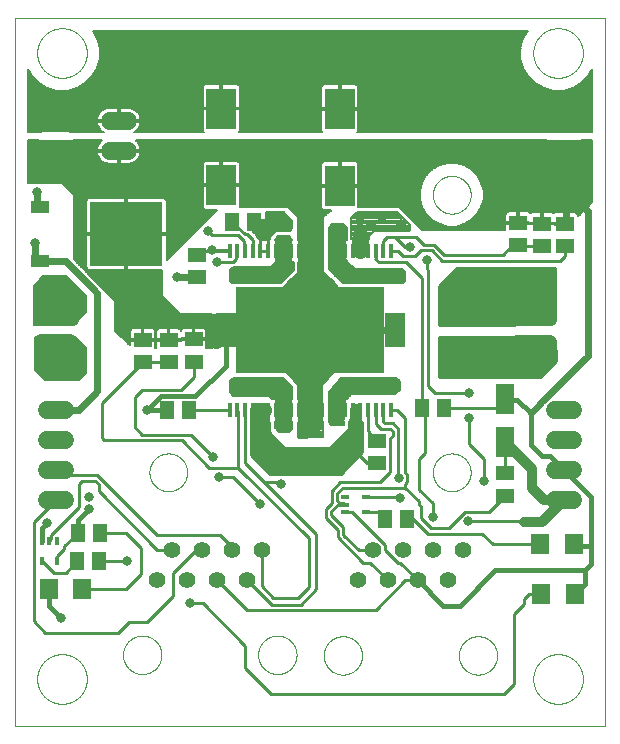
<source format=gtl>
G75*
%MOIN*%
%OFA0B0*%
%FSLAX25Y25*%
%IPPOS*%
%LPD*%
%AMOC8*
5,1,8,0,0,1.08239X$1,22.5*
%
%ADD10C,0.00000*%
%ADD11R,0.09843X0.13780*%
%ADD12R,0.05118X0.05906*%
%ADD13R,0.05906X0.05118*%
%ADD14R,0.06299X0.07098*%
%ADD15R,0.01575X0.04724*%
%ADD16R,0.49606X0.28740*%
%ADD17R,0.06693X0.11417*%
%ADD18R,0.01575X0.02756*%
%ADD19R,0.02756X0.01575*%
%ADD20R,0.24409X0.21260*%
%ADD21R,0.06299X0.03937*%
%ADD22C,0.05937*%
%ADD23C,0.05543*%
%ADD24C,0.06000*%
%ADD25R,0.06299X0.10236*%
%ADD26C,0.02400*%
%ADD27C,0.03200*%
%ADD28C,0.01000*%
%ADD29C,0.03200*%
%ADD30C,0.01600*%
%ADD31C,0.00600*%
%ADD32C,0.00787*%
%ADD33C,0.05000*%
%ADD34C,0.04000*%
%ADD35C,0.00800*%
D10*
X0001000Y0001000D02*
X0001000Y0237220D01*
X0197850Y0237220D01*
X0197850Y0001000D01*
X0001000Y0001000D01*
X0008480Y0016748D02*
X0008482Y0016951D01*
X0008490Y0017154D01*
X0008502Y0017356D01*
X0008520Y0017558D01*
X0008542Y0017760D01*
X0008569Y0017961D01*
X0008602Y0018162D01*
X0008639Y0018361D01*
X0008681Y0018560D01*
X0008728Y0018757D01*
X0008779Y0018953D01*
X0008836Y0019148D01*
X0008897Y0019342D01*
X0008963Y0019533D01*
X0009034Y0019724D01*
X0009109Y0019912D01*
X0009189Y0020099D01*
X0009274Y0020283D01*
X0009363Y0020465D01*
X0009456Y0020646D01*
X0009554Y0020823D01*
X0009656Y0020999D01*
X0009763Y0021171D01*
X0009873Y0021341D01*
X0009988Y0021509D01*
X0010107Y0021673D01*
X0010230Y0021835D01*
X0010357Y0021993D01*
X0010487Y0022148D01*
X0010622Y0022300D01*
X0010760Y0022449D01*
X0010902Y0022594D01*
X0011047Y0022736D01*
X0011196Y0022874D01*
X0011348Y0023009D01*
X0011503Y0023139D01*
X0011661Y0023266D01*
X0011823Y0023389D01*
X0011987Y0023508D01*
X0012155Y0023623D01*
X0012325Y0023733D01*
X0012497Y0023840D01*
X0012673Y0023942D01*
X0012850Y0024040D01*
X0013031Y0024133D01*
X0013213Y0024222D01*
X0013397Y0024307D01*
X0013584Y0024387D01*
X0013772Y0024462D01*
X0013963Y0024533D01*
X0014154Y0024599D01*
X0014348Y0024660D01*
X0014543Y0024717D01*
X0014739Y0024768D01*
X0014936Y0024815D01*
X0015135Y0024857D01*
X0015334Y0024894D01*
X0015535Y0024927D01*
X0015736Y0024954D01*
X0015938Y0024976D01*
X0016140Y0024994D01*
X0016342Y0025006D01*
X0016545Y0025014D01*
X0016748Y0025016D01*
X0016951Y0025014D01*
X0017154Y0025006D01*
X0017356Y0024994D01*
X0017558Y0024976D01*
X0017760Y0024954D01*
X0017961Y0024927D01*
X0018162Y0024894D01*
X0018361Y0024857D01*
X0018560Y0024815D01*
X0018757Y0024768D01*
X0018953Y0024717D01*
X0019148Y0024660D01*
X0019342Y0024599D01*
X0019533Y0024533D01*
X0019724Y0024462D01*
X0019912Y0024387D01*
X0020099Y0024307D01*
X0020283Y0024222D01*
X0020465Y0024133D01*
X0020646Y0024040D01*
X0020823Y0023942D01*
X0020999Y0023840D01*
X0021171Y0023733D01*
X0021341Y0023623D01*
X0021509Y0023508D01*
X0021673Y0023389D01*
X0021835Y0023266D01*
X0021993Y0023139D01*
X0022148Y0023009D01*
X0022300Y0022874D01*
X0022449Y0022736D01*
X0022594Y0022594D01*
X0022736Y0022449D01*
X0022874Y0022300D01*
X0023009Y0022148D01*
X0023139Y0021993D01*
X0023266Y0021835D01*
X0023389Y0021673D01*
X0023508Y0021509D01*
X0023623Y0021341D01*
X0023733Y0021171D01*
X0023840Y0020999D01*
X0023942Y0020823D01*
X0024040Y0020646D01*
X0024133Y0020465D01*
X0024222Y0020283D01*
X0024307Y0020099D01*
X0024387Y0019912D01*
X0024462Y0019724D01*
X0024533Y0019533D01*
X0024599Y0019342D01*
X0024660Y0019148D01*
X0024717Y0018953D01*
X0024768Y0018757D01*
X0024815Y0018560D01*
X0024857Y0018361D01*
X0024894Y0018162D01*
X0024927Y0017961D01*
X0024954Y0017760D01*
X0024976Y0017558D01*
X0024994Y0017356D01*
X0025006Y0017154D01*
X0025014Y0016951D01*
X0025016Y0016748D01*
X0025014Y0016545D01*
X0025006Y0016342D01*
X0024994Y0016140D01*
X0024976Y0015938D01*
X0024954Y0015736D01*
X0024927Y0015535D01*
X0024894Y0015334D01*
X0024857Y0015135D01*
X0024815Y0014936D01*
X0024768Y0014739D01*
X0024717Y0014543D01*
X0024660Y0014348D01*
X0024599Y0014154D01*
X0024533Y0013963D01*
X0024462Y0013772D01*
X0024387Y0013584D01*
X0024307Y0013397D01*
X0024222Y0013213D01*
X0024133Y0013031D01*
X0024040Y0012850D01*
X0023942Y0012673D01*
X0023840Y0012497D01*
X0023733Y0012325D01*
X0023623Y0012155D01*
X0023508Y0011987D01*
X0023389Y0011823D01*
X0023266Y0011661D01*
X0023139Y0011503D01*
X0023009Y0011348D01*
X0022874Y0011196D01*
X0022736Y0011047D01*
X0022594Y0010902D01*
X0022449Y0010760D01*
X0022300Y0010622D01*
X0022148Y0010487D01*
X0021993Y0010357D01*
X0021835Y0010230D01*
X0021673Y0010107D01*
X0021509Y0009988D01*
X0021341Y0009873D01*
X0021171Y0009763D01*
X0020999Y0009656D01*
X0020823Y0009554D01*
X0020646Y0009456D01*
X0020465Y0009363D01*
X0020283Y0009274D01*
X0020099Y0009189D01*
X0019912Y0009109D01*
X0019724Y0009034D01*
X0019533Y0008963D01*
X0019342Y0008897D01*
X0019148Y0008836D01*
X0018953Y0008779D01*
X0018757Y0008728D01*
X0018560Y0008681D01*
X0018361Y0008639D01*
X0018162Y0008602D01*
X0017961Y0008569D01*
X0017760Y0008542D01*
X0017558Y0008520D01*
X0017356Y0008502D01*
X0017154Y0008490D01*
X0016951Y0008482D01*
X0016748Y0008480D01*
X0016545Y0008482D01*
X0016342Y0008490D01*
X0016140Y0008502D01*
X0015938Y0008520D01*
X0015736Y0008542D01*
X0015535Y0008569D01*
X0015334Y0008602D01*
X0015135Y0008639D01*
X0014936Y0008681D01*
X0014739Y0008728D01*
X0014543Y0008779D01*
X0014348Y0008836D01*
X0014154Y0008897D01*
X0013963Y0008963D01*
X0013772Y0009034D01*
X0013584Y0009109D01*
X0013397Y0009189D01*
X0013213Y0009274D01*
X0013031Y0009363D01*
X0012850Y0009456D01*
X0012673Y0009554D01*
X0012497Y0009656D01*
X0012325Y0009763D01*
X0012155Y0009873D01*
X0011987Y0009988D01*
X0011823Y0010107D01*
X0011661Y0010230D01*
X0011503Y0010357D01*
X0011348Y0010487D01*
X0011196Y0010622D01*
X0011047Y0010760D01*
X0010902Y0010902D01*
X0010760Y0011047D01*
X0010622Y0011196D01*
X0010487Y0011348D01*
X0010357Y0011503D01*
X0010230Y0011661D01*
X0010107Y0011823D01*
X0009988Y0011987D01*
X0009873Y0012155D01*
X0009763Y0012325D01*
X0009656Y0012497D01*
X0009554Y0012673D01*
X0009456Y0012850D01*
X0009363Y0013031D01*
X0009274Y0013213D01*
X0009189Y0013397D01*
X0009109Y0013584D01*
X0009034Y0013772D01*
X0008963Y0013963D01*
X0008897Y0014154D01*
X0008836Y0014348D01*
X0008779Y0014543D01*
X0008728Y0014739D01*
X0008681Y0014936D01*
X0008639Y0015135D01*
X0008602Y0015334D01*
X0008569Y0015535D01*
X0008542Y0015736D01*
X0008520Y0015938D01*
X0008502Y0016140D01*
X0008490Y0016342D01*
X0008482Y0016545D01*
X0008480Y0016748D01*
X0037082Y0024819D02*
X0037084Y0024979D01*
X0037090Y0025138D01*
X0037100Y0025297D01*
X0037114Y0025456D01*
X0037132Y0025615D01*
X0037153Y0025773D01*
X0037179Y0025930D01*
X0037209Y0026087D01*
X0037242Y0026243D01*
X0037280Y0026398D01*
X0037321Y0026552D01*
X0037366Y0026705D01*
X0037415Y0026857D01*
X0037468Y0027007D01*
X0037524Y0027156D01*
X0037584Y0027304D01*
X0037648Y0027450D01*
X0037716Y0027595D01*
X0037787Y0027738D01*
X0037861Y0027879D01*
X0037939Y0028018D01*
X0038021Y0028155D01*
X0038106Y0028290D01*
X0038194Y0028423D01*
X0038285Y0028554D01*
X0038380Y0028682D01*
X0038478Y0028808D01*
X0038579Y0028932D01*
X0038683Y0029052D01*
X0038790Y0029171D01*
X0038900Y0029286D01*
X0039013Y0029399D01*
X0039128Y0029509D01*
X0039247Y0029616D01*
X0039367Y0029720D01*
X0039491Y0029821D01*
X0039617Y0029919D01*
X0039745Y0030014D01*
X0039876Y0030105D01*
X0040009Y0030193D01*
X0040144Y0030278D01*
X0040281Y0030360D01*
X0040420Y0030438D01*
X0040561Y0030512D01*
X0040704Y0030583D01*
X0040849Y0030651D01*
X0040995Y0030715D01*
X0041143Y0030775D01*
X0041292Y0030831D01*
X0041442Y0030884D01*
X0041594Y0030933D01*
X0041747Y0030978D01*
X0041901Y0031019D01*
X0042056Y0031057D01*
X0042212Y0031090D01*
X0042369Y0031120D01*
X0042526Y0031146D01*
X0042684Y0031167D01*
X0042843Y0031185D01*
X0043002Y0031199D01*
X0043161Y0031209D01*
X0043320Y0031215D01*
X0043480Y0031217D01*
X0043640Y0031215D01*
X0043799Y0031209D01*
X0043958Y0031199D01*
X0044117Y0031185D01*
X0044276Y0031167D01*
X0044434Y0031146D01*
X0044591Y0031120D01*
X0044748Y0031090D01*
X0044904Y0031057D01*
X0045059Y0031019D01*
X0045213Y0030978D01*
X0045366Y0030933D01*
X0045518Y0030884D01*
X0045668Y0030831D01*
X0045817Y0030775D01*
X0045965Y0030715D01*
X0046111Y0030651D01*
X0046256Y0030583D01*
X0046399Y0030512D01*
X0046540Y0030438D01*
X0046679Y0030360D01*
X0046816Y0030278D01*
X0046951Y0030193D01*
X0047084Y0030105D01*
X0047215Y0030014D01*
X0047343Y0029919D01*
X0047469Y0029821D01*
X0047593Y0029720D01*
X0047713Y0029616D01*
X0047832Y0029509D01*
X0047947Y0029399D01*
X0048060Y0029286D01*
X0048170Y0029171D01*
X0048277Y0029052D01*
X0048381Y0028932D01*
X0048482Y0028808D01*
X0048580Y0028682D01*
X0048675Y0028554D01*
X0048766Y0028423D01*
X0048854Y0028290D01*
X0048939Y0028155D01*
X0049021Y0028018D01*
X0049099Y0027879D01*
X0049173Y0027738D01*
X0049244Y0027595D01*
X0049312Y0027450D01*
X0049376Y0027304D01*
X0049436Y0027156D01*
X0049492Y0027007D01*
X0049545Y0026857D01*
X0049594Y0026705D01*
X0049639Y0026552D01*
X0049680Y0026398D01*
X0049718Y0026243D01*
X0049751Y0026087D01*
X0049781Y0025930D01*
X0049807Y0025773D01*
X0049828Y0025615D01*
X0049846Y0025456D01*
X0049860Y0025297D01*
X0049870Y0025138D01*
X0049876Y0024979D01*
X0049878Y0024819D01*
X0049876Y0024659D01*
X0049870Y0024500D01*
X0049860Y0024341D01*
X0049846Y0024182D01*
X0049828Y0024023D01*
X0049807Y0023865D01*
X0049781Y0023708D01*
X0049751Y0023551D01*
X0049718Y0023395D01*
X0049680Y0023240D01*
X0049639Y0023086D01*
X0049594Y0022933D01*
X0049545Y0022781D01*
X0049492Y0022631D01*
X0049436Y0022482D01*
X0049376Y0022334D01*
X0049312Y0022188D01*
X0049244Y0022043D01*
X0049173Y0021900D01*
X0049099Y0021759D01*
X0049021Y0021620D01*
X0048939Y0021483D01*
X0048854Y0021348D01*
X0048766Y0021215D01*
X0048675Y0021084D01*
X0048580Y0020956D01*
X0048482Y0020830D01*
X0048381Y0020706D01*
X0048277Y0020586D01*
X0048170Y0020467D01*
X0048060Y0020352D01*
X0047947Y0020239D01*
X0047832Y0020129D01*
X0047713Y0020022D01*
X0047593Y0019918D01*
X0047469Y0019817D01*
X0047343Y0019719D01*
X0047215Y0019624D01*
X0047084Y0019533D01*
X0046951Y0019445D01*
X0046816Y0019360D01*
X0046679Y0019278D01*
X0046540Y0019200D01*
X0046399Y0019126D01*
X0046256Y0019055D01*
X0046111Y0018987D01*
X0045965Y0018923D01*
X0045817Y0018863D01*
X0045668Y0018807D01*
X0045518Y0018754D01*
X0045366Y0018705D01*
X0045213Y0018660D01*
X0045059Y0018619D01*
X0044904Y0018581D01*
X0044748Y0018548D01*
X0044591Y0018518D01*
X0044434Y0018492D01*
X0044276Y0018471D01*
X0044117Y0018453D01*
X0043958Y0018439D01*
X0043799Y0018429D01*
X0043640Y0018423D01*
X0043480Y0018421D01*
X0043320Y0018423D01*
X0043161Y0018429D01*
X0043002Y0018439D01*
X0042843Y0018453D01*
X0042684Y0018471D01*
X0042526Y0018492D01*
X0042369Y0018518D01*
X0042212Y0018548D01*
X0042056Y0018581D01*
X0041901Y0018619D01*
X0041747Y0018660D01*
X0041594Y0018705D01*
X0041442Y0018754D01*
X0041292Y0018807D01*
X0041143Y0018863D01*
X0040995Y0018923D01*
X0040849Y0018987D01*
X0040704Y0019055D01*
X0040561Y0019126D01*
X0040420Y0019200D01*
X0040281Y0019278D01*
X0040144Y0019360D01*
X0040009Y0019445D01*
X0039876Y0019533D01*
X0039745Y0019624D01*
X0039617Y0019719D01*
X0039491Y0019817D01*
X0039367Y0019918D01*
X0039247Y0020022D01*
X0039128Y0020129D01*
X0039013Y0020239D01*
X0038900Y0020352D01*
X0038790Y0020467D01*
X0038683Y0020586D01*
X0038579Y0020706D01*
X0038478Y0020830D01*
X0038380Y0020956D01*
X0038285Y0021084D01*
X0038194Y0021215D01*
X0038106Y0021348D01*
X0038021Y0021483D01*
X0037939Y0021620D01*
X0037861Y0021759D01*
X0037787Y0021900D01*
X0037716Y0022043D01*
X0037648Y0022188D01*
X0037584Y0022334D01*
X0037524Y0022482D01*
X0037468Y0022631D01*
X0037415Y0022781D01*
X0037366Y0022933D01*
X0037321Y0023086D01*
X0037280Y0023240D01*
X0037242Y0023395D01*
X0037209Y0023551D01*
X0037179Y0023708D01*
X0037153Y0023865D01*
X0037132Y0024023D01*
X0037114Y0024182D01*
X0037100Y0024341D01*
X0037090Y0024500D01*
X0037084Y0024659D01*
X0037082Y0024819D01*
X0045882Y0085646D02*
X0045884Y0085804D01*
X0045890Y0085962D01*
X0045900Y0086120D01*
X0045914Y0086278D01*
X0045932Y0086435D01*
X0045953Y0086592D01*
X0045979Y0086748D01*
X0046009Y0086904D01*
X0046042Y0087059D01*
X0046080Y0087212D01*
X0046121Y0087365D01*
X0046166Y0087517D01*
X0046215Y0087668D01*
X0046268Y0087817D01*
X0046324Y0087965D01*
X0046384Y0088111D01*
X0046448Y0088256D01*
X0046516Y0088399D01*
X0046587Y0088541D01*
X0046661Y0088681D01*
X0046739Y0088818D01*
X0046821Y0088954D01*
X0046905Y0089088D01*
X0046994Y0089219D01*
X0047085Y0089348D01*
X0047180Y0089475D01*
X0047277Y0089600D01*
X0047378Y0089722D01*
X0047482Y0089841D01*
X0047589Y0089958D01*
X0047699Y0090072D01*
X0047812Y0090183D01*
X0047927Y0090292D01*
X0048045Y0090397D01*
X0048166Y0090499D01*
X0048289Y0090599D01*
X0048415Y0090695D01*
X0048543Y0090788D01*
X0048673Y0090878D01*
X0048806Y0090964D01*
X0048941Y0091048D01*
X0049077Y0091127D01*
X0049216Y0091204D01*
X0049357Y0091276D01*
X0049499Y0091346D01*
X0049643Y0091411D01*
X0049789Y0091473D01*
X0049936Y0091531D01*
X0050085Y0091586D01*
X0050235Y0091637D01*
X0050386Y0091684D01*
X0050538Y0091727D01*
X0050691Y0091766D01*
X0050846Y0091802D01*
X0051001Y0091833D01*
X0051157Y0091861D01*
X0051313Y0091885D01*
X0051470Y0091905D01*
X0051628Y0091921D01*
X0051785Y0091933D01*
X0051944Y0091941D01*
X0052102Y0091945D01*
X0052260Y0091945D01*
X0052418Y0091941D01*
X0052577Y0091933D01*
X0052734Y0091921D01*
X0052892Y0091905D01*
X0053049Y0091885D01*
X0053205Y0091861D01*
X0053361Y0091833D01*
X0053516Y0091802D01*
X0053671Y0091766D01*
X0053824Y0091727D01*
X0053976Y0091684D01*
X0054127Y0091637D01*
X0054277Y0091586D01*
X0054426Y0091531D01*
X0054573Y0091473D01*
X0054719Y0091411D01*
X0054863Y0091346D01*
X0055005Y0091276D01*
X0055146Y0091204D01*
X0055285Y0091127D01*
X0055421Y0091048D01*
X0055556Y0090964D01*
X0055689Y0090878D01*
X0055819Y0090788D01*
X0055947Y0090695D01*
X0056073Y0090599D01*
X0056196Y0090499D01*
X0056317Y0090397D01*
X0056435Y0090292D01*
X0056550Y0090183D01*
X0056663Y0090072D01*
X0056773Y0089958D01*
X0056880Y0089841D01*
X0056984Y0089722D01*
X0057085Y0089600D01*
X0057182Y0089475D01*
X0057277Y0089348D01*
X0057368Y0089219D01*
X0057457Y0089088D01*
X0057541Y0088954D01*
X0057623Y0088818D01*
X0057701Y0088681D01*
X0057775Y0088541D01*
X0057846Y0088399D01*
X0057914Y0088256D01*
X0057978Y0088111D01*
X0058038Y0087965D01*
X0058094Y0087817D01*
X0058147Y0087668D01*
X0058196Y0087517D01*
X0058241Y0087365D01*
X0058282Y0087212D01*
X0058320Y0087059D01*
X0058353Y0086904D01*
X0058383Y0086748D01*
X0058409Y0086592D01*
X0058430Y0086435D01*
X0058448Y0086278D01*
X0058462Y0086120D01*
X0058472Y0085962D01*
X0058478Y0085804D01*
X0058480Y0085646D01*
X0058478Y0085488D01*
X0058472Y0085330D01*
X0058462Y0085172D01*
X0058448Y0085014D01*
X0058430Y0084857D01*
X0058409Y0084700D01*
X0058383Y0084544D01*
X0058353Y0084388D01*
X0058320Y0084233D01*
X0058282Y0084080D01*
X0058241Y0083927D01*
X0058196Y0083775D01*
X0058147Y0083624D01*
X0058094Y0083475D01*
X0058038Y0083327D01*
X0057978Y0083181D01*
X0057914Y0083036D01*
X0057846Y0082893D01*
X0057775Y0082751D01*
X0057701Y0082611D01*
X0057623Y0082474D01*
X0057541Y0082338D01*
X0057457Y0082204D01*
X0057368Y0082073D01*
X0057277Y0081944D01*
X0057182Y0081817D01*
X0057085Y0081692D01*
X0056984Y0081570D01*
X0056880Y0081451D01*
X0056773Y0081334D01*
X0056663Y0081220D01*
X0056550Y0081109D01*
X0056435Y0081000D01*
X0056317Y0080895D01*
X0056196Y0080793D01*
X0056073Y0080693D01*
X0055947Y0080597D01*
X0055819Y0080504D01*
X0055689Y0080414D01*
X0055556Y0080328D01*
X0055421Y0080244D01*
X0055285Y0080165D01*
X0055146Y0080088D01*
X0055005Y0080016D01*
X0054863Y0079946D01*
X0054719Y0079881D01*
X0054573Y0079819D01*
X0054426Y0079761D01*
X0054277Y0079706D01*
X0054127Y0079655D01*
X0053976Y0079608D01*
X0053824Y0079565D01*
X0053671Y0079526D01*
X0053516Y0079490D01*
X0053361Y0079459D01*
X0053205Y0079431D01*
X0053049Y0079407D01*
X0052892Y0079387D01*
X0052734Y0079371D01*
X0052577Y0079359D01*
X0052418Y0079351D01*
X0052260Y0079347D01*
X0052102Y0079347D01*
X0051944Y0079351D01*
X0051785Y0079359D01*
X0051628Y0079371D01*
X0051470Y0079387D01*
X0051313Y0079407D01*
X0051157Y0079431D01*
X0051001Y0079459D01*
X0050846Y0079490D01*
X0050691Y0079526D01*
X0050538Y0079565D01*
X0050386Y0079608D01*
X0050235Y0079655D01*
X0050085Y0079706D01*
X0049936Y0079761D01*
X0049789Y0079819D01*
X0049643Y0079881D01*
X0049499Y0079946D01*
X0049357Y0080016D01*
X0049216Y0080088D01*
X0049077Y0080165D01*
X0048941Y0080244D01*
X0048806Y0080328D01*
X0048673Y0080414D01*
X0048543Y0080504D01*
X0048415Y0080597D01*
X0048289Y0080693D01*
X0048166Y0080793D01*
X0048045Y0080895D01*
X0047927Y0081000D01*
X0047812Y0081109D01*
X0047699Y0081220D01*
X0047589Y0081334D01*
X0047482Y0081451D01*
X0047378Y0081570D01*
X0047277Y0081692D01*
X0047180Y0081817D01*
X0047085Y0081944D01*
X0046994Y0082073D01*
X0046905Y0082204D01*
X0046821Y0082338D01*
X0046739Y0082474D01*
X0046661Y0082611D01*
X0046587Y0082751D01*
X0046516Y0082893D01*
X0046448Y0083036D01*
X0046384Y0083181D01*
X0046324Y0083327D01*
X0046268Y0083475D01*
X0046215Y0083624D01*
X0046166Y0083775D01*
X0046121Y0083927D01*
X0046080Y0084080D01*
X0046042Y0084233D01*
X0046009Y0084388D01*
X0045979Y0084544D01*
X0045953Y0084700D01*
X0045932Y0084857D01*
X0045914Y0085014D01*
X0045900Y0085172D01*
X0045890Y0085330D01*
X0045884Y0085488D01*
X0045882Y0085646D01*
X0082122Y0024819D02*
X0082124Y0024979D01*
X0082130Y0025138D01*
X0082140Y0025297D01*
X0082154Y0025456D01*
X0082172Y0025615D01*
X0082193Y0025773D01*
X0082219Y0025930D01*
X0082249Y0026087D01*
X0082282Y0026243D01*
X0082320Y0026398D01*
X0082361Y0026552D01*
X0082406Y0026705D01*
X0082455Y0026857D01*
X0082508Y0027007D01*
X0082564Y0027156D01*
X0082624Y0027304D01*
X0082688Y0027450D01*
X0082756Y0027595D01*
X0082827Y0027738D01*
X0082901Y0027879D01*
X0082979Y0028018D01*
X0083061Y0028155D01*
X0083146Y0028290D01*
X0083234Y0028423D01*
X0083325Y0028554D01*
X0083420Y0028682D01*
X0083518Y0028808D01*
X0083619Y0028932D01*
X0083723Y0029052D01*
X0083830Y0029171D01*
X0083940Y0029286D01*
X0084053Y0029399D01*
X0084168Y0029509D01*
X0084287Y0029616D01*
X0084407Y0029720D01*
X0084531Y0029821D01*
X0084657Y0029919D01*
X0084785Y0030014D01*
X0084916Y0030105D01*
X0085049Y0030193D01*
X0085184Y0030278D01*
X0085321Y0030360D01*
X0085460Y0030438D01*
X0085601Y0030512D01*
X0085744Y0030583D01*
X0085889Y0030651D01*
X0086035Y0030715D01*
X0086183Y0030775D01*
X0086332Y0030831D01*
X0086482Y0030884D01*
X0086634Y0030933D01*
X0086787Y0030978D01*
X0086941Y0031019D01*
X0087096Y0031057D01*
X0087252Y0031090D01*
X0087409Y0031120D01*
X0087566Y0031146D01*
X0087724Y0031167D01*
X0087883Y0031185D01*
X0088042Y0031199D01*
X0088201Y0031209D01*
X0088360Y0031215D01*
X0088520Y0031217D01*
X0088680Y0031215D01*
X0088839Y0031209D01*
X0088998Y0031199D01*
X0089157Y0031185D01*
X0089316Y0031167D01*
X0089474Y0031146D01*
X0089631Y0031120D01*
X0089788Y0031090D01*
X0089944Y0031057D01*
X0090099Y0031019D01*
X0090253Y0030978D01*
X0090406Y0030933D01*
X0090558Y0030884D01*
X0090708Y0030831D01*
X0090857Y0030775D01*
X0091005Y0030715D01*
X0091151Y0030651D01*
X0091296Y0030583D01*
X0091439Y0030512D01*
X0091580Y0030438D01*
X0091719Y0030360D01*
X0091856Y0030278D01*
X0091991Y0030193D01*
X0092124Y0030105D01*
X0092255Y0030014D01*
X0092383Y0029919D01*
X0092509Y0029821D01*
X0092633Y0029720D01*
X0092753Y0029616D01*
X0092872Y0029509D01*
X0092987Y0029399D01*
X0093100Y0029286D01*
X0093210Y0029171D01*
X0093317Y0029052D01*
X0093421Y0028932D01*
X0093522Y0028808D01*
X0093620Y0028682D01*
X0093715Y0028554D01*
X0093806Y0028423D01*
X0093894Y0028290D01*
X0093979Y0028155D01*
X0094061Y0028018D01*
X0094139Y0027879D01*
X0094213Y0027738D01*
X0094284Y0027595D01*
X0094352Y0027450D01*
X0094416Y0027304D01*
X0094476Y0027156D01*
X0094532Y0027007D01*
X0094585Y0026857D01*
X0094634Y0026705D01*
X0094679Y0026552D01*
X0094720Y0026398D01*
X0094758Y0026243D01*
X0094791Y0026087D01*
X0094821Y0025930D01*
X0094847Y0025773D01*
X0094868Y0025615D01*
X0094886Y0025456D01*
X0094900Y0025297D01*
X0094910Y0025138D01*
X0094916Y0024979D01*
X0094918Y0024819D01*
X0094916Y0024659D01*
X0094910Y0024500D01*
X0094900Y0024341D01*
X0094886Y0024182D01*
X0094868Y0024023D01*
X0094847Y0023865D01*
X0094821Y0023708D01*
X0094791Y0023551D01*
X0094758Y0023395D01*
X0094720Y0023240D01*
X0094679Y0023086D01*
X0094634Y0022933D01*
X0094585Y0022781D01*
X0094532Y0022631D01*
X0094476Y0022482D01*
X0094416Y0022334D01*
X0094352Y0022188D01*
X0094284Y0022043D01*
X0094213Y0021900D01*
X0094139Y0021759D01*
X0094061Y0021620D01*
X0093979Y0021483D01*
X0093894Y0021348D01*
X0093806Y0021215D01*
X0093715Y0021084D01*
X0093620Y0020956D01*
X0093522Y0020830D01*
X0093421Y0020706D01*
X0093317Y0020586D01*
X0093210Y0020467D01*
X0093100Y0020352D01*
X0092987Y0020239D01*
X0092872Y0020129D01*
X0092753Y0020022D01*
X0092633Y0019918D01*
X0092509Y0019817D01*
X0092383Y0019719D01*
X0092255Y0019624D01*
X0092124Y0019533D01*
X0091991Y0019445D01*
X0091856Y0019360D01*
X0091719Y0019278D01*
X0091580Y0019200D01*
X0091439Y0019126D01*
X0091296Y0019055D01*
X0091151Y0018987D01*
X0091005Y0018923D01*
X0090857Y0018863D01*
X0090708Y0018807D01*
X0090558Y0018754D01*
X0090406Y0018705D01*
X0090253Y0018660D01*
X0090099Y0018619D01*
X0089944Y0018581D01*
X0089788Y0018548D01*
X0089631Y0018518D01*
X0089474Y0018492D01*
X0089316Y0018471D01*
X0089157Y0018453D01*
X0088998Y0018439D01*
X0088839Y0018429D01*
X0088680Y0018423D01*
X0088520Y0018421D01*
X0088360Y0018423D01*
X0088201Y0018429D01*
X0088042Y0018439D01*
X0087883Y0018453D01*
X0087724Y0018471D01*
X0087566Y0018492D01*
X0087409Y0018518D01*
X0087252Y0018548D01*
X0087096Y0018581D01*
X0086941Y0018619D01*
X0086787Y0018660D01*
X0086634Y0018705D01*
X0086482Y0018754D01*
X0086332Y0018807D01*
X0086183Y0018863D01*
X0086035Y0018923D01*
X0085889Y0018987D01*
X0085744Y0019055D01*
X0085601Y0019126D01*
X0085460Y0019200D01*
X0085321Y0019278D01*
X0085184Y0019360D01*
X0085049Y0019445D01*
X0084916Y0019533D01*
X0084785Y0019624D01*
X0084657Y0019719D01*
X0084531Y0019817D01*
X0084407Y0019918D01*
X0084287Y0020022D01*
X0084168Y0020129D01*
X0084053Y0020239D01*
X0083940Y0020352D01*
X0083830Y0020467D01*
X0083723Y0020586D01*
X0083619Y0020706D01*
X0083518Y0020830D01*
X0083420Y0020956D01*
X0083325Y0021084D01*
X0083234Y0021215D01*
X0083146Y0021348D01*
X0083061Y0021483D01*
X0082979Y0021620D01*
X0082901Y0021759D01*
X0082827Y0021900D01*
X0082756Y0022043D01*
X0082688Y0022188D01*
X0082624Y0022334D01*
X0082564Y0022482D01*
X0082508Y0022631D01*
X0082455Y0022781D01*
X0082406Y0022933D01*
X0082361Y0023086D01*
X0082320Y0023240D01*
X0082282Y0023395D01*
X0082249Y0023551D01*
X0082219Y0023708D01*
X0082193Y0023865D01*
X0082172Y0024023D01*
X0082154Y0024182D01*
X0082140Y0024341D01*
X0082130Y0024500D01*
X0082124Y0024659D01*
X0082122Y0024819D01*
X0103972Y0024622D02*
X0103974Y0024782D01*
X0103980Y0024941D01*
X0103990Y0025100D01*
X0104004Y0025259D01*
X0104022Y0025418D01*
X0104043Y0025576D01*
X0104069Y0025733D01*
X0104099Y0025890D01*
X0104132Y0026046D01*
X0104170Y0026201D01*
X0104211Y0026355D01*
X0104256Y0026508D01*
X0104305Y0026660D01*
X0104358Y0026810D01*
X0104414Y0026959D01*
X0104474Y0027107D01*
X0104538Y0027253D01*
X0104606Y0027398D01*
X0104677Y0027541D01*
X0104751Y0027682D01*
X0104829Y0027821D01*
X0104911Y0027958D01*
X0104996Y0028093D01*
X0105084Y0028226D01*
X0105175Y0028357D01*
X0105270Y0028485D01*
X0105368Y0028611D01*
X0105469Y0028735D01*
X0105573Y0028855D01*
X0105680Y0028974D01*
X0105790Y0029089D01*
X0105903Y0029202D01*
X0106018Y0029312D01*
X0106137Y0029419D01*
X0106257Y0029523D01*
X0106381Y0029624D01*
X0106507Y0029722D01*
X0106635Y0029817D01*
X0106766Y0029908D01*
X0106899Y0029996D01*
X0107034Y0030081D01*
X0107171Y0030163D01*
X0107310Y0030241D01*
X0107451Y0030315D01*
X0107594Y0030386D01*
X0107739Y0030454D01*
X0107885Y0030518D01*
X0108033Y0030578D01*
X0108182Y0030634D01*
X0108332Y0030687D01*
X0108484Y0030736D01*
X0108637Y0030781D01*
X0108791Y0030822D01*
X0108946Y0030860D01*
X0109102Y0030893D01*
X0109259Y0030923D01*
X0109416Y0030949D01*
X0109574Y0030970D01*
X0109733Y0030988D01*
X0109892Y0031002D01*
X0110051Y0031012D01*
X0110210Y0031018D01*
X0110370Y0031020D01*
X0110530Y0031018D01*
X0110689Y0031012D01*
X0110848Y0031002D01*
X0111007Y0030988D01*
X0111166Y0030970D01*
X0111324Y0030949D01*
X0111481Y0030923D01*
X0111638Y0030893D01*
X0111794Y0030860D01*
X0111949Y0030822D01*
X0112103Y0030781D01*
X0112256Y0030736D01*
X0112408Y0030687D01*
X0112558Y0030634D01*
X0112707Y0030578D01*
X0112855Y0030518D01*
X0113001Y0030454D01*
X0113146Y0030386D01*
X0113289Y0030315D01*
X0113430Y0030241D01*
X0113569Y0030163D01*
X0113706Y0030081D01*
X0113841Y0029996D01*
X0113974Y0029908D01*
X0114105Y0029817D01*
X0114233Y0029722D01*
X0114359Y0029624D01*
X0114483Y0029523D01*
X0114603Y0029419D01*
X0114722Y0029312D01*
X0114837Y0029202D01*
X0114950Y0029089D01*
X0115060Y0028974D01*
X0115167Y0028855D01*
X0115271Y0028735D01*
X0115372Y0028611D01*
X0115470Y0028485D01*
X0115565Y0028357D01*
X0115656Y0028226D01*
X0115744Y0028093D01*
X0115829Y0027958D01*
X0115911Y0027821D01*
X0115989Y0027682D01*
X0116063Y0027541D01*
X0116134Y0027398D01*
X0116202Y0027253D01*
X0116266Y0027107D01*
X0116326Y0026959D01*
X0116382Y0026810D01*
X0116435Y0026660D01*
X0116484Y0026508D01*
X0116529Y0026355D01*
X0116570Y0026201D01*
X0116608Y0026046D01*
X0116641Y0025890D01*
X0116671Y0025733D01*
X0116697Y0025576D01*
X0116718Y0025418D01*
X0116736Y0025259D01*
X0116750Y0025100D01*
X0116760Y0024941D01*
X0116766Y0024782D01*
X0116768Y0024622D01*
X0116766Y0024462D01*
X0116760Y0024303D01*
X0116750Y0024144D01*
X0116736Y0023985D01*
X0116718Y0023826D01*
X0116697Y0023668D01*
X0116671Y0023511D01*
X0116641Y0023354D01*
X0116608Y0023198D01*
X0116570Y0023043D01*
X0116529Y0022889D01*
X0116484Y0022736D01*
X0116435Y0022584D01*
X0116382Y0022434D01*
X0116326Y0022285D01*
X0116266Y0022137D01*
X0116202Y0021991D01*
X0116134Y0021846D01*
X0116063Y0021703D01*
X0115989Y0021562D01*
X0115911Y0021423D01*
X0115829Y0021286D01*
X0115744Y0021151D01*
X0115656Y0021018D01*
X0115565Y0020887D01*
X0115470Y0020759D01*
X0115372Y0020633D01*
X0115271Y0020509D01*
X0115167Y0020389D01*
X0115060Y0020270D01*
X0114950Y0020155D01*
X0114837Y0020042D01*
X0114722Y0019932D01*
X0114603Y0019825D01*
X0114483Y0019721D01*
X0114359Y0019620D01*
X0114233Y0019522D01*
X0114105Y0019427D01*
X0113974Y0019336D01*
X0113841Y0019248D01*
X0113706Y0019163D01*
X0113569Y0019081D01*
X0113430Y0019003D01*
X0113289Y0018929D01*
X0113146Y0018858D01*
X0113001Y0018790D01*
X0112855Y0018726D01*
X0112707Y0018666D01*
X0112558Y0018610D01*
X0112408Y0018557D01*
X0112256Y0018508D01*
X0112103Y0018463D01*
X0111949Y0018422D01*
X0111794Y0018384D01*
X0111638Y0018351D01*
X0111481Y0018321D01*
X0111324Y0018295D01*
X0111166Y0018274D01*
X0111007Y0018256D01*
X0110848Y0018242D01*
X0110689Y0018232D01*
X0110530Y0018226D01*
X0110370Y0018224D01*
X0110210Y0018226D01*
X0110051Y0018232D01*
X0109892Y0018242D01*
X0109733Y0018256D01*
X0109574Y0018274D01*
X0109416Y0018295D01*
X0109259Y0018321D01*
X0109102Y0018351D01*
X0108946Y0018384D01*
X0108791Y0018422D01*
X0108637Y0018463D01*
X0108484Y0018508D01*
X0108332Y0018557D01*
X0108182Y0018610D01*
X0108033Y0018666D01*
X0107885Y0018726D01*
X0107739Y0018790D01*
X0107594Y0018858D01*
X0107451Y0018929D01*
X0107310Y0019003D01*
X0107171Y0019081D01*
X0107034Y0019163D01*
X0106899Y0019248D01*
X0106766Y0019336D01*
X0106635Y0019427D01*
X0106507Y0019522D01*
X0106381Y0019620D01*
X0106257Y0019721D01*
X0106137Y0019825D01*
X0106018Y0019932D01*
X0105903Y0020042D01*
X0105790Y0020155D01*
X0105680Y0020270D01*
X0105573Y0020389D01*
X0105469Y0020509D01*
X0105368Y0020633D01*
X0105270Y0020759D01*
X0105175Y0020887D01*
X0105084Y0021018D01*
X0104996Y0021151D01*
X0104911Y0021286D01*
X0104829Y0021423D01*
X0104751Y0021562D01*
X0104677Y0021703D01*
X0104606Y0021846D01*
X0104538Y0021991D01*
X0104474Y0022137D01*
X0104414Y0022285D01*
X0104358Y0022434D01*
X0104305Y0022584D01*
X0104256Y0022736D01*
X0104211Y0022889D01*
X0104170Y0023043D01*
X0104132Y0023198D01*
X0104099Y0023354D01*
X0104069Y0023511D01*
X0104043Y0023668D01*
X0104022Y0023826D01*
X0104004Y0023985D01*
X0103990Y0024144D01*
X0103980Y0024303D01*
X0103974Y0024462D01*
X0103972Y0024622D01*
X0140370Y0085646D02*
X0140372Y0085804D01*
X0140378Y0085962D01*
X0140388Y0086120D01*
X0140402Y0086278D01*
X0140420Y0086435D01*
X0140441Y0086592D01*
X0140467Y0086748D01*
X0140497Y0086904D01*
X0140530Y0087059D01*
X0140568Y0087212D01*
X0140609Y0087365D01*
X0140654Y0087517D01*
X0140703Y0087668D01*
X0140756Y0087817D01*
X0140812Y0087965D01*
X0140872Y0088111D01*
X0140936Y0088256D01*
X0141004Y0088399D01*
X0141075Y0088541D01*
X0141149Y0088681D01*
X0141227Y0088818D01*
X0141309Y0088954D01*
X0141393Y0089088D01*
X0141482Y0089219D01*
X0141573Y0089348D01*
X0141668Y0089475D01*
X0141765Y0089600D01*
X0141866Y0089722D01*
X0141970Y0089841D01*
X0142077Y0089958D01*
X0142187Y0090072D01*
X0142300Y0090183D01*
X0142415Y0090292D01*
X0142533Y0090397D01*
X0142654Y0090499D01*
X0142777Y0090599D01*
X0142903Y0090695D01*
X0143031Y0090788D01*
X0143161Y0090878D01*
X0143294Y0090964D01*
X0143429Y0091048D01*
X0143565Y0091127D01*
X0143704Y0091204D01*
X0143845Y0091276D01*
X0143987Y0091346D01*
X0144131Y0091411D01*
X0144277Y0091473D01*
X0144424Y0091531D01*
X0144573Y0091586D01*
X0144723Y0091637D01*
X0144874Y0091684D01*
X0145026Y0091727D01*
X0145179Y0091766D01*
X0145334Y0091802D01*
X0145489Y0091833D01*
X0145645Y0091861D01*
X0145801Y0091885D01*
X0145958Y0091905D01*
X0146116Y0091921D01*
X0146273Y0091933D01*
X0146432Y0091941D01*
X0146590Y0091945D01*
X0146748Y0091945D01*
X0146906Y0091941D01*
X0147065Y0091933D01*
X0147222Y0091921D01*
X0147380Y0091905D01*
X0147537Y0091885D01*
X0147693Y0091861D01*
X0147849Y0091833D01*
X0148004Y0091802D01*
X0148159Y0091766D01*
X0148312Y0091727D01*
X0148464Y0091684D01*
X0148615Y0091637D01*
X0148765Y0091586D01*
X0148914Y0091531D01*
X0149061Y0091473D01*
X0149207Y0091411D01*
X0149351Y0091346D01*
X0149493Y0091276D01*
X0149634Y0091204D01*
X0149773Y0091127D01*
X0149909Y0091048D01*
X0150044Y0090964D01*
X0150177Y0090878D01*
X0150307Y0090788D01*
X0150435Y0090695D01*
X0150561Y0090599D01*
X0150684Y0090499D01*
X0150805Y0090397D01*
X0150923Y0090292D01*
X0151038Y0090183D01*
X0151151Y0090072D01*
X0151261Y0089958D01*
X0151368Y0089841D01*
X0151472Y0089722D01*
X0151573Y0089600D01*
X0151670Y0089475D01*
X0151765Y0089348D01*
X0151856Y0089219D01*
X0151945Y0089088D01*
X0152029Y0088954D01*
X0152111Y0088818D01*
X0152189Y0088681D01*
X0152263Y0088541D01*
X0152334Y0088399D01*
X0152402Y0088256D01*
X0152466Y0088111D01*
X0152526Y0087965D01*
X0152582Y0087817D01*
X0152635Y0087668D01*
X0152684Y0087517D01*
X0152729Y0087365D01*
X0152770Y0087212D01*
X0152808Y0087059D01*
X0152841Y0086904D01*
X0152871Y0086748D01*
X0152897Y0086592D01*
X0152918Y0086435D01*
X0152936Y0086278D01*
X0152950Y0086120D01*
X0152960Y0085962D01*
X0152966Y0085804D01*
X0152968Y0085646D01*
X0152966Y0085488D01*
X0152960Y0085330D01*
X0152950Y0085172D01*
X0152936Y0085014D01*
X0152918Y0084857D01*
X0152897Y0084700D01*
X0152871Y0084544D01*
X0152841Y0084388D01*
X0152808Y0084233D01*
X0152770Y0084080D01*
X0152729Y0083927D01*
X0152684Y0083775D01*
X0152635Y0083624D01*
X0152582Y0083475D01*
X0152526Y0083327D01*
X0152466Y0083181D01*
X0152402Y0083036D01*
X0152334Y0082893D01*
X0152263Y0082751D01*
X0152189Y0082611D01*
X0152111Y0082474D01*
X0152029Y0082338D01*
X0151945Y0082204D01*
X0151856Y0082073D01*
X0151765Y0081944D01*
X0151670Y0081817D01*
X0151573Y0081692D01*
X0151472Y0081570D01*
X0151368Y0081451D01*
X0151261Y0081334D01*
X0151151Y0081220D01*
X0151038Y0081109D01*
X0150923Y0081000D01*
X0150805Y0080895D01*
X0150684Y0080793D01*
X0150561Y0080693D01*
X0150435Y0080597D01*
X0150307Y0080504D01*
X0150177Y0080414D01*
X0150044Y0080328D01*
X0149909Y0080244D01*
X0149773Y0080165D01*
X0149634Y0080088D01*
X0149493Y0080016D01*
X0149351Y0079946D01*
X0149207Y0079881D01*
X0149061Y0079819D01*
X0148914Y0079761D01*
X0148765Y0079706D01*
X0148615Y0079655D01*
X0148464Y0079608D01*
X0148312Y0079565D01*
X0148159Y0079526D01*
X0148004Y0079490D01*
X0147849Y0079459D01*
X0147693Y0079431D01*
X0147537Y0079407D01*
X0147380Y0079387D01*
X0147222Y0079371D01*
X0147065Y0079359D01*
X0146906Y0079351D01*
X0146748Y0079347D01*
X0146590Y0079347D01*
X0146432Y0079351D01*
X0146273Y0079359D01*
X0146116Y0079371D01*
X0145958Y0079387D01*
X0145801Y0079407D01*
X0145645Y0079431D01*
X0145489Y0079459D01*
X0145334Y0079490D01*
X0145179Y0079526D01*
X0145026Y0079565D01*
X0144874Y0079608D01*
X0144723Y0079655D01*
X0144573Y0079706D01*
X0144424Y0079761D01*
X0144277Y0079819D01*
X0144131Y0079881D01*
X0143987Y0079946D01*
X0143845Y0080016D01*
X0143704Y0080088D01*
X0143565Y0080165D01*
X0143429Y0080244D01*
X0143294Y0080328D01*
X0143161Y0080414D01*
X0143031Y0080504D01*
X0142903Y0080597D01*
X0142777Y0080693D01*
X0142654Y0080793D01*
X0142533Y0080895D01*
X0142415Y0081000D01*
X0142300Y0081109D01*
X0142187Y0081220D01*
X0142077Y0081334D01*
X0141970Y0081451D01*
X0141866Y0081570D01*
X0141765Y0081692D01*
X0141668Y0081817D01*
X0141573Y0081944D01*
X0141482Y0082073D01*
X0141393Y0082204D01*
X0141309Y0082338D01*
X0141227Y0082474D01*
X0141149Y0082611D01*
X0141075Y0082751D01*
X0141004Y0082893D01*
X0140936Y0083036D01*
X0140872Y0083181D01*
X0140812Y0083327D01*
X0140756Y0083475D01*
X0140703Y0083624D01*
X0140654Y0083775D01*
X0140609Y0083927D01*
X0140568Y0084080D01*
X0140530Y0084233D01*
X0140497Y0084388D01*
X0140467Y0084544D01*
X0140441Y0084700D01*
X0140420Y0084857D01*
X0140402Y0085014D01*
X0140388Y0085172D01*
X0140378Y0085330D01*
X0140372Y0085488D01*
X0140370Y0085646D01*
X0149011Y0024622D02*
X0149013Y0024782D01*
X0149019Y0024941D01*
X0149029Y0025100D01*
X0149043Y0025259D01*
X0149061Y0025418D01*
X0149082Y0025576D01*
X0149108Y0025733D01*
X0149138Y0025890D01*
X0149171Y0026046D01*
X0149209Y0026201D01*
X0149250Y0026355D01*
X0149295Y0026508D01*
X0149344Y0026660D01*
X0149397Y0026810D01*
X0149453Y0026959D01*
X0149513Y0027107D01*
X0149577Y0027253D01*
X0149645Y0027398D01*
X0149716Y0027541D01*
X0149790Y0027682D01*
X0149868Y0027821D01*
X0149950Y0027958D01*
X0150035Y0028093D01*
X0150123Y0028226D01*
X0150214Y0028357D01*
X0150309Y0028485D01*
X0150407Y0028611D01*
X0150508Y0028735D01*
X0150612Y0028855D01*
X0150719Y0028974D01*
X0150829Y0029089D01*
X0150942Y0029202D01*
X0151057Y0029312D01*
X0151176Y0029419D01*
X0151296Y0029523D01*
X0151420Y0029624D01*
X0151546Y0029722D01*
X0151674Y0029817D01*
X0151805Y0029908D01*
X0151938Y0029996D01*
X0152073Y0030081D01*
X0152210Y0030163D01*
X0152349Y0030241D01*
X0152490Y0030315D01*
X0152633Y0030386D01*
X0152778Y0030454D01*
X0152924Y0030518D01*
X0153072Y0030578D01*
X0153221Y0030634D01*
X0153371Y0030687D01*
X0153523Y0030736D01*
X0153676Y0030781D01*
X0153830Y0030822D01*
X0153985Y0030860D01*
X0154141Y0030893D01*
X0154298Y0030923D01*
X0154455Y0030949D01*
X0154613Y0030970D01*
X0154772Y0030988D01*
X0154931Y0031002D01*
X0155090Y0031012D01*
X0155249Y0031018D01*
X0155409Y0031020D01*
X0155569Y0031018D01*
X0155728Y0031012D01*
X0155887Y0031002D01*
X0156046Y0030988D01*
X0156205Y0030970D01*
X0156363Y0030949D01*
X0156520Y0030923D01*
X0156677Y0030893D01*
X0156833Y0030860D01*
X0156988Y0030822D01*
X0157142Y0030781D01*
X0157295Y0030736D01*
X0157447Y0030687D01*
X0157597Y0030634D01*
X0157746Y0030578D01*
X0157894Y0030518D01*
X0158040Y0030454D01*
X0158185Y0030386D01*
X0158328Y0030315D01*
X0158469Y0030241D01*
X0158608Y0030163D01*
X0158745Y0030081D01*
X0158880Y0029996D01*
X0159013Y0029908D01*
X0159144Y0029817D01*
X0159272Y0029722D01*
X0159398Y0029624D01*
X0159522Y0029523D01*
X0159642Y0029419D01*
X0159761Y0029312D01*
X0159876Y0029202D01*
X0159989Y0029089D01*
X0160099Y0028974D01*
X0160206Y0028855D01*
X0160310Y0028735D01*
X0160411Y0028611D01*
X0160509Y0028485D01*
X0160604Y0028357D01*
X0160695Y0028226D01*
X0160783Y0028093D01*
X0160868Y0027958D01*
X0160950Y0027821D01*
X0161028Y0027682D01*
X0161102Y0027541D01*
X0161173Y0027398D01*
X0161241Y0027253D01*
X0161305Y0027107D01*
X0161365Y0026959D01*
X0161421Y0026810D01*
X0161474Y0026660D01*
X0161523Y0026508D01*
X0161568Y0026355D01*
X0161609Y0026201D01*
X0161647Y0026046D01*
X0161680Y0025890D01*
X0161710Y0025733D01*
X0161736Y0025576D01*
X0161757Y0025418D01*
X0161775Y0025259D01*
X0161789Y0025100D01*
X0161799Y0024941D01*
X0161805Y0024782D01*
X0161807Y0024622D01*
X0161805Y0024462D01*
X0161799Y0024303D01*
X0161789Y0024144D01*
X0161775Y0023985D01*
X0161757Y0023826D01*
X0161736Y0023668D01*
X0161710Y0023511D01*
X0161680Y0023354D01*
X0161647Y0023198D01*
X0161609Y0023043D01*
X0161568Y0022889D01*
X0161523Y0022736D01*
X0161474Y0022584D01*
X0161421Y0022434D01*
X0161365Y0022285D01*
X0161305Y0022137D01*
X0161241Y0021991D01*
X0161173Y0021846D01*
X0161102Y0021703D01*
X0161028Y0021562D01*
X0160950Y0021423D01*
X0160868Y0021286D01*
X0160783Y0021151D01*
X0160695Y0021018D01*
X0160604Y0020887D01*
X0160509Y0020759D01*
X0160411Y0020633D01*
X0160310Y0020509D01*
X0160206Y0020389D01*
X0160099Y0020270D01*
X0159989Y0020155D01*
X0159876Y0020042D01*
X0159761Y0019932D01*
X0159642Y0019825D01*
X0159522Y0019721D01*
X0159398Y0019620D01*
X0159272Y0019522D01*
X0159144Y0019427D01*
X0159013Y0019336D01*
X0158880Y0019248D01*
X0158745Y0019163D01*
X0158608Y0019081D01*
X0158469Y0019003D01*
X0158328Y0018929D01*
X0158185Y0018858D01*
X0158040Y0018790D01*
X0157894Y0018726D01*
X0157746Y0018666D01*
X0157597Y0018610D01*
X0157447Y0018557D01*
X0157295Y0018508D01*
X0157142Y0018463D01*
X0156988Y0018422D01*
X0156833Y0018384D01*
X0156677Y0018351D01*
X0156520Y0018321D01*
X0156363Y0018295D01*
X0156205Y0018274D01*
X0156046Y0018256D01*
X0155887Y0018242D01*
X0155728Y0018232D01*
X0155569Y0018226D01*
X0155409Y0018224D01*
X0155249Y0018226D01*
X0155090Y0018232D01*
X0154931Y0018242D01*
X0154772Y0018256D01*
X0154613Y0018274D01*
X0154455Y0018295D01*
X0154298Y0018321D01*
X0154141Y0018351D01*
X0153985Y0018384D01*
X0153830Y0018422D01*
X0153676Y0018463D01*
X0153523Y0018508D01*
X0153371Y0018557D01*
X0153221Y0018610D01*
X0153072Y0018666D01*
X0152924Y0018726D01*
X0152778Y0018790D01*
X0152633Y0018858D01*
X0152490Y0018929D01*
X0152349Y0019003D01*
X0152210Y0019081D01*
X0152073Y0019163D01*
X0151938Y0019248D01*
X0151805Y0019336D01*
X0151674Y0019427D01*
X0151546Y0019522D01*
X0151420Y0019620D01*
X0151296Y0019721D01*
X0151176Y0019825D01*
X0151057Y0019932D01*
X0150942Y0020042D01*
X0150829Y0020155D01*
X0150719Y0020270D01*
X0150612Y0020389D01*
X0150508Y0020509D01*
X0150407Y0020633D01*
X0150309Y0020759D01*
X0150214Y0020887D01*
X0150123Y0021018D01*
X0150035Y0021151D01*
X0149950Y0021286D01*
X0149868Y0021423D01*
X0149790Y0021562D01*
X0149716Y0021703D01*
X0149645Y0021846D01*
X0149577Y0021991D01*
X0149513Y0022137D01*
X0149453Y0022285D01*
X0149397Y0022434D01*
X0149344Y0022584D01*
X0149295Y0022736D01*
X0149250Y0022889D01*
X0149209Y0023043D01*
X0149171Y0023198D01*
X0149138Y0023354D01*
X0149108Y0023511D01*
X0149082Y0023668D01*
X0149061Y0023826D01*
X0149043Y0023985D01*
X0149029Y0024144D01*
X0149019Y0024303D01*
X0149013Y0024462D01*
X0149011Y0024622D01*
X0173834Y0016748D02*
X0173836Y0016951D01*
X0173844Y0017154D01*
X0173856Y0017356D01*
X0173874Y0017558D01*
X0173896Y0017760D01*
X0173923Y0017961D01*
X0173956Y0018162D01*
X0173993Y0018361D01*
X0174035Y0018560D01*
X0174082Y0018757D01*
X0174133Y0018953D01*
X0174190Y0019148D01*
X0174251Y0019342D01*
X0174317Y0019533D01*
X0174388Y0019724D01*
X0174463Y0019912D01*
X0174543Y0020099D01*
X0174628Y0020283D01*
X0174717Y0020465D01*
X0174810Y0020646D01*
X0174908Y0020823D01*
X0175010Y0020999D01*
X0175117Y0021171D01*
X0175227Y0021341D01*
X0175342Y0021509D01*
X0175461Y0021673D01*
X0175584Y0021835D01*
X0175711Y0021993D01*
X0175841Y0022148D01*
X0175976Y0022300D01*
X0176114Y0022449D01*
X0176256Y0022594D01*
X0176401Y0022736D01*
X0176550Y0022874D01*
X0176702Y0023009D01*
X0176857Y0023139D01*
X0177015Y0023266D01*
X0177177Y0023389D01*
X0177341Y0023508D01*
X0177509Y0023623D01*
X0177679Y0023733D01*
X0177851Y0023840D01*
X0178027Y0023942D01*
X0178204Y0024040D01*
X0178385Y0024133D01*
X0178567Y0024222D01*
X0178751Y0024307D01*
X0178938Y0024387D01*
X0179126Y0024462D01*
X0179317Y0024533D01*
X0179508Y0024599D01*
X0179702Y0024660D01*
X0179897Y0024717D01*
X0180093Y0024768D01*
X0180290Y0024815D01*
X0180489Y0024857D01*
X0180688Y0024894D01*
X0180889Y0024927D01*
X0181090Y0024954D01*
X0181292Y0024976D01*
X0181494Y0024994D01*
X0181696Y0025006D01*
X0181899Y0025014D01*
X0182102Y0025016D01*
X0182305Y0025014D01*
X0182508Y0025006D01*
X0182710Y0024994D01*
X0182912Y0024976D01*
X0183114Y0024954D01*
X0183315Y0024927D01*
X0183516Y0024894D01*
X0183715Y0024857D01*
X0183914Y0024815D01*
X0184111Y0024768D01*
X0184307Y0024717D01*
X0184502Y0024660D01*
X0184696Y0024599D01*
X0184887Y0024533D01*
X0185078Y0024462D01*
X0185266Y0024387D01*
X0185453Y0024307D01*
X0185637Y0024222D01*
X0185819Y0024133D01*
X0186000Y0024040D01*
X0186177Y0023942D01*
X0186353Y0023840D01*
X0186525Y0023733D01*
X0186695Y0023623D01*
X0186863Y0023508D01*
X0187027Y0023389D01*
X0187189Y0023266D01*
X0187347Y0023139D01*
X0187502Y0023009D01*
X0187654Y0022874D01*
X0187803Y0022736D01*
X0187948Y0022594D01*
X0188090Y0022449D01*
X0188228Y0022300D01*
X0188363Y0022148D01*
X0188493Y0021993D01*
X0188620Y0021835D01*
X0188743Y0021673D01*
X0188862Y0021509D01*
X0188977Y0021341D01*
X0189087Y0021171D01*
X0189194Y0020999D01*
X0189296Y0020823D01*
X0189394Y0020646D01*
X0189487Y0020465D01*
X0189576Y0020283D01*
X0189661Y0020099D01*
X0189741Y0019912D01*
X0189816Y0019724D01*
X0189887Y0019533D01*
X0189953Y0019342D01*
X0190014Y0019148D01*
X0190071Y0018953D01*
X0190122Y0018757D01*
X0190169Y0018560D01*
X0190211Y0018361D01*
X0190248Y0018162D01*
X0190281Y0017961D01*
X0190308Y0017760D01*
X0190330Y0017558D01*
X0190348Y0017356D01*
X0190360Y0017154D01*
X0190368Y0016951D01*
X0190370Y0016748D01*
X0190368Y0016545D01*
X0190360Y0016342D01*
X0190348Y0016140D01*
X0190330Y0015938D01*
X0190308Y0015736D01*
X0190281Y0015535D01*
X0190248Y0015334D01*
X0190211Y0015135D01*
X0190169Y0014936D01*
X0190122Y0014739D01*
X0190071Y0014543D01*
X0190014Y0014348D01*
X0189953Y0014154D01*
X0189887Y0013963D01*
X0189816Y0013772D01*
X0189741Y0013584D01*
X0189661Y0013397D01*
X0189576Y0013213D01*
X0189487Y0013031D01*
X0189394Y0012850D01*
X0189296Y0012673D01*
X0189194Y0012497D01*
X0189087Y0012325D01*
X0188977Y0012155D01*
X0188862Y0011987D01*
X0188743Y0011823D01*
X0188620Y0011661D01*
X0188493Y0011503D01*
X0188363Y0011348D01*
X0188228Y0011196D01*
X0188090Y0011047D01*
X0187948Y0010902D01*
X0187803Y0010760D01*
X0187654Y0010622D01*
X0187502Y0010487D01*
X0187347Y0010357D01*
X0187189Y0010230D01*
X0187027Y0010107D01*
X0186863Y0009988D01*
X0186695Y0009873D01*
X0186525Y0009763D01*
X0186353Y0009656D01*
X0186177Y0009554D01*
X0186000Y0009456D01*
X0185819Y0009363D01*
X0185637Y0009274D01*
X0185453Y0009189D01*
X0185266Y0009109D01*
X0185078Y0009034D01*
X0184887Y0008963D01*
X0184696Y0008897D01*
X0184502Y0008836D01*
X0184307Y0008779D01*
X0184111Y0008728D01*
X0183914Y0008681D01*
X0183715Y0008639D01*
X0183516Y0008602D01*
X0183315Y0008569D01*
X0183114Y0008542D01*
X0182912Y0008520D01*
X0182710Y0008502D01*
X0182508Y0008490D01*
X0182305Y0008482D01*
X0182102Y0008480D01*
X0181899Y0008482D01*
X0181696Y0008490D01*
X0181494Y0008502D01*
X0181292Y0008520D01*
X0181090Y0008542D01*
X0180889Y0008569D01*
X0180688Y0008602D01*
X0180489Y0008639D01*
X0180290Y0008681D01*
X0180093Y0008728D01*
X0179897Y0008779D01*
X0179702Y0008836D01*
X0179508Y0008897D01*
X0179317Y0008963D01*
X0179126Y0009034D01*
X0178938Y0009109D01*
X0178751Y0009189D01*
X0178567Y0009274D01*
X0178385Y0009363D01*
X0178204Y0009456D01*
X0178027Y0009554D01*
X0177851Y0009656D01*
X0177679Y0009763D01*
X0177509Y0009873D01*
X0177341Y0009988D01*
X0177177Y0010107D01*
X0177015Y0010230D01*
X0176857Y0010357D01*
X0176702Y0010487D01*
X0176550Y0010622D01*
X0176401Y0010760D01*
X0176256Y0010902D01*
X0176114Y0011047D01*
X0175976Y0011196D01*
X0175841Y0011348D01*
X0175711Y0011503D01*
X0175584Y0011661D01*
X0175461Y0011823D01*
X0175342Y0011987D01*
X0175227Y0012155D01*
X0175117Y0012325D01*
X0175010Y0012497D01*
X0174908Y0012673D01*
X0174810Y0012850D01*
X0174717Y0013031D01*
X0174628Y0013213D01*
X0174543Y0013397D01*
X0174463Y0013584D01*
X0174388Y0013772D01*
X0174317Y0013963D01*
X0174251Y0014154D01*
X0174190Y0014348D01*
X0174133Y0014543D01*
X0174082Y0014739D01*
X0174035Y0014936D01*
X0173993Y0015135D01*
X0173956Y0015334D01*
X0173923Y0015535D01*
X0173896Y0015736D01*
X0173874Y0015938D01*
X0173856Y0016140D01*
X0173844Y0016342D01*
X0173836Y0016545D01*
X0173834Y0016748D01*
X0140370Y0178165D02*
X0140372Y0178323D01*
X0140378Y0178481D01*
X0140388Y0178639D01*
X0140402Y0178797D01*
X0140420Y0178954D01*
X0140441Y0179111D01*
X0140467Y0179267D01*
X0140497Y0179423D01*
X0140530Y0179578D01*
X0140568Y0179731D01*
X0140609Y0179884D01*
X0140654Y0180036D01*
X0140703Y0180187D01*
X0140756Y0180336D01*
X0140812Y0180484D01*
X0140872Y0180630D01*
X0140936Y0180775D01*
X0141004Y0180918D01*
X0141075Y0181060D01*
X0141149Y0181200D01*
X0141227Y0181337D01*
X0141309Y0181473D01*
X0141393Y0181607D01*
X0141482Y0181738D01*
X0141573Y0181867D01*
X0141668Y0181994D01*
X0141765Y0182119D01*
X0141866Y0182241D01*
X0141970Y0182360D01*
X0142077Y0182477D01*
X0142187Y0182591D01*
X0142300Y0182702D01*
X0142415Y0182811D01*
X0142533Y0182916D01*
X0142654Y0183018D01*
X0142777Y0183118D01*
X0142903Y0183214D01*
X0143031Y0183307D01*
X0143161Y0183397D01*
X0143294Y0183483D01*
X0143429Y0183567D01*
X0143565Y0183646D01*
X0143704Y0183723D01*
X0143845Y0183795D01*
X0143987Y0183865D01*
X0144131Y0183930D01*
X0144277Y0183992D01*
X0144424Y0184050D01*
X0144573Y0184105D01*
X0144723Y0184156D01*
X0144874Y0184203D01*
X0145026Y0184246D01*
X0145179Y0184285D01*
X0145334Y0184321D01*
X0145489Y0184352D01*
X0145645Y0184380D01*
X0145801Y0184404D01*
X0145958Y0184424D01*
X0146116Y0184440D01*
X0146273Y0184452D01*
X0146432Y0184460D01*
X0146590Y0184464D01*
X0146748Y0184464D01*
X0146906Y0184460D01*
X0147065Y0184452D01*
X0147222Y0184440D01*
X0147380Y0184424D01*
X0147537Y0184404D01*
X0147693Y0184380D01*
X0147849Y0184352D01*
X0148004Y0184321D01*
X0148159Y0184285D01*
X0148312Y0184246D01*
X0148464Y0184203D01*
X0148615Y0184156D01*
X0148765Y0184105D01*
X0148914Y0184050D01*
X0149061Y0183992D01*
X0149207Y0183930D01*
X0149351Y0183865D01*
X0149493Y0183795D01*
X0149634Y0183723D01*
X0149773Y0183646D01*
X0149909Y0183567D01*
X0150044Y0183483D01*
X0150177Y0183397D01*
X0150307Y0183307D01*
X0150435Y0183214D01*
X0150561Y0183118D01*
X0150684Y0183018D01*
X0150805Y0182916D01*
X0150923Y0182811D01*
X0151038Y0182702D01*
X0151151Y0182591D01*
X0151261Y0182477D01*
X0151368Y0182360D01*
X0151472Y0182241D01*
X0151573Y0182119D01*
X0151670Y0181994D01*
X0151765Y0181867D01*
X0151856Y0181738D01*
X0151945Y0181607D01*
X0152029Y0181473D01*
X0152111Y0181337D01*
X0152189Y0181200D01*
X0152263Y0181060D01*
X0152334Y0180918D01*
X0152402Y0180775D01*
X0152466Y0180630D01*
X0152526Y0180484D01*
X0152582Y0180336D01*
X0152635Y0180187D01*
X0152684Y0180036D01*
X0152729Y0179884D01*
X0152770Y0179731D01*
X0152808Y0179578D01*
X0152841Y0179423D01*
X0152871Y0179267D01*
X0152897Y0179111D01*
X0152918Y0178954D01*
X0152936Y0178797D01*
X0152950Y0178639D01*
X0152960Y0178481D01*
X0152966Y0178323D01*
X0152968Y0178165D01*
X0152966Y0178007D01*
X0152960Y0177849D01*
X0152950Y0177691D01*
X0152936Y0177533D01*
X0152918Y0177376D01*
X0152897Y0177219D01*
X0152871Y0177063D01*
X0152841Y0176907D01*
X0152808Y0176752D01*
X0152770Y0176599D01*
X0152729Y0176446D01*
X0152684Y0176294D01*
X0152635Y0176143D01*
X0152582Y0175994D01*
X0152526Y0175846D01*
X0152466Y0175700D01*
X0152402Y0175555D01*
X0152334Y0175412D01*
X0152263Y0175270D01*
X0152189Y0175130D01*
X0152111Y0174993D01*
X0152029Y0174857D01*
X0151945Y0174723D01*
X0151856Y0174592D01*
X0151765Y0174463D01*
X0151670Y0174336D01*
X0151573Y0174211D01*
X0151472Y0174089D01*
X0151368Y0173970D01*
X0151261Y0173853D01*
X0151151Y0173739D01*
X0151038Y0173628D01*
X0150923Y0173519D01*
X0150805Y0173414D01*
X0150684Y0173312D01*
X0150561Y0173212D01*
X0150435Y0173116D01*
X0150307Y0173023D01*
X0150177Y0172933D01*
X0150044Y0172847D01*
X0149909Y0172763D01*
X0149773Y0172684D01*
X0149634Y0172607D01*
X0149493Y0172535D01*
X0149351Y0172465D01*
X0149207Y0172400D01*
X0149061Y0172338D01*
X0148914Y0172280D01*
X0148765Y0172225D01*
X0148615Y0172174D01*
X0148464Y0172127D01*
X0148312Y0172084D01*
X0148159Y0172045D01*
X0148004Y0172009D01*
X0147849Y0171978D01*
X0147693Y0171950D01*
X0147537Y0171926D01*
X0147380Y0171906D01*
X0147222Y0171890D01*
X0147065Y0171878D01*
X0146906Y0171870D01*
X0146748Y0171866D01*
X0146590Y0171866D01*
X0146432Y0171870D01*
X0146273Y0171878D01*
X0146116Y0171890D01*
X0145958Y0171906D01*
X0145801Y0171926D01*
X0145645Y0171950D01*
X0145489Y0171978D01*
X0145334Y0172009D01*
X0145179Y0172045D01*
X0145026Y0172084D01*
X0144874Y0172127D01*
X0144723Y0172174D01*
X0144573Y0172225D01*
X0144424Y0172280D01*
X0144277Y0172338D01*
X0144131Y0172400D01*
X0143987Y0172465D01*
X0143845Y0172535D01*
X0143704Y0172607D01*
X0143565Y0172684D01*
X0143429Y0172763D01*
X0143294Y0172847D01*
X0143161Y0172933D01*
X0143031Y0173023D01*
X0142903Y0173116D01*
X0142777Y0173212D01*
X0142654Y0173312D01*
X0142533Y0173414D01*
X0142415Y0173519D01*
X0142300Y0173628D01*
X0142187Y0173739D01*
X0142077Y0173853D01*
X0141970Y0173970D01*
X0141866Y0174089D01*
X0141765Y0174211D01*
X0141668Y0174336D01*
X0141573Y0174463D01*
X0141482Y0174592D01*
X0141393Y0174723D01*
X0141309Y0174857D01*
X0141227Y0174993D01*
X0141149Y0175130D01*
X0141075Y0175270D01*
X0141004Y0175412D01*
X0140936Y0175555D01*
X0140872Y0175700D01*
X0140812Y0175846D01*
X0140756Y0175994D01*
X0140703Y0176143D01*
X0140654Y0176294D01*
X0140609Y0176446D01*
X0140568Y0176599D01*
X0140530Y0176752D01*
X0140497Y0176907D01*
X0140467Y0177063D01*
X0140441Y0177219D01*
X0140420Y0177376D01*
X0140402Y0177533D01*
X0140388Y0177691D01*
X0140378Y0177849D01*
X0140372Y0178007D01*
X0140370Y0178165D01*
X0173834Y0225409D02*
X0173836Y0225612D01*
X0173844Y0225815D01*
X0173856Y0226017D01*
X0173874Y0226219D01*
X0173896Y0226421D01*
X0173923Y0226622D01*
X0173956Y0226823D01*
X0173993Y0227022D01*
X0174035Y0227221D01*
X0174082Y0227418D01*
X0174133Y0227614D01*
X0174190Y0227809D01*
X0174251Y0228003D01*
X0174317Y0228194D01*
X0174388Y0228385D01*
X0174463Y0228573D01*
X0174543Y0228760D01*
X0174628Y0228944D01*
X0174717Y0229126D01*
X0174810Y0229307D01*
X0174908Y0229484D01*
X0175010Y0229660D01*
X0175117Y0229832D01*
X0175227Y0230002D01*
X0175342Y0230170D01*
X0175461Y0230334D01*
X0175584Y0230496D01*
X0175711Y0230654D01*
X0175841Y0230809D01*
X0175976Y0230961D01*
X0176114Y0231110D01*
X0176256Y0231255D01*
X0176401Y0231397D01*
X0176550Y0231535D01*
X0176702Y0231670D01*
X0176857Y0231800D01*
X0177015Y0231927D01*
X0177177Y0232050D01*
X0177341Y0232169D01*
X0177509Y0232284D01*
X0177679Y0232394D01*
X0177851Y0232501D01*
X0178027Y0232603D01*
X0178204Y0232701D01*
X0178385Y0232794D01*
X0178567Y0232883D01*
X0178751Y0232968D01*
X0178938Y0233048D01*
X0179126Y0233123D01*
X0179317Y0233194D01*
X0179508Y0233260D01*
X0179702Y0233321D01*
X0179897Y0233378D01*
X0180093Y0233429D01*
X0180290Y0233476D01*
X0180489Y0233518D01*
X0180688Y0233555D01*
X0180889Y0233588D01*
X0181090Y0233615D01*
X0181292Y0233637D01*
X0181494Y0233655D01*
X0181696Y0233667D01*
X0181899Y0233675D01*
X0182102Y0233677D01*
X0182305Y0233675D01*
X0182508Y0233667D01*
X0182710Y0233655D01*
X0182912Y0233637D01*
X0183114Y0233615D01*
X0183315Y0233588D01*
X0183516Y0233555D01*
X0183715Y0233518D01*
X0183914Y0233476D01*
X0184111Y0233429D01*
X0184307Y0233378D01*
X0184502Y0233321D01*
X0184696Y0233260D01*
X0184887Y0233194D01*
X0185078Y0233123D01*
X0185266Y0233048D01*
X0185453Y0232968D01*
X0185637Y0232883D01*
X0185819Y0232794D01*
X0186000Y0232701D01*
X0186177Y0232603D01*
X0186353Y0232501D01*
X0186525Y0232394D01*
X0186695Y0232284D01*
X0186863Y0232169D01*
X0187027Y0232050D01*
X0187189Y0231927D01*
X0187347Y0231800D01*
X0187502Y0231670D01*
X0187654Y0231535D01*
X0187803Y0231397D01*
X0187948Y0231255D01*
X0188090Y0231110D01*
X0188228Y0230961D01*
X0188363Y0230809D01*
X0188493Y0230654D01*
X0188620Y0230496D01*
X0188743Y0230334D01*
X0188862Y0230170D01*
X0188977Y0230002D01*
X0189087Y0229832D01*
X0189194Y0229660D01*
X0189296Y0229484D01*
X0189394Y0229307D01*
X0189487Y0229126D01*
X0189576Y0228944D01*
X0189661Y0228760D01*
X0189741Y0228573D01*
X0189816Y0228385D01*
X0189887Y0228194D01*
X0189953Y0228003D01*
X0190014Y0227809D01*
X0190071Y0227614D01*
X0190122Y0227418D01*
X0190169Y0227221D01*
X0190211Y0227022D01*
X0190248Y0226823D01*
X0190281Y0226622D01*
X0190308Y0226421D01*
X0190330Y0226219D01*
X0190348Y0226017D01*
X0190360Y0225815D01*
X0190368Y0225612D01*
X0190370Y0225409D01*
X0190368Y0225206D01*
X0190360Y0225003D01*
X0190348Y0224801D01*
X0190330Y0224599D01*
X0190308Y0224397D01*
X0190281Y0224196D01*
X0190248Y0223995D01*
X0190211Y0223796D01*
X0190169Y0223597D01*
X0190122Y0223400D01*
X0190071Y0223204D01*
X0190014Y0223009D01*
X0189953Y0222815D01*
X0189887Y0222624D01*
X0189816Y0222433D01*
X0189741Y0222245D01*
X0189661Y0222058D01*
X0189576Y0221874D01*
X0189487Y0221692D01*
X0189394Y0221511D01*
X0189296Y0221334D01*
X0189194Y0221158D01*
X0189087Y0220986D01*
X0188977Y0220816D01*
X0188862Y0220648D01*
X0188743Y0220484D01*
X0188620Y0220322D01*
X0188493Y0220164D01*
X0188363Y0220009D01*
X0188228Y0219857D01*
X0188090Y0219708D01*
X0187948Y0219563D01*
X0187803Y0219421D01*
X0187654Y0219283D01*
X0187502Y0219148D01*
X0187347Y0219018D01*
X0187189Y0218891D01*
X0187027Y0218768D01*
X0186863Y0218649D01*
X0186695Y0218534D01*
X0186525Y0218424D01*
X0186353Y0218317D01*
X0186177Y0218215D01*
X0186000Y0218117D01*
X0185819Y0218024D01*
X0185637Y0217935D01*
X0185453Y0217850D01*
X0185266Y0217770D01*
X0185078Y0217695D01*
X0184887Y0217624D01*
X0184696Y0217558D01*
X0184502Y0217497D01*
X0184307Y0217440D01*
X0184111Y0217389D01*
X0183914Y0217342D01*
X0183715Y0217300D01*
X0183516Y0217263D01*
X0183315Y0217230D01*
X0183114Y0217203D01*
X0182912Y0217181D01*
X0182710Y0217163D01*
X0182508Y0217151D01*
X0182305Y0217143D01*
X0182102Y0217141D01*
X0181899Y0217143D01*
X0181696Y0217151D01*
X0181494Y0217163D01*
X0181292Y0217181D01*
X0181090Y0217203D01*
X0180889Y0217230D01*
X0180688Y0217263D01*
X0180489Y0217300D01*
X0180290Y0217342D01*
X0180093Y0217389D01*
X0179897Y0217440D01*
X0179702Y0217497D01*
X0179508Y0217558D01*
X0179317Y0217624D01*
X0179126Y0217695D01*
X0178938Y0217770D01*
X0178751Y0217850D01*
X0178567Y0217935D01*
X0178385Y0218024D01*
X0178204Y0218117D01*
X0178027Y0218215D01*
X0177851Y0218317D01*
X0177679Y0218424D01*
X0177509Y0218534D01*
X0177341Y0218649D01*
X0177177Y0218768D01*
X0177015Y0218891D01*
X0176857Y0219018D01*
X0176702Y0219148D01*
X0176550Y0219283D01*
X0176401Y0219421D01*
X0176256Y0219563D01*
X0176114Y0219708D01*
X0175976Y0219857D01*
X0175841Y0220009D01*
X0175711Y0220164D01*
X0175584Y0220322D01*
X0175461Y0220484D01*
X0175342Y0220648D01*
X0175227Y0220816D01*
X0175117Y0220986D01*
X0175010Y0221158D01*
X0174908Y0221334D01*
X0174810Y0221511D01*
X0174717Y0221692D01*
X0174628Y0221874D01*
X0174543Y0222058D01*
X0174463Y0222245D01*
X0174388Y0222433D01*
X0174317Y0222624D01*
X0174251Y0222815D01*
X0174190Y0223009D01*
X0174133Y0223204D01*
X0174082Y0223400D01*
X0174035Y0223597D01*
X0173993Y0223796D01*
X0173956Y0223995D01*
X0173923Y0224196D01*
X0173896Y0224397D01*
X0173874Y0224599D01*
X0173856Y0224801D01*
X0173844Y0225003D01*
X0173836Y0225206D01*
X0173834Y0225409D01*
X0008480Y0225409D02*
X0008482Y0225612D01*
X0008490Y0225815D01*
X0008502Y0226017D01*
X0008520Y0226219D01*
X0008542Y0226421D01*
X0008569Y0226622D01*
X0008602Y0226823D01*
X0008639Y0227022D01*
X0008681Y0227221D01*
X0008728Y0227418D01*
X0008779Y0227614D01*
X0008836Y0227809D01*
X0008897Y0228003D01*
X0008963Y0228194D01*
X0009034Y0228385D01*
X0009109Y0228573D01*
X0009189Y0228760D01*
X0009274Y0228944D01*
X0009363Y0229126D01*
X0009456Y0229307D01*
X0009554Y0229484D01*
X0009656Y0229660D01*
X0009763Y0229832D01*
X0009873Y0230002D01*
X0009988Y0230170D01*
X0010107Y0230334D01*
X0010230Y0230496D01*
X0010357Y0230654D01*
X0010487Y0230809D01*
X0010622Y0230961D01*
X0010760Y0231110D01*
X0010902Y0231255D01*
X0011047Y0231397D01*
X0011196Y0231535D01*
X0011348Y0231670D01*
X0011503Y0231800D01*
X0011661Y0231927D01*
X0011823Y0232050D01*
X0011987Y0232169D01*
X0012155Y0232284D01*
X0012325Y0232394D01*
X0012497Y0232501D01*
X0012673Y0232603D01*
X0012850Y0232701D01*
X0013031Y0232794D01*
X0013213Y0232883D01*
X0013397Y0232968D01*
X0013584Y0233048D01*
X0013772Y0233123D01*
X0013963Y0233194D01*
X0014154Y0233260D01*
X0014348Y0233321D01*
X0014543Y0233378D01*
X0014739Y0233429D01*
X0014936Y0233476D01*
X0015135Y0233518D01*
X0015334Y0233555D01*
X0015535Y0233588D01*
X0015736Y0233615D01*
X0015938Y0233637D01*
X0016140Y0233655D01*
X0016342Y0233667D01*
X0016545Y0233675D01*
X0016748Y0233677D01*
X0016951Y0233675D01*
X0017154Y0233667D01*
X0017356Y0233655D01*
X0017558Y0233637D01*
X0017760Y0233615D01*
X0017961Y0233588D01*
X0018162Y0233555D01*
X0018361Y0233518D01*
X0018560Y0233476D01*
X0018757Y0233429D01*
X0018953Y0233378D01*
X0019148Y0233321D01*
X0019342Y0233260D01*
X0019533Y0233194D01*
X0019724Y0233123D01*
X0019912Y0233048D01*
X0020099Y0232968D01*
X0020283Y0232883D01*
X0020465Y0232794D01*
X0020646Y0232701D01*
X0020823Y0232603D01*
X0020999Y0232501D01*
X0021171Y0232394D01*
X0021341Y0232284D01*
X0021509Y0232169D01*
X0021673Y0232050D01*
X0021835Y0231927D01*
X0021993Y0231800D01*
X0022148Y0231670D01*
X0022300Y0231535D01*
X0022449Y0231397D01*
X0022594Y0231255D01*
X0022736Y0231110D01*
X0022874Y0230961D01*
X0023009Y0230809D01*
X0023139Y0230654D01*
X0023266Y0230496D01*
X0023389Y0230334D01*
X0023508Y0230170D01*
X0023623Y0230002D01*
X0023733Y0229832D01*
X0023840Y0229660D01*
X0023942Y0229484D01*
X0024040Y0229307D01*
X0024133Y0229126D01*
X0024222Y0228944D01*
X0024307Y0228760D01*
X0024387Y0228573D01*
X0024462Y0228385D01*
X0024533Y0228194D01*
X0024599Y0228003D01*
X0024660Y0227809D01*
X0024717Y0227614D01*
X0024768Y0227418D01*
X0024815Y0227221D01*
X0024857Y0227022D01*
X0024894Y0226823D01*
X0024927Y0226622D01*
X0024954Y0226421D01*
X0024976Y0226219D01*
X0024994Y0226017D01*
X0025006Y0225815D01*
X0025014Y0225612D01*
X0025016Y0225409D01*
X0025014Y0225206D01*
X0025006Y0225003D01*
X0024994Y0224801D01*
X0024976Y0224599D01*
X0024954Y0224397D01*
X0024927Y0224196D01*
X0024894Y0223995D01*
X0024857Y0223796D01*
X0024815Y0223597D01*
X0024768Y0223400D01*
X0024717Y0223204D01*
X0024660Y0223009D01*
X0024599Y0222815D01*
X0024533Y0222624D01*
X0024462Y0222433D01*
X0024387Y0222245D01*
X0024307Y0222058D01*
X0024222Y0221874D01*
X0024133Y0221692D01*
X0024040Y0221511D01*
X0023942Y0221334D01*
X0023840Y0221158D01*
X0023733Y0220986D01*
X0023623Y0220816D01*
X0023508Y0220648D01*
X0023389Y0220484D01*
X0023266Y0220322D01*
X0023139Y0220164D01*
X0023009Y0220009D01*
X0022874Y0219857D01*
X0022736Y0219708D01*
X0022594Y0219563D01*
X0022449Y0219421D01*
X0022300Y0219283D01*
X0022148Y0219148D01*
X0021993Y0219018D01*
X0021835Y0218891D01*
X0021673Y0218768D01*
X0021509Y0218649D01*
X0021341Y0218534D01*
X0021171Y0218424D01*
X0020999Y0218317D01*
X0020823Y0218215D01*
X0020646Y0218117D01*
X0020465Y0218024D01*
X0020283Y0217935D01*
X0020099Y0217850D01*
X0019912Y0217770D01*
X0019724Y0217695D01*
X0019533Y0217624D01*
X0019342Y0217558D01*
X0019148Y0217497D01*
X0018953Y0217440D01*
X0018757Y0217389D01*
X0018560Y0217342D01*
X0018361Y0217300D01*
X0018162Y0217263D01*
X0017961Y0217230D01*
X0017760Y0217203D01*
X0017558Y0217181D01*
X0017356Y0217163D01*
X0017154Y0217151D01*
X0016951Y0217143D01*
X0016748Y0217141D01*
X0016545Y0217143D01*
X0016342Y0217151D01*
X0016140Y0217163D01*
X0015938Y0217181D01*
X0015736Y0217203D01*
X0015535Y0217230D01*
X0015334Y0217263D01*
X0015135Y0217300D01*
X0014936Y0217342D01*
X0014739Y0217389D01*
X0014543Y0217440D01*
X0014348Y0217497D01*
X0014154Y0217558D01*
X0013963Y0217624D01*
X0013772Y0217695D01*
X0013584Y0217770D01*
X0013397Y0217850D01*
X0013213Y0217935D01*
X0013031Y0218024D01*
X0012850Y0218117D01*
X0012673Y0218215D01*
X0012497Y0218317D01*
X0012325Y0218424D01*
X0012155Y0218534D01*
X0011987Y0218649D01*
X0011823Y0218768D01*
X0011661Y0218891D01*
X0011503Y0219018D01*
X0011348Y0219148D01*
X0011196Y0219283D01*
X0011047Y0219421D01*
X0010902Y0219563D01*
X0010760Y0219708D01*
X0010622Y0219857D01*
X0010487Y0220009D01*
X0010357Y0220164D01*
X0010230Y0220322D01*
X0010107Y0220484D01*
X0009988Y0220648D01*
X0009873Y0220816D01*
X0009763Y0220986D01*
X0009656Y0221158D01*
X0009554Y0221334D01*
X0009456Y0221511D01*
X0009363Y0221692D01*
X0009274Y0221874D01*
X0009189Y0222058D01*
X0009109Y0222245D01*
X0009034Y0222433D01*
X0008963Y0222624D01*
X0008897Y0222815D01*
X0008836Y0223009D01*
X0008779Y0223204D01*
X0008728Y0223400D01*
X0008681Y0223597D01*
X0008639Y0223796D01*
X0008602Y0223995D01*
X0008569Y0224196D01*
X0008542Y0224397D01*
X0008520Y0224599D01*
X0008502Y0224801D01*
X0008490Y0225003D01*
X0008482Y0225206D01*
X0008480Y0225409D01*
D11*
X0069819Y0206906D03*
X0069819Y0181315D03*
X0109307Y0181157D03*
X0109307Y0206748D03*
D12*
X0080803Y0169189D03*
X0073323Y0169189D03*
X0059071Y0106512D03*
X0051591Y0106512D03*
X0029543Y0065488D03*
X0022063Y0065488D03*
X0021709Y0056039D03*
X0029189Y0056039D03*
X0124386Y0070134D03*
X0131866Y0070134D03*
X0136591Y0107142D03*
X0144071Y0107142D03*
D13*
X0164465Y0085370D03*
X0164465Y0077890D03*
X0121866Y0088717D03*
X0121866Y0096197D03*
X0168795Y0161276D03*
X0168795Y0168756D03*
X0176669Y0168559D03*
X0176669Y0161079D03*
X0184465Y0161039D03*
X0184465Y0168520D03*
X0061630Y0158165D03*
X0061630Y0150685D03*
X0060606Y0129976D03*
X0060606Y0122496D03*
X0052260Y0122339D03*
X0052260Y0129819D03*
X0043598Y0129858D03*
X0043598Y0122378D03*
D14*
X0023567Y0046748D03*
X0012370Y0046748D03*
X0176425Y0045094D03*
X0187622Y0045094D03*
X0187386Y0061630D03*
X0176189Y0061630D03*
D15*
X0126413Y0106394D03*
X0123854Y0106394D03*
X0121295Y0106394D03*
X0118736Y0106394D03*
X0116177Y0106394D03*
X0113618Y0106394D03*
X0111059Y0106394D03*
X0108500Y0106394D03*
X0105941Y0106394D03*
X0103382Y0106394D03*
X0100823Y0106394D03*
X0098264Y0106394D03*
X0095705Y0106394D03*
X0093146Y0106394D03*
X0090587Y0106394D03*
X0088028Y0106394D03*
X0085469Y0106394D03*
X0082909Y0106394D03*
X0080350Y0106394D03*
X0077791Y0106394D03*
X0075232Y0106394D03*
X0072673Y0106394D03*
X0072673Y0159543D03*
X0075232Y0159543D03*
X0077791Y0159543D03*
X0080350Y0159543D03*
X0082909Y0159543D03*
X0085469Y0159543D03*
X0088028Y0159543D03*
X0090587Y0159543D03*
X0093146Y0159543D03*
X0095705Y0159543D03*
X0098264Y0159543D03*
X0100823Y0159543D03*
X0103382Y0159543D03*
X0105941Y0159543D03*
X0108500Y0159543D03*
X0111059Y0159543D03*
X0113618Y0159543D03*
X0116177Y0159543D03*
X0118736Y0159543D03*
X0121295Y0159543D03*
X0123854Y0159543D03*
X0126413Y0159543D03*
D16*
X0099543Y0132969D03*
D17*
X0127693Y0132969D03*
X0071394Y0132969D03*
D18*
X0015094Y0062811D03*
X0012535Y0062811D03*
X0009976Y0062811D03*
X0009976Y0056118D03*
X0015094Y0056118D03*
D19*
X0111236Y0072339D03*
X0111236Y0074898D03*
X0111236Y0077457D03*
X0117929Y0077457D03*
X0117929Y0072339D03*
D20*
X0038205Y0165094D03*
D21*
X0009465Y0156118D03*
X0009465Y0174071D03*
D22*
X0011654Y0192929D02*
X0017591Y0192929D01*
X0017591Y0202929D02*
X0011654Y0202929D01*
X0011969Y0137850D02*
X0017906Y0137850D01*
X0017906Y0127850D02*
X0011969Y0127850D01*
X0171102Y0127890D02*
X0177039Y0127890D01*
X0177039Y0137890D02*
X0171102Y0137890D01*
X0181102Y0192850D02*
X0187039Y0192850D01*
X0187039Y0202850D02*
X0181102Y0202850D01*
D23*
X0150370Y0059622D03*
X0140370Y0059622D03*
X0130370Y0059622D03*
X0120370Y0059622D03*
X0115370Y0049661D03*
X0125370Y0049622D03*
X0135370Y0049622D03*
X0145370Y0049622D03*
X0083480Y0059819D03*
X0073480Y0059819D03*
X0063480Y0059819D03*
X0053480Y0059819D03*
X0048480Y0049858D03*
X0058480Y0049819D03*
X0068480Y0049819D03*
X0078480Y0049819D03*
D24*
X0017780Y0076551D02*
X0011780Y0076551D01*
X0011780Y0086551D02*
X0017780Y0086551D01*
X0017780Y0096551D02*
X0011780Y0096551D01*
X0011780Y0106551D02*
X0017780Y0106551D01*
X0032646Y0192850D02*
X0038646Y0192850D01*
X0038646Y0202850D02*
X0032646Y0202850D01*
X0181071Y0106551D02*
X0187071Y0106551D01*
X0187071Y0096551D02*
X0181071Y0096551D01*
X0181071Y0086551D02*
X0187071Y0086551D01*
X0187071Y0076551D02*
X0181071Y0076551D01*
D25*
X0164386Y0095882D03*
X0164386Y0110055D03*
D26*
X0173047Y0105331D02*
X0176071Y0108354D01*
X0176071Y0108622D01*
X0191945Y0124496D01*
X0191945Y0172654D01*
X0184858Y0179740D01*
X0184858Y0168913D01*
X0184465Y0168520D01*
X0127693Y0132969D02*
X0099543Y0132969D01*
X0061630Y0150685D02*
X0055016Y0150685D01*
X0054937Y0150606D01*
X0028559Y0145488D02*
X0028559Y0112811D01*
X0022260Y0106512D01*
X0014819Y0106512D01*
X0014780Y0106551D01*
X0028559Y0145488D02*
X0017929Y0156118D01*
X0009465Y0156118D01*
X0007693Y0157890D01*
X0007693Y0162024D01*
X0009465Y0174071D02*
X0008480Y0175055D01*
X0008480Y0178953D01*
D27*
X0008480Y0178953D03*
X0015567Y0184858D03*
X0021472Y0182890D03*
X0027378Y0182890D03*
X0033283Y0182496D03*
X0039189Y0182496D03*
X0045094Y0182890D03*
X0050606Y0180528D03*
X0054937Y0176197D03*
X0055331Y0170291D03*
X0065567Y0165961D03*
X0066748Y0159661D03*
X0068323Y0155724D03*
X0075409Y0151394D03*
X0079346Y0151394D03*
X0083283Y0151394D03*
X0087220Y0151394D03*
X0090764Y0153756D03*
X0091945Y0167929D03*
X0089189Y0171079D03*
X0086827Y0167535D03*
X0109661Y0153756D03*
X0112811Y0151394D03*
X0116748Y0151000D03*
X0120685Y0151000D03*
X0125409Y0151000D03*
X0132890Y0160843D03*
X0138402Y0156512D03*
X0145094Y0147850D03*
X0149819Y0147850D03*
X0154543Y0147850D03*
X0154543Y0142732D03*
X0149819Y0142732D03*
X0149819Y0137614D03*
X0154543Y0137614D03*
X0153756Y0128953D03*
X0149425Y0128953D03*
X0149425Y0124622D03*
X0153756Y0124622D03*
X0153756Y0119898D03*
X0149425Y0119898D03*
X0144701Y0119898D03*
X0144701Y0124622D03*
X0144701Y0128953D03*
X0145094Y0137614D03*
X0145094Y0142732D03*
X0129740Y0168323D03*
X0123441Y0170291D03*
X0119898Y0167929D03*
X0115961Y0169504D03*
X0115961Y0165173D03*
X0137220Y0206118D03*
X0143126Y0206512D03*
X0149425Y0206118D03*
X0155724Y0206118D03*
X0161630Y0206118D03*
X0167142Y0206512D03*
X0172260Y0184858D03*
X0172260Y0178953D03*
X0177772Y0178953D03*
X0177772Y0184858D03*
X0183283Y0184465D03*
X0188795Y0184465D03*
X0188795Y0178559D03*
X0183283Y0178559D03*
X0152575Y0112024D03*
X0152575Y0103756D03*
X0157299Y0082890D03*
X0152181Y0069504D03*
X0140370Y0070685D03*
X0129346Y0076984D03*
X0128953Y0083677D03*
X0113992Y0093126D03*
X0113992Y0097457D03*
X0109268Y0093126D03*
X0104937Y0091157D03*
X0108480Y0088008D03*
X0101394Y0087614D03*
X0097457Y0091157D03*
X0093520Y0087614D03*
X0089583Y0081709D03*
X0082890Y0075016D03*
X0069110Y0084071D03*
X0067142Y0090764D03*
X0074622Y0114386D03*
X0078953Y0114386D03*
X0083677Y0114386D03*
X0088008Y0114386D03*
X0090764Y0111236D03*
X0110843Y0113992D03*
X0114780Y0114780D03*
X0118717Y0114780D03*
X0122654Y0114780D03*
X0126591Y0114780D03*
X0170685Y0069110D03*
X0176591Y0069110D03*
X0093913Y0206906D03*
X0088008Y0206906D03*
X0082102Y0206906D03*
X0054150Y0206512D03*
X0048244Y0206512D03*
X0007693Y0162024D03*
X0011630Y0147457D03*
X0009661Y0143520D03*
X0013992Y0143520D03*
X0015961Y0147457D03*
X0018323Y0143520D03*
X0022260Y0141551D03*
X0019504Y0122260D03*
X0017535Y0118717D03*
X0015173Y0122260D03*
X0013205Y0118717D03*
X0010843Y0122260D03*
X0021866Y0118717D03*
X0045094Y0106512D03*
X0025803Y0077378D03*
X0025803Y0073441D03*
X0011630Y0068717D03*
X0016354Y0037220D03*
X0038402Y0056118D03*
X0059268Y0041945D03*
X0054937Y0150606D03*
D28*
X0061630Y0158165D02*
X0063008Y0159543D01*
X0072673Y0159543D01*
X0072555Y0159661D01*
X0066748Y0159661D01*
X0067929Y0155724D02*
X0068323Y0155724D01*
X0073842Y0155724D01*
X0074761Y0156643D01*
X0074761Y0159072D01*
X0075232Y0159543D01*
X0074761Y0160015D01*
X0077320Y0160015D02*
X0077320Y0162777D01*
X0075317Y0164780D01*
X0066748Y0164780D01*
X0065567Y0165961D01*
X0073323Y0169189D02*
X0073453Y0169189D01*
X0077706Y0164936D01*
X0078402Y0164936D01*
X0080350Y0162988D01*
X0080350Y0159543D01*
X0077791Y0159543D02*
X0077320Y0160015D01*
X0081358Y0164736D02*
X0083560Y0164736D01*
X0083941Y0164838D01*
X0084283Y0165036D01*
X0084562Y0165315D01*
X0084760Y0165657D01*
X0084862Y0166039D01*
X0084862Y0168689D01*
X0081303Y0168689D01*
X0081303Y0169689D01*
X0084862Y0169689D01*
X0084862Y0172260D01*
X0090370Y0172260D01*
X0093126Y0169504D01*
X0093126Y0167142D01*
X0092339Y0166354D01*
X0087614Y0166354D01*
X0085646Y0164386D01*
X0085646Y0163405D01*
X0085469Y0163405D01*
X0085469Y0159543D01*
X0085468Y0159543D01*
X0082910Y0159543D01*
X0082910Y0159543D01*
X0085197Y0159543D01*
X0085468Y0159543D01*
X0085468Y0159543D01*
X0085468Y0163405D01*
X0084484Y0163405D01*
X0084189Y0163327D01*
X0083894Y0163405D01*
X0082909Y0163405D01*
X0082496Y0163405D01*
X0082496Y0163598D01*
X0081358Y0164736D01*
X0082337Y0163757D02*
X0085646Y0163757D01*
X0085468Y0162759D02*
X0085469Y0162759D01*
X0085468Y0161760D02*
X0085469Y0161760D01*
X0085468Y0160762D02*
X0085469Y0160762D01*
X0085468Y0159763D02*
X0085469Y0159763D01*
X0082909Y0159763D02*
X0082909Y0159763D01*
X0082909Y0159543D02*
X0082909Y0163405D01*
X0082909Y0159543D01*
X0082909Y0159543D01*
X0082909Y0160762D02*
X0082909Y0160762D01*
X0082909Y0161760D02*
X0082909Y0161760D01*
X0082909Y0162759D02*
X0082909Y0162759D01*
X0083633Y0164756D02*
X0086016Y0164756D01*
X0087014Y0165754D02*
X0084786Y0165754D01*
X0084862Y0166753D02*
X0092737Y0166753D01*
X0093126Y0167751D02*
X0084862Y0167751D01*
X0084862Y0169748D02*
X0092882Y0169748D01*
X0093126Y0168750D02*
X0081303Y0168750D01*
X0084862Y0170747D02*
X0091883Y0170747D01*
X0090884Y0171745D02*
X0084862Y0171745D01*
X0121295Y0159543D02*
X0121295Y0157122D01*
X0121079Y0156906D01*
X0122260Y0155724D01*
X0131315Y0155724D01*
X0136669Y0150370D01*
X0136591Y0107142D01*
X0137852Y0105880D01*
X0137852Y0092101D01*
X0135870Y0090119D01*
X0135870Y0079909D01*
X0140370Y0075409D01*
X0140370Y0070685D01*
X0139583Y0067142D02*
X0145718Y0067142D01*
X0150980Y0072404D01*
X0158979Y0072404D01*
X0164465Y0077890D01*
X0164465Y0085370D02*
X0164465Y0095803D01*
X0164386Y0095882D01*
X0157469Y0090119D02*
X0157469Y0082890D01*
X0157299Y0082890D01*
X0157469Y0090119D02*
X0152575Y0095013D01*
X0152575Y0103756D01*
X0152575Y0112024D02*
X0152969Y0112024D01*
X0152575Y0112024D02*
X0141157Y0112024D01*
X0138795Y0114386D01*
X0138795Y0152969D01*
X0138402Y0153362D01*
X0138402Y0156512D01*
X0139976Y0159661D02*
X0136433Y0159661D01*
X0134465Y0157693D01*
X0130528Y0157693D01*
X0128677Y0159543D01*
X0126413Y0159543D01*
X0123854Y0159543D02*
X0123854Y0162791D01*
X0123835Y0162811D01*
X0125016Y0163992D01*
X0127772Y0163992D01*
X0130921Y0160843D01*
X0132890Y0160843D01*
X0134858Y0163992D02*
X0137389Y0161461D01*
X0140722Y0161461D01*
X0144097Y0158087D01*
X0163598Y0158087D01*
X0166787Y0161276D01*
X0168795Y0161276D01*
X0168992Y0161079D01*
X0176669Y0161079D01*
X0182890Y0156118D02*
X0184465Y0157693D01*
X0184465Y0161039D01*
X0182890Y0156118D02*
X0161433Y0156118D01*
X0143520Y0156118D01*
X0139976Y0159661D01*
X0134858Y0163992D02*
X0127772Y0163992D01*
X0142339Y0147850D02*
X0148244Y0153756D01*
X0180921Y0153756D01*
X0180921Y0140114D01*
X0180861Y0140232D01*
X0180448Y0140801D01*
X0179950Y0141298D01*
X0179381Y0141712D01*
X0178755Y0142031D01*
X0178086Y0142248D01*
X0177391Y0142358D01*
X0174555Y0142358D01*
X0174555Y0138374D01*
X0173587Y0138374D01*
X0173587Y0142358D01*
X0170751Y0142358D01*
X0170056Y0142248D01*
X0169387Y0142031D01*
X0168760Y0141712D01*
X0168191Y0141298D01*
X0167694Y0140801D01*
X0167281Y0140232D01*
X0166961Y0139605D01*
X0166744Y0138936D01*
X0166655Y0138374D01*
X0173587Y0138374D01*
X0173587Y0137405D01*
X0166655Y0137405D01*
X0166744Y0136843D01*
X0166961Y0136174D01*
X0167281Y0135548D01*
X0167694Y0134979D01*
X0167814Y0134858D01*
X0142339Y0134858D01*
X0142339Y0147850D01*
X0142339Y0147781D02*
X0180921Y0147781D01*
X0180921Y0146783D02*
X0142339Y0146783D01*
X0142339Y0145784D02*
X0180921Y0145784D01*
X0180921Y0144786D02*
X0142339Y0144786D01*
X0142339Y0143787D02*
X0180921Y0143787D01*
X0180921Y0142789D02*
X0142339Y0142789D01*
X0142339Y0141790D02*
X0168914Y0141790D01*
X0167687Y0140792D02*
X0142339Y0140792D01*
X0142339Y0139793D02*
X0167057Y0139793D01*
X0166721Y0138795D02*
X0142339Y0138795D01*
X0142339Y0137796D02*
X0173587Y0137796D01*
X0173587Y0138795D02*
X0174555Y0138795D01*
X0174555Y0139793D02*
X0173587Y0139793D01*
X0173587Y0140792D02*
X0174555Y0140792D01*
X0174555Y0141790D02*
X0173587Y0141790D01*
X0179227Y0141790D02*
X0180921Y0141790D01*
X0180921Y0140792D02*
X0180454Y0140792D01*
X0180921Y0148780D02*
X0143268Y0148780D01*
X0144266Y0149778D02*
X0180921Y0149778D01*
X0180921Y0150777D02*
X0145265Y0150777D01*
X0146263Y0151775D02*
X0180921Y0151775D01*
X0180921Y0152774D02*
X0147262Y0152774D01*
X0142339Y0136798D02*
X0166759Y0136798D01*
X0167153Y0135799D02*
X0142339Y0135799D01*
X0142339Y0130921D02*
X0167814Y0130921D01*
X0167694Y0130801D01*
X0167281Y0130232D01*
X0166961Y0129605D01*
X0166744Y0128936D01*
X0166655Y0128374D01*
X0173587Y0128374D01*
X0173587Y0127405D01*
X0174555Y0127405D01*
X0174555Y0123421D01*
X0177391Y0123421D01*
X0178086Y0123531D01*
X0178755Y0123749D01*
X0179381Y0124068D01*
X0179950Y0124481D01*
X0180448Y0124979D01*
X0180861Y0125548D01*
X0181180Y0126174D01*
X0181315Y0126588D01*
X0181315Y0122654D01*
X0176197Y0117535D01*
X0142339Y0117535D01*
X0142339Y0130921D01*
X0142339Y0130806D02*
X0167700Y0130806D01*
X0167065Y0129808D02*
X0142339Y0129808D01*
X0142339Y0128809D02*
X0166724Y0128809D01*
X0166655Y0127405D02*
X0166744Y0126843D01*
X0166961Y0126174D01*
X0167281Y0125548D01*
X0167694Y0124979D01*
X0168191Y0124481D01*
X0168760Y0124068D01*
X0169387Y0123749D01*
X0170056Y0123531D01*
X0170751Y0123421D01*
X0173587Y0123421D01*
X0173587Y0127405D01*
X0166655Y0127405D01*
X0166754Y0126812D02*
X0142339Y0126812D01*
X0142339Y0125814D02*
X0167145Y0125814D01*
X0167857Y0124815D02*
X0142339Y0124815D01*
X0142339Y0123817D02*
X0169253Y0123817D01*
X0173587Y0123817D02*
X0174555Y0123817D01*
X0174555Y0124815D02*
X0173587Y0124815D01*
X0173587Y0125814D02*
X0174555Y0125814D01*
X0174555Y0126812D02*
X0173587Y0126812D01*
X0173587Y0127811D02*
X0142339Y0127811D01*
X0142339Y0122818D02*
X0181315Y0122818D01*
X0181315Y0123817D02*
X0178889Y0123817D01*
X0180284Y0124815D02*
X0181315Y0124815D01*
X0181315Y0125814D02*
X0180997Y0125814D01*
X0180481Y0121820D02*
X0142339Y0121820D01*
X0142339Y0120821D02*
X0179483Y0120821D01*
X0178484Y0119823D02*
X0142339Y0119823D01*
X0142339Y0118824D02*
X0177486Y0118824D01*
X0176487Y0117826D02*
X0142339Y0117826D01*
X0144071Y0107142D02*
X0161472Y0107142D01*
X0164189Y0109858D01*
X0165173Y0109858D01*
X0164386Y0110055D02*
X0164189Y0109858D01*
X0131185Y0080528D02*
X0135725Y0075987D01*
X0135725Y0074936D01*
X0136433Y0074228D01*
X0136433Y0070291D01*
X0139583Y0067142D01*
X0138795Y0065173D02*
X0133835Y0070134D01*
X0131866Y0070134D01*
X0131866Y0072102D01*
X0129346Y0076984D02*
X0128874Y0077457D01*
X0117929Y0077457D01*
X0118087Y0072496D02*
X0117929Y0072339D01*
X0118008Y0072260D01*
X0122654Y0072260D01*
X0124386Y0070528D01*
X0124386Y0070134D01*
X0124442Y0061309D02*
X0113412Y0072339D01*
X0111236Y0072339D01*
X0111236Y0074898D02*
X0108756Y0074898D01*
X0106512Y0072654D01*
X0106512Y0071472D01*
X0110449Y0067535D01*
X0110449Y0064780D01*
X0115606Y0059622D01*
X0120370Y0059622D01*
X0124442Y0059792D02*
X0124442Y0061309D01*
X0124442Y0059792D02*
X0128684Y0055550D01*
X0129442Y0055550D01*
X0135370Y0049622D01*
X0135252Y0049622D01*
X0131128Y0049622D01*
X0121257Y0039751D01*
X0078548Y0039751D01*
X0068480Y0049819D01*
X0063598Y0041945D02*
X0077622Y0027921D01*
X0077622Y0020305D01*
X0086297Y0011630D01*
X0163992Y0011630D01*
X0167535Y0015173D01*
X0167535Y0038567D01*
X0170685Y0041717D01*
X0170685Y0043520D01*
X0172260Y0045094D01*
X0176425Y0045094D01*
X0176189Y0061630D02*
X0160449Y0061630D01*
X0156906Y0065173D01*
X0138795Y0065173D01*
X0131185Y0080528D02*
X0131185Y0081808D01*
X0131853Y0082476D01*
X0131853Y0084878D01*
X0130921Y0085810D01*
X0130921Y0103756D01*
X0128283Y0106394D01*
X0126413Y0106394D01*
X0123854Y0106394D02*
X0123854Y0102594D01*
X0123835Y0102575D01*
X0124397Y0102013D01*
X0126942Y0102013D01*
X0128784Y0100171D01*
X0128784Y0083846D01*
X0128953Y0083677D01*
X0126119Y0085619D02*
X0122827Y0082328D01*
X0109558Y0082328D01*
X0106680Y0079450D01*
X0106680Y0075368D01*
X0104712Y0073399D01*
X0104712Y0070517D01*
X0108649Y0066580D01*
X0108649Y0064034D01*
X0117132Y0055550D01*
X0119442Y0055550D01*
X0125370Y0049622D01*
X0111236Y0074898D02*
X0110765Y0075369D01*
X0109320Y0075369D01*
X0108480Y0076209D01*
X0108480Y0078705D01*
X0110303Y0080528D01*
X0131185Y0080528D01*
X0126119Y0085619D02*
X0126119Y0096985D01*
X0126984Y0097850D01*
X0126984Y0099425D01*
X0126197Y0100213D01*
X0123047Y0100213D01*
X0121472Y0101787D01*
X0121472Y0106217D01*
X0121295Y0106394D01*
X0118736Y0106394D02*
X0118736Y0099327D01*
X0121866Y0096197D01*
X0116748Y0095859D02*
X0108063Y0095859D01*
X0109062Y0096857D02*
X0116748Y0096857D01*
X0116748Y0097856D02*
X0110060Y0097856D01*
X0111059Y0098854D02*
X0116748Y0098854D01*
X0116748Y0099853D02*
X0112057Y0099853D01*
X0113056Y0100851D02*
X0116748Y0100851D01*
X0116748Y0101850D02*
X0113205Y0101850D01*
X0113205Y0102531D02*
X0113205Y0101000D01*
X0106118Y0093913D01*
X0090764Y0093913D01*
X0085646Y0099031D01*
X0085646Y0102531D01*
X0085469Y0102531D01*
X0085469Y0106394D01*
X0085468Y0106394D01*
X0085468Y0106394D01*
X0082910Y0106394D01*
X0082910Y0106394D01*
X0083181Y0106394D01*
X0085468Y0106394D01*
X0085468Y0102531D01*
X0084484Y0102531D01*
X0084189Y0102610D01*
X0083894Y0102531D01*
X0082909Y0102531D01*
X0082909Y0106394D01*
X0082909Y0106394D01*
X0080351Y0106394D01*
X0080351Y0106394D01*
X0080622Y0106394D01*
X0082909Y0106394D01*
X0082909Y0106394D01*
X0082909Y0102531D01*
X0081925Y0102531D01*
X0081630Y0102610D01*
X0081335Y0102531D01*
X0080350Y0102531D01*
X0080350Y0106394D01*
X0080350Y0106394D01*
X0080350Y0102531D01*
X0079740Y0102531D01*
X0079740Y0091551D01*
X0086039Y0085252D01*
X0109661Y0085252D01*
X0116748Y0092339D01*
X0116748Y0102531D01*
X0116177Y0102531D01*
X0116177Y0106394D01*
X0116177Y0106394D01*
X0113618Y0106394D01*
X0113618Y0106394D01*
X0113890Y0106394D01*
X0116177Y0106394D01*
X0116177Y0106394D01*
X0116177Y0102531D01*
X0115192Y0102531D01*
X0114898Y0102610D01*
X0114603Y0102531D01*
X0113618Y0102531D01*
X0113618Y0106394D01*
X0113618Y0106394D01*
X0113618Y0102531D01*
X0113205Y0102531D01*
X0113618Y0102848D02*
X0113618Y0102848D01*
X0113618Y0103847D02*
X0113618Y0103847D01*
X0113618Y0104845D02*
X0113618Y0104845D01*
X0113618Y0105844D02*
X0113618Y0105844D01*
X0116177Y0105844D02*
X0116177Y0105844D01*
X0116177Y0104845D02*
X0116177Y0104845D01*
X0116177Y0103847D02*
X0116177Y0103847D01*
X0116177Y0102848D02*
X0116177Y0102848D01*
X0116748Y0094860D02*
X0107065Y0094860D01*
X0113278Y0088869D02*
X0082422Y0088869D01*
X0081424Y0089868D02*
X0114277Y0089868D01*
X0115275Y0090866D02*
X0080425Y0090866D01*
X0079740Y0091865D02*
X0116274Y0091865D01*
X0116748Y0092863D02*
X0079740Y0092863D01*
X0079740Y0093862D02*
X0116748Y0093862D01*
X0113992Y0093126D02*
X0118402Y0088717D01*
X0121866Y0088717D01*
X0112280Y0087870D02*
X0083421Y0087870D01*
X0084419Y0086872D02*
X0111281Y0086872D01*
X0110283Y0085873D02*
X0085418Y0085873D01*
X0084071Y0082496D02*
X0088795Y0082496D01*
X0089583Y0081709D01*
X0089976Y0081315D01*
X0084071Y0082496D02*
X0101394Y0065173D01*
X0101394Y0046669D01*
X0096276Y0041551D01*
X0086748Y0041551D01*
X0078480Y0049819D01*
X0083480Y0047654D02*
X0087220Y0043913D01*
X0095488Y0043913D01*
X0099031Y0047457D01*
X0099031Y0063598D01*
X0075409Y0087220D01*
X0065879Y0087220D01*
X0056654Y0096445D01*
X0030752Y0096445D01*
X0030134Y0097063D01*
X0030134Y0108913D01*
X0043598Y0122378D01*
X0052220Y0122378D01*
X0052260Y0122339D01*
X0060606Y0122496D02*
X0060606Y0117299D01*
X0056512Y0113205D01*
X0043520Y0113205D01*
X0041157Y0110843D01*
X0041157Y0100606D01*
X0043519Y0098245D01*
X0057400Y0098245D01*
X0057401Y0098244D01*
X0059661Y0098244D01*
X0067142Y0090764D01*
X0069110Y0084071D02*
X0073835Y0084071D01*
X0082890Y0075016D01*
X0084071Y0082496D02*
X0077772Y0088795D01*
X0077791Y0088815D01*
X0077791Y0106394D01*
X0080350Y0105844D02*
X0080350Y0105844D01*
X0080350Y0104845D02*
X0080350Y0104845D01*
X0080350Y0103847D02*
X0080350Y0103847D01*
X0080350Y0102848D02*
X0080350Y0102848D01*
X0079740Y0101850D02*
X0085646Y0101850D01*
X0085646Y0100851D02*
X0079740Y0100851D01*
X0079740Y0099853D02*
X0085646Y0099853D01*
X0085823Y0098854D02*
X0079740Y0098854D01*
X0079740Y0097856D02*
X0086822Y0097856D01*
X0087820Y0096857D02*
X0079740Y0096857D01*
X0079740Y0095859D02*
X0088819Y0095859D01*
X0089817Y0094860D02*
X0079740Y0094860D01*
X0075409Y0087220D02*
X0075409Y0106217D01*
X0075232Y0106394D01*
X0072673Y0106394D02*
X0059189Y0106394D01*
X0059071Y0106512D01*
X0082909Y0105844D02*
X0082909Y0105844D01*
X0082909Y0104845D02*
X0082909Y0104845D01*
X0082909Y0103847D02*
X0082909Y0103847D01*
X0082909Y0102848D02*
X0082909Y0102848D01*
X0085468Y0102848D02*
X0085469Y0102848D01*
X0085468Y0103847D02*
X0085469Y0103847D01*
X0085468Y0104845D02*
X0085469Y0104845D01*
X0085468Y0105844D02*
X0085469Y0105844D01*
X0095705Y0105844D02*
X0095705Y0105844D01*
X0095705Y0106394D02*
X0095705Y0102531D01*
X0096690Y0102531D01*
X0096984Y0102610D01*
X0097279Y0102531D01*
X0098244Y0102531D01*
X0098244Y0097457D01*
X0095488Y0097457D01*
X0095488Y0102531D01*
X0095705Y0102531D01*
X0095705Y0106394D01*
X0095705Y0106394D01*
X0095705Y0110256D01*
X0096690Y0110256D01*
X0096984Y0110177D01*
X0097279Y0110256D01*
X0098244Y0110256D01*
X0098244Y0116748D01*
X0097894Y0117098D01*
X0095488Y0117098D01*
X0095488Y0110256D01*
X0095705Y0110256D01*
X0095705Y0106394D01*
X0098244Y0106394D01*
X0098244Y0106394D01*
X0095976Y0106394D01*
X0095705Y0106394D01*
X0095705Y0106394D01*
X0095705Y0106394D01*
X0095705Y0106842D02*
X0095705Y0106842D01*
X0095705Y0107841D02*
X0095705Y0107841D01*
X0095705Y0108839D02*
X0095705Y0108839D01*
X0095705Y0109838D02*
X0095705Y0109838D01*
X0095488Y0110836D02*
X0098244Y0110836D01*
X0098244Y0111835D02*
X0095488Y0111835D01*
X0095488Y0112833D02*
X0098244Y0112833D01*
X0098244Y0113832D02*
X0095488Y0113832D01*
X0095488Y0114830D02*
X0098244Y0114830D01*
X0098244Y0115829D02*
X0095488Y0115829D01*
X0095488Y0116827D02*
X0098165Y0116827D01*
X0095705Y0104845D02*
X0095705Y0104845D01*
X0095705Y0103847D02*
X0095705Y0103847D01*
X0095705Y0102848D02*
X0095705Y0102848D01*
X0095488Y0101850D02*
X0098244Y0101850D01*
X0098244Y0100851D02*
X0095488Y0100851D01*
X0095488Y0099853D02*
X0098244Y0099853D01*
X0098244Y0098854D02*
X0095488Y0098854D01*
X0095488Y0097856D02*
X0098244Y0097856D01*
X0069504Y0064780D02*
X0073480Y0060803D01*
X0073480Y0059819D01*
X0069504Y0064780D02*
X0048427Y0064780D01*
X0028517Y0084690D01*
X0016641Y0084690D01*
X0014780Y0086551D01*
X0022260Y0081709D02*
X0023441Y0082890D01*
X0027772Y0082890D01*
X0028953Y0081709D01*
X0028953Y0079346D01*
X0048480Y0059819D01*
X0053480Y0059819D01*
X0053756Y0052181D02*
X0061394Y0059819D01*
X0063480Y0059819D01*
X0053756Y0052181D02*
X0053756Y0044307D01*
X0049819Y0040370D01*
X0049425Y0039976D01*
X0045165Y0035717D01*
X0038966Y0035717D01*
X0035352Y0032102D01*
X0011236Y0032102D01*
X0007299Y0036039D01*
X0007299Y0069071D01*
X0014780Y0076551D01*
X0022260Y0073980D02*
X0013007Y0064727D01*
X0013007Y0063283D01*
X0012535Y0062811D01*
X0017535Y0060961D02*
X0017535Y0060055D01*
X0015094Y0057614D01*
X0015094Y0056118D01*
X0013913Y0052181D02*
X0017929Y0052181D01*
X0021709Y0055961D01*
X0021709Y0056039D01*
X0017535Y0060961D02*
X0022063Y0065488D01*
X0029543Y0065488D02*
X0038087Y0065488D01*
X0043126Y0060449D01*
X0043126Y0051787D01*
X0038087Y0046748D01*
X0023567Y0046748D01*
X0029189Y0056039D02*
X0029268Y0056118D01*
X0038402Y0056118D01*
X0022260Y0073980D02*
X0022260Y0081709D01*
X0009976Y0056118D02*
X0013913Y0052181D01*
X0059268Y0041945D02*
X0063598Y0041945D01*
X0083480Y0047654D02*
X0083480Y0059819D01*
X0152181Y0069504D02*
X0170291Y0069504D01*
X0170685Y0069110D01*
D29*
X0176591Y0069110D01*
X0176630Y0069110D01*
X0184071Y0076551D01*
X0177417Y0076551D01*
X0173441Y0080528D01*
X0173441Y0086827D01*
X0164386Y0095882D01*
X0174071Y0137890D02*
X0171984Y0139976D01*
X0167535Y0139976D01*
D30*
X0168520Y0109858D02*
X0165173Y0109858D01*
X0168520Y0109858D02*
X0173047Y0105331D01*
X0173047Y0094701D01*
X0176591Y0091157D01*
X0179465Y0091157D01*
X0184071Y0086551D01*
X0193050Y0077572D01*
X0193050Y0061236D01*
X0187780Y0061236D01*
X0187386Y0061630D01*
X0193050Y0061236D02*
X0193050Y0054937D01*
X0191082Y0052969D01*
X0191082Y0048554D01*
X0187622Y0045094D01*
X0191082Y0052969D02*
X0161236Y0052969D01*
X0149425Y0041157D01*
X0143717Y0041157D01*
X0135252Y0049622D01*
X0071394Y0121222D02*
X0071394Y0132969D01*
X0071394Y0121222D02*
X0061236Y0111065D01*
X0049647Y0111065D01*
X0045094Y0106512D01*
X0051591Y0106512D01*
X0025803Y0073441D02*
X0022063Y0069701D01*
X0022063Y0065488D01*
X0011630Y0068717D02*
X0009976Y0067063D01*
X0009976Y0062811D01*
X0012370Y0046748D02*
X0012370Y0041205D01*
X0016354Y0037220D01*
D31*
X0073835Y0111236D02*
X0072654Y0112417D01*
X0072654Y0115961D01*
X0073835Y0117142D01*
X0090370Y0117142D01*
X0093520Y0113992D01*
X0093520Y0110056D01*
X0093239Y0110056D01*
X0093239Y0106487D01*
X0093052Y0106487D01*
X0093052Y0106300D01*
X0093239Y0106300D01*
X0093239Y0102731D01*
X0093520Y0102731D01*
X0093520Y0100213D01*
X0092339Y0099031D01*
X0089189Y0099031D01*
X0087614Y0100606D01*
X0087614Y0102731D01*
X0087934Y0102731D01*
X0087934Y0106300D01*
X0088121Y0106300D01*
X0088121Y0102731D01*
X0088986Y0102731D01*
X0089307Y0102818D01*
X0089628Y0102731D01*
X0090493Y0102731D01*
X0090493Y0106300D01*
X0090680Y0106300D01*
X0090680Y0102731D01*
X0091545Y0102731D01*
X0091866Y0102818D01*
X0092187Y0102731D01*
X0093052Y0102731D01*
X0093052Y0106300D01*
X0091058Y0106300D01*
X0090680Y0106300D01*
X0090680Y0106487D01*
X0093052Y0106487D01*
X0093052Y0110056D01*
X0092187Y0110056D01*
X0091866Y0109970D01*
X0091545Y0110056D01*
X0090680Y0110056D01*
X0090680Y0106487D01*
X0090493Y0106487D01*
X0090493Y0106300D01*
X0088499Y0106300D01*
X0088121Y0106300D01*
X0088121Y0106487D01*
X0090493Y0106487D01*
X0090493Y0110056D01*
X0089628Y0110056D01*
X0089307Y0109970D01*
X0088986Y0110056D01*
X0088121Y0110056D01*
X0088121Y0106487D01*
X0087934Y0106487D01*
X0087934Y0110056D01*
X0087069Y0110056D01*
X0086877Y0110005D01*
X0085646Y0111236D01*
X0073835Y0111236D01*
X0073346Y0111725D02*
X0093520Y0111725D01*
X0093520Y0112323D02*
X0072748Y0112323D01*
X0072654Y0112922D02*
X0093520Y0112922D01*
X0093520Y0113520D02*
X0072654Y0113520D01*
X0072654Y0114119D02*
X0093393Y0114119D01*
X0092795Y0114717D02*
X0072654Y0114717D01*
X0072654Y0115316D02*
X0092196Y0115316D01*
X0091598Y0115914D02*
X0072654Y0115914D01*
X0073206Y0116513D02*
X0090999Y0116513D01*
X0090401Y0117111D02*
X0073804Y0117111D01*
X0066775Y0126984D02*
X0064789Y0126984D01*
X0064859Y0127246D01*
X0064859Y0129676D01*
X0060906Y0129676D01*
X0060906Y0130276D01*
X0064859Y0130276D01*
X0064859Y0132707D01*
X0064770Y0133037D01*
X0064599Y0133334D01*
X0064357Y0133576D01*
X0064061Y0133747D01*
X0063730Y0133835D01*
X0060906Y0133835D01*
X0060906Y0130276D01*
X0060306Y0130276D01*
X0060306Y0129676D01*
X0056354Y0129676D01*
X0056354Y0129519D01*
X0052560Y0129519D01*
X0052560Y0130119D01*
X0056513Y0130119D01*
X0056513Y0130276D01*
X0060306Y0130276D01*
X0060306Y0133835D01*
X0057482Y0133835D01*
X0057152Y0133747D01*
X0056855Y0133576D01*
X0056613Y0133334D01*
X0056442Y0133037D01*
X0056408Y0132908D01*
X0056253Y0133176D01*
X0056011Y0133418D01*
X0055714Y0133589D01*
X0055384Y0133678D01*
X0052560Y0133678D01*
X0052560Y0130119D01*
X0051960Y0130119D01*
X0051960Y0133678D01*
X0049136Y0133678D01*
X0048805Y0133589D01*
X0048509Y0133418D01*
X0048267Y0133176D01*
X0048096Y0132880D01*
X0048007Y0132549D01*
X0048007Y0130119D01*
X0051960Y0130119D01*
X0051960Y0129519D01*
X0048007Y0129519D01*
X0048007Y0127089D01*
X0048035Y0126984D01*
X0047813Y0126984D01*
X0047851Y0127128D01*
X0047851Y0129558D01*
X0043898Y0129558D01*
X0043898Y0130158D01*
X0043298Y0130158D01*
X0043298Y0129558D01*
X0039346Y0129558D01*
X0039346Y0128009D01*
X0034465Y0132890D01*
X0034465Y0142732D01*
X0030859Y0146338D01*
X0030859Y0146441D01*
X0029512Y0147788D01*
X0020685Y0156615D01*
X0020685Y0178165D01*
X0016748Y0182102D01*
X0005300Y0182102D01*
X0005300Y0196276D01*
X0008998Y0196276D01*
X0008873Y0196185D01*
X0008398Y0195710D01*
X0008003Y0195166D01*
X0007698Y0194568D01*
X0007490Y0193929D01*
X0007385Y0193265D01*
X0007385Y0193229D01*
X0014322Y0193229D01*
X0014322Y0192629D01*
X0014922Y0192629D01*
X0014922Y0188661D01*
X0017926Y0188661D01*
X0018590Y0188766D01*
X0019229Y0188973D01*
X0019828Y0189278D01*
X0020371Y0189673D01*
X0020846Y0190148D01*
X0021241Y0190692D01*
X0021546Y0191291D01*
X0021754Y0191930D01*
X0021859Y0192593D01*
X0021859Y0192629D01*
X0014922Y0192629D01*
X0014922Y0193229D01*
X0021859Y0193229D01*
X0021859Y0193265D01*
X0021754Y0193929D01*
X0021546Y0194568D01*
X0021241Y0195166D01*
X0020846Y0195710D01*
X0020371Y0196185D01*
X0020247Y0196276D01*
X0030044Y0196276D01*
X0029844Y0196130D01*
X0029366Y0195652D01*
X0028968Y0195104D01*
X0028661Y0194501D01*
X0028452Y0193857D01*
X0028346Y0193189D01*
X0028346Y0193150D01*
X0035346Y0193150D01*
X0035346Y0192550D01*
X0035946Y0192550D01*
X0035946Y0188550D01*
X0038984Y0188550D01*
X0039653Y0188656D01*
X0040296Y0188865D01*
X0040899Y0189173D01*
X0041447Y0189571D01*
X0041926Y0190049D01*
X0042323Y0190597D01*
X0042631Y0191200D01*
X0042840Y0191843D01*
X0042946Y0192512D01*
X0042946Y0192550D01*
X0035946Y0192550D01*
X0035946Y0193150D01*
X0042946Y0193150D01*
X0042946Y0193189D01*
X0042840Y0193857D01*
X0042631Y0194501D01*
X0042323Y0195104D01*
X0041926Y0195652D01*
X0041447Y0196130D01*
X0041247Y0196276D01*
X0178555Y0196276D01*
X0178322Y0196106D01*
X0177847Y0195631D01*
X0177452Y0195088D01*
X0177147Y0194489D01*
X0176939Y0193850D01*
X0176834Y0193186D01*
X0176834Y0193150D01*
X0183771Y0193150D01*
X0183771Y0192550D01*
X0184371Y0192550D01*
X0184371Y0188582D01*
X0187375Y0188582D01*
X0188039Y0188687D01*
X0188678Y0188895D01*
X0189277Y0189200D01*
X0189820Y0189595D01*
X0190295Y0190070D01*
X0190690Y0190613D01*
X0190995Y0191212D01*
X0191203Y0191851D01*
X0191308Y0192514D01*
X0191308Y0192550D01*
X0184371Y0192550D01*
X0184371Y0193150D01*
X0191308Y0193150D01*
X0191308Y0193186D01*
X0191203Y0193850D01*
X0190995Y0194489D01*
X0190690Y0195088D01*
X0190295Y0195631D01*
X0189820Y0196106D01*
X0189587Y0196276D01*
X0193550Y0196276D01*
X0193550Y0175834D01*
X0188717Y0171001D01*
X0188717Y0171250D01*
X0188629Y0171581D01*
X0188458Y0171877D01*
X0188216Y0172119D01*
X0187919Y0172290D01*
X0187588Y0172379D01*
X0184765Y0172379D01*
X0184765Y0168820D01*
X0184165Y0168820D01*
X0184165Y0172379D01*
X0181341Y0172379D01*
X0181010Y0172290D01*
X0180714Y0172119D01*
X0180587Y0171992D01*
X0180420Y0172158D01*
X0180124Y0172330D01*
X0179793Y0172418D01*
X0176969Y0172418D01*
X0176969Y0168859D01*
X0176369Y0168859D01*
X0176369Y0168259D01*
X0173048Y0168259D01*
X0173048Y0168456D01*
X0169095Y0168456D01*
X0169095Y0169056D01*
X0168495Y0169056D01*
X0168495Y0168456D01*
X0164543Y0168456D01*
X0164543Y0166354D01*
X0136827Y0166354D01*
X0128953Y0174228D01*
X0115528Y0174228D01*
X0115528Y0180857D01*
X0109607Y0180857D01*
X0109607Y0181457D01*
X0115528Y0181457D01*
X0115528Y0188218D01*
X0115440Y0188549D01*
X0115269Y0188845D01*
X0115027Y0189087D01*
X0114730Y0189259D01*
X0114399Y0189347D01*
X0109607Y0189347D01*
X0109607Y0181458D01*
X0109007Y0181458D01*
X0109007Y0189347D01*
X0104215Y0189347D01*
X0103884Y0189259D01*
X0103588Y0189087D01*
X0103346Y0188845D01*
X0103174Y0188549D01*
X0103086Y0188218D01*
X0103086Y0181457D01*
X0109007Y0181457D01*
X0109007Y0180857D01*
X0103086Y0180857D01*
X0103086Y0174228D01*
X0076033Y0174228D01*
X0076040Y0174254D01*
X0076040Y0181015D01*
X0070119Y0181015D01*
X0070119Y0181615D01*
X0076040Y0181615D01*
X0076040Y0188376D01*
X0075952Y0188706D01*
X0075780Y0189003D01*
X0075538Y0189245D01*
X0075242Y0189416D01*
X0074911Y0189505D01*
X0070119Y0189505D01*
X0070119Y0181615D01*
X0069519Y0181615D01*
X0069519Y0189505D01*
X0064726Y0189505D01*
X0064396Y0189416D01*
X0064099Y0189245D01*
X0063857Y0189003D01*
X0063686Y0188706D01*
X0063598Y0188376D01*
X0063598Y0181615D01*
X0069519Y0181615D01*
X0069519Y0181015D01*
X0063598Y0181015D01*
X0063598Y0174254D01*
X0063686Y0173923D01*
X0063857Y0173627D01*
X0064099Y0173385D01*
X0064396Y0173214D01*
X0064726Y0173125D01*
X0068401Y0173125D01*
X0051709Y0156434D01*
X0051709Y0164795D01*
X0038505Y0164795D01*
X0038505Y0165394D01*
X0051709Y0165394D01*
X0051709Y0175896D01*
X0051621Y0176226D01*
X0051450Y0176523D01*
X0051208Y0176765D01*
X0050911Y0176936D01*
X0050581Y0177024D01*
X0038505Y0177024D01*
X0038505Y0165395D01*
X0037905Y0165395D01*
X0037905Y0177024D01*
X0025829Y0177024D01*
X0025498Y0176936D01*
X0025202Y0176765D01*
X0024960Y0176523D01*
X0024789Y0176226D01*
X0024700Y0175896D01*
X0024700Y0165394D01*
X0037905Y0165394D01*
X0037905Y0164795D01*
X0024700Y0164795D01*
X0024700Y0154293D01*
X0024789Y0153963D01*
X0024960Y0153666D01*
X0025202Y0153424D01*
X0025498Y0153253D01*
X0025829Y0153165D01*
X0037905Y0153165D01*
X0037905Y0164794D01*
X0038505Y0164794D01*
X0038505Y0153165D01*
X0050213Y0153165D01*
X0050213Y0144307D01*
X0056118Y0138402D01*
X0066747Y0138402D01*
X0066747Y0133268D01*
X0069898Y0133268D01*
X0069898Y0132669D01*
X0066747Y0132669D01*
X0066747Y0127089D01*
X0066775Y0126984D01*
X0066747Y0127286D02*
X0064859Y0127286D01*
X0064859Y0127884D02*
X0066747Y0127884D01*
X0066747Y0128483D02*
X0064859Y0128483D01*
X0064859Y0129081D02*
X0066747Y0129081D01*
X0066747Y0129680D02*
X0060906Y0129680D01*
X0060906Y0130278D02*
X0060306Y0130278D01*
X0060306Y0129680D02*
X0052560Y0129680D01*
X0052560Y0130278D02*
X0051960Y0130278D01*
X0051960Y0129680D02*
X0043898Y0129680D01*
X0043898Y0130158D02*
X0047851Y0130158D01*
X0047851Y0132588D01*
X0047763Y0132919D01*
X0047591Y0133216D01*
X0047349Y0133458D01*
X0047053Y0133629D01*
X0046722Y0133717D01*
X0043898Y0133717D01*
X0043898Y0130158D01*
X0043898Y0130278D02*
X0043298Y0130278D01*
X0043298Y0130158D02*
X0043298Y0133717D01*
X0040475Y0133717D01*
X0040144Y0133629D01*
X0039847Y0133458D01*
X0039605Y0133216D01*
X0039434Y0132919D01*
X0039346Y0132588D01*
X0039346Y0130158D01*
X0043298Y0130158D01*
X0043298Y0129680D02*
X0037674Y0129680D01*
X0037076Y0130278D02*
X0039346Y0130278D01*
X0039346Y0130877D02*
X0036477Y0130877D01*
X0035879Y0131475D02*
X0039346Y0131475D01*
X0039346Y0132074D02*
X0035280Y0132074D01*
X0034682Y0132672D02*
X0039368Y0132672D01*
X0039661Y0133271D02*
X0034465Y0133271D01*
X0034465Y0133870D02*
X0066747Y0133870D01*
X0066747Y0134468D02*
X0034465Y0134468D01*
X0034465Y0135067D02*
X0066747Y0135067D01*
X0066747Y0135665D02*
X0034465Y0135665D01*
X0034465Y0136264D02*
X0066747Y0136264D01*
X0066747Y0136862D02*
X0034465Y0136862D01*
X0034465Y0137461D02*
X0066747Y0137461D01*
X0066747Y0138059D02*
X0034465Y0138059D01*
X0034465Y0138658D02*
X0055862Y0138658D01*
X0055264Y0139256D02*
X0034465Y0139256D01*
X0034465Y0139855D02*
X0054665Y0139855D01*
X0054067Y0140453D02*
X0034465Y0140453D01*
X0034465Y0141052D02*
X0053468Y0141052D01*
X0052870Y0141650D02*
X0034465Y0141650D01*
X0034465Y0142249D02*
X0052271Y0142249D01*
X0051673Y0142847D02*
X0034350Y0142847D01*
X0033751Y0143446D02*
X0051074Y0143446D01*
X0050475Y0144044D02*
X0033153Y0144044D01*
X0032554Y0144643D02*
X0050213Y0144643D01*
X0050213Y0145241D02*
X0031956Y0145241D01*
X0031357Y0145840D02*
X0050213Y0145840D01*
X0050213Y0146438D02*
X0030859Y0146438D01*
X0030263Y0147037D02*
X0050213Y0147037D01*
X0050213Y0147635D02*
X0029665Y0147635D01*
X0029066Y0148234D02*
X0050213Y0148234D01*
X0050213Y0148832D02*
X0028468Y0148832D01*
X0027869Y0149431D02*
X0050213Y0149431D01*
X0050213Y0150029D02*
X0027271Y0150029D01*
X0026672Y0150628D02*
X0050213Y0150628D01*
X0050213Y0151226D02*
X0026074Y0151226D01*
X0025475Y0151825D02*
X0050213Y0151825D01*
X0050213Y0152423D02*
X0024877Y0152423D01*
X0024278Y0153022D02*
X0050213Y0153022D01*
X0051709Y0156613D02*
X0051889Y0156613D01*
X0051709Y0157211D02*
X0052487Y0157211D01*
X0053086Y0157810D02*
X0051709Y0157810D01*
X0051709Y0158408D02*
X0053684Y0158408D01*
X0054283Y0159007D02*
X0051709Y0159007D01*
X0051709Y0159605D02*
X0054881Y0159605D01*
X0055480Y0160204D02*
X0051709Y0160204D01*
X0051709Y0160803D02*
X0056078Y0160803D01*
X0056677Y0161401D02*
X0051709Y0161401D01*
X0051709Y0162000D02*
X0057275Y0162000D01*
X0057874Y0162598D02*
X0051709Y0162598D01*
X0051709Y0163197D02*
X0058472Y0163197D01*
X0059071Y0163795D02*
X0051709Y0163795D01*
X0051709Y0164394D02*
X0059669Y0164394D01*
X0060268Y0164992D02*
X0038505Y0164992D01*
X0038505Y0164394D02*
X0037905Y0164394D01*
X0037905Y0164992D02*
X0020685Y0164992D01*
X0020685Y0164394D02*
X0024700Y0164394D01*
X0024700Y0163795D02*
X0020685Y0163795D01*
X0020685Y0163197D02*
X0024700Y0163197D01*
X0024700Y0162598D02*
X0020685Y0162598D01*
X0020685Y0162000D02*
X0024700Y0162000D01*
X0024700Y0161401D02*
X0020685Y0161401D01*
X0020685Y0160803D02*
X0024700Y0160803D01*
X0024700Y0160204D02*
X0020685Y0160204D01*
X0020685Y0159605D02*
X0024700Y0159605D01*
X0024700Y0159007D02*
X0020685Y0159007D01*
X0020685Y0158408D02*
X0024700Y0158408D01*
X0024700Y0157810D02*
X0020685Y0157810D01*
X0020685Y0157211D02*
X0024700Y0157211D01*
X0024700Y0156613D02*
X0020687Y0156613D01*
X0021285Y0156014D02*
X0024700Y0156014D01*
X0024700Y0155416D02*
X0021884Y0155416D01*
X0022483Y0154817D02*
X0024700Y0154817D01*
X0024720Y0154219D02*
X0023081Y0154219D01*
X0023680Y0153620D02*
X0025006Y0153620D01*
X0020097Y0148832D02*
X0008281Y0148832D01*
X0007683Y0148234D02*
X0020695Y0148234D01*
X0021294Y0147635D02*
X0007299Y0147635D01*
X0007299Y0147850D02*
X0010449Y0151000D01*
X0017929Y0151000D01*
X0024622Y0144307D01*
X0024622Y0139189D01*
X0021965Y0136532D01*
X0022069Y0136851D01*
X0022174Y0137514D01*
X0022174Y0137550D01*
X0015237Y0137550D01*
X0015237Y0138150D01*
X0022174Y0138150D01*
X0022174Y0138186D01*
X0022069Y0138850D01*
X0021861Y0139489D01*
X0021556Y0140088D01*
X0021161Y0140631D01*
X0020686Y0141106D01*
X0020143Y0141501D01*
X0019544Y0141806D01*
X0018905Y0142014D01*
X0018241Y0142119D01*
X0015237Y0142119D01*
X0015237Y0138150D01*
X0014637Y0138150D01*
X0014637Y0137550D01*
X0007700Y0137550D01*
X0007700Y0137514D01*
X0007805Y0136851D01*
X0008013Y0136212D01*
X0008318Y0135613D01*
X0008713Y0135070D01*
X0008924Y0134858D01*
X0007299Y0134858D01*
X0007299Y0147850D01*
X0007299Y0147037D02*
X0021892Y0147037D01*
X0022491Y0146438D02*
X0007299Y0146438D01*
X0007299Y0145840D02*
X0023089Y0145840D01*
X0023688Y0145241D02*
X0007299Y0145241D01*
X0007299Y0144643D02*
X0024286Y0144643D01*
X0024622Y0144044D02*
X0007299Y0144044D01*
X0007299Y0143446D02*
X0024622Y0143446D01*
X0024622Y0142847D02*
X0007299Y0142847D01*
X0007299Y0142249D02*
X0024622Y0142249D01*
X0024622Y0141650D02*
X0019850Y0141650D01*
X0020741Y0141052D02*
X0024622Y0141052D01*
X0024622Y0140453D02*
X0021291Y0140453D01*
X0021675Y0139855D02*
X0024622Y0139855D01*
X0024622Y0139256D02*
X0021937Y0139256D01*
X0022099Y0138658D02*
X0024091Y0138658D01*
X0023492Y0138059D02*
X0015237Y0138059D01*
X0015237Y0138658D02*
X0014637Y0138658D01*
X0014637Y0138150D02*
X0014637Y0142119D01*
X0011633Y0142119D01*
X0010969Y0142014D01*
X0010330Y0141806D01*
X0009731Y0141501D01*
X0009188Y0141106D01*
X0008713Y0140631D01*
X0008318Y0140088D01*
X0008013Y0139489D01*
X0007805Y0138850D01*
X0007700Y0138186D01*
X0007700Y0138150D01*
X0014637Y0138150D01*
X0014637Y0138059D02*
X0007299Y0138059D01*
X0007299Y0137461D02*
X0007709Y0137461D01*
X0007803Y0136862D02*
X0007299Y0136862D01*
X0007299Y0136264D02*
X0007996Y0136264D01*
X0008291Y0135665D02*
X0007299Y0135665D01*
X0007299Y0135067D02*
X0008716Y0135067D01*
X0007775Y0138658D02*
X0007299Y0138658D01*
X0007299Y0139256D02*
X0007937Y0139256D01*
X0008199Y0139855D02*
X0007299Y0139855D01*
X0007299Y0140453D02*
X0008583Y0140453D01*
X0009133Y0141052D02*
X0007299Y0141052D01*
X0007299Y0141650D02*
X0010024Y0141650D01*
X0014637Y0141650D02*
X0015237Y0141650D01*
X0015237Y0141052D02*
X0014637Y0141052D01*
X0014637Y0140453D02*
X0015237Y0140453D01*
X0015237Y0139855D02*
X0014637Y0139855D01*
X0014637Y0139256D02*
X0015237Y0139256D01*
X0022165Y0137461D02*
X0022894Y0137461D01*
X0022295Y0136862D02*
X0022071Y0136862D01*
X0021595Y0130011D02*
X0024622Y0126984D01*
X0024622Y0118717D01*
X0022260Y0116354D01*
X0011236Y0116354D01*
X0007693Y0119898D01*
X0007693Y0130921D01*
X0009003Y0130921D01*
X0008713Y0130631D01*
X0008318Y0130088D01*
X0008013Y0129489D01*
X0007805Y0128850D01*
X0007700Y0128186D01*
X0007700Y0128150D01*
X0014637Y0128150D01*
X0014637Y0127550D01*
X0015237Y0127550D01*
X0015237Y0123582D01*
X0018241Y0123582D01*
X0018905Y0123687D01*
X0019544Y0123895D01*
X0020143Y0124200D01*
X0020686Y0124595D01*
X0021161Y0125070D01*
X0021556Y0125613D01*
X0021861Y0126212D01*
X0022069Y0126851D01*
X0022174Y0127514D01*
X0022174Y0127550D01*
X0015237Y0127550D01*
X0015237Y0128150D01*
X0022174Y0128150D01*
X0022174Y0128186D01*
X0022069Y0128850D01*
X0021861Y0129489D01*
X0021595Y0130011D01*
X0021764Y0129680D02*
X0021926Y0129680D01*
X0021994Y0129081D02*
X0022525Y0129081D01*
X0022127Y0128483D02*
X0023123Y0128483D01*
X0023722Y0127884D02*
X0015237Y0127884D01*
X0015237Y0127286D02*
X0014637Y0127286D01*
X0014637Y0127550D02*
X0014637Y0123582D01*
X0011633Y0123582D01*
X0010969Y0123687D01*
X0010330Y0123895D01*
X0009731Y0124200D01*
X0009188Y0124595D01*
X0008713Y0125070D01*
X0008318Y0125613D01*
X0008013Y0126212D01*
X0007805Y0126851D01*
X0007700Y0127514D01*
X0007700Y0127550D01*
X0014637Y0127550D01*
X0014637Y0127884D02*
X0007693Y0127884D01*
X0007693Y0127286D02*
X0007736Y0127286D01*
X0007693Y0126687D02*
X0007858Y0126687D01*
X0007693Y0126089D02*
X0008075Y0126089D01*
X0008407Y0125490D02*
X0007693Y0125490D01*
X0007693Y0124892D02*
X0008890Y0124892D01*
X0009602Y0124293D02*
X0007693Y0124293D01*
X0007693Y0123695D02*
X0010945Y0123695D01*
X0008085Y0119505D02*
X0024622Y0119505D01*
X0024622Y0118907D02*
X0008684Y0118907D01*
X0009282Y0118308D02*
X0024214Y0118308D01*
X0023615Y0117710D02*
X0009881Y0117710D01*
X0010479Y0117111D02*
X0023017Y0117111D01*
X0022418Y0116513D02*
X0011078Y0116513D01*
X0007693Y0120104D02*
X0024622Y0120104D01*
X0024622Y0120702D02*
X0007693Y0120702D01*
X0007693Y0121301D02*
X0024622Y0121301D01*
X0024622Y0121899D02*
X0007693Y0121899D01*
X0007693Y0122498D02*
X0024622Y0122498D01*
X0024622Y0123096D02*
X0007693Y0123096D01*
X0007693Y0128483D02*
X0007747Y0128483D01*
X0007693Y0129081D02*
X0007880Y0129081D01*
X0007693Y0129680D02*
X0008110Y0129680D01*
X0008456Y0130278D02*
X0007693Y0130278D01*
X0007693Y0130877D02*
X0008959Y0130877D01*
X0014637Y0126687D02*
X0015237Y0126687D01*
X0015237Y0126089D02*
X0014637Y0126089D01*
X0014637Y0125490D02*
X0015237Y0125490D01*
X0015237Y0124892D02*
X0014637Y0124892D01*
X0014637Y0124293D02*
X0015237Y0124293D01*
X0015237Y0123695D02*
X0014637Y0123695D01*
X0018929Y0123695D02*
X0024622Y0123695D01*
X0024622Y0124293D02*
X0020272Y0124293D01*
X0020984Y0124892D02*
X0024622Y0124892D01*
X0024622Y0125490D02*
X0021467Y0125490D01*
X0021799Y0126089D02*
X0024622Y0126089D01*
X0024622Y0126687D02*
X0022016Y0126687D01*
X0022138Y0127286D02*
X0024320Y0127286D01*
X0038273Y0129081D02*
X0039346Y0129081D01*
X0039346Y0128483D02*
X0038871Y0128483D01*
X0043298Y0130877D02*
X0043898Y0130877D01*
X0043898Y0131475D02*
X0043298Y0131475D01*
X0043298Y0132074D02*
X0043898Y0132074D01*
X0043898Y0132672D02*
X0043298Y0132672D01*
X0043298Y0133271D02*
X0043898Y0133271D01*
X0047536Y0133271D02*
X0048362Y0133271D01*
X0048040Y0132672D02*
X0047829Y0132672D01*
X0047851Y0132074D02*
X0048007Y0132074D01*
X0048007Y0131475D02*
X0047851Y0131475D01*
X0047851Y0130877D02*
X0048007Y0130877D01*
X0048007Y0130278D02*
X0047851Y0130278D01*
X0047851Y0129081D02*
X0048007Y0129081D01*
X0048007Y0128483D02*
X0047851Y0128483D01*
X0047851Y0127884D02*
X0048007Y0127884D01*
X0048007Y0127286D02*
X0047851Y0127286D01*
X0051960Y0130877D02*
X0052560Y0130877D01*
X0052560Y0131475D02*
X0051960Y0131475D01*
X0051960Y0132074D02*
X0052560Y0132074D01*
X0052560Y0132672D02*
X0051960Y0132672D01*
X0051960Y0133271D02*
X0052560Y0133271D01*
X0056158Y0133271D02*
X0056577Y0133271D01*
X0060306Y0133271D02*
X0060906Y0133271D01*
X0060906Y0132672D02*
X0060306Y0132672D01*
X0060306Y0132074D02*
X0060906Y0132074D01*
X0060906Y0131475D02*
X0060306Y0131475D01*
X0060306Y0130877D02*
X0060906Y0130877D01*
X0064859Y0130877D02*
X0066747Y0130877D01*
X0066747Y0131475D02*
X0064859Y0131475D01*
X0064859Y0132074D02*
X0066747Y0132074D01*
X0066747Y0133271D02*
X0064635Y0133271D01*
X0064859Y0132672D02*
X0069898Y0132672D01*
X0066747Y0130278D02*
X0064859Y0130278D01*
X0073441Y0148638D02*
X0072654Y0149425D01*
X0072654Y0152969D01*
X0073809Y0154124D01*
X0074505Y0154124D01*
X0074530Y0154150D01*
X0086827Y0154150D01*
X0086827Y0148638D01*
X0073441Y0148638D01*
X0073246Y0148832D02*
X0086827Y0148832D01*
X0086827Y0149431D02*
X0072654Y0149431D01*
X0072654Y0150029D02*
X0086827Y0150029D01*
X0086827Y0150628D02*
X0072654Y0150628D01*
X0072654Y0151226D02*
X0086827Y0151226D01*
X0086827Y0151825D02*
X0072654Y0151825D01*
X0072654Y0152423D02*
X0086827Y0152423D01*
X0086827Y0153022D02*
X0072707Y0153022D01*
X0073305Y0153620D02*
X0086827Y0153620D01*
X0086502Y0154219D02*
X0093913Y0154219D01*
X0093913Y0154817D02*
X0087101Y0154817D01*
X0087614Y0155331D02*
X0087614Y0155881D01*
X0087934Y0155881D01*
X0087934Y0159450D01*
X0088121Y0159450D01*
X0088121Y0159637D01*
X0087934Y0159637D01*
X0087934Y0163205D01*
X0087615Y0163205D01*
X0088795Y0164386D01*
X0092339Y0164386D01*
X0093519Y0163205D01*
X0093239Y0163205D01*
X0093239Y0159637D01*
X0093052Y0159637D01*
X0093052Y0163205D01*
X0092187Y0163205D01*
X0091866Y0163119D01*
X0091545Y0163205D01*
X0090680Y0163205D01*
X0090680Y0159637D01*
X0090493Y0159637D01*
X0090493Y0163205D01*
X0089628Y0163205D01*
X0089307Y0163119D01*
X0088986Y0163205D01*
X0088121Y0163205D01*
X0088121Y0159637D01*
X0090115Y0159637D01*
X0090493Y0159637D01*
X0090493Y0159450D01*
X0088121Y0159450D01*
X0088121Y0155881D01*
X0088986Y0155881D01*
X0089307Y0155967D01*
X0089628Y0155881D01*
X0090493Y0155881D01*
X0090493Y0159450D01*
X0090680Y0159450D01*
X0090680Y0159637D01*
X0091058Y0159637D01*
X0093052Y0159637D01*
X0093052Y0159450D01*
X0090680Y0159450D01*
X0090680Y0155881D01*
X0091545Y0155881D01*
X0091866Y0155967D01*
X0092187Y0155881D01*
X0093052Y0155881D01*
X0093052Y0159450D01*
X0093239Y0159450D01*
X0093239Y0155881D01*
X0093913Y0155881D01*
X0093913Y0152969D01*
X0089583Y0148638D01*
X0085646Y0148638D01*
X0084858Y0149425D01*
X0084858Y0152575D01*
X0087614Y0155331D01*
X0087614Y0155416D02*
X0093913Y0155416D01*
X0093239Y0156014D02*
X0093052Y0156014D01*
X0093052Y0156613D02*
X0093239Y0156613D01*
X0093239Y0157211D02*
X0093052Y0157211D01*
X0093052Y0157810D02*
X0093239Y0157810D01*
X0093239Y0158408D02*
X0093052Y0158408D01*
X0093052Y0159007D02*
X0093239Y0159007D01*
X0093052Y0159605D02*
X0090680Y0159605D01*
X0090493Y0159605D02*
X0088121Y0159605D01*
X0088121Y0159007D02*
X0087934Y0159007D01*
X0087934Y0158408D02*
X0088121Y0158408D01*
X0088121Y0157810D02*
X0087934Y0157810D01*
X0087934Y0157211D02*
X0088121Y0157211D01*
X0088121Y0156613D02*
X0087934Y0156613D01*
X0087934Y0156014D02*
X0088121Y0156014D01*
X0090493Y0156014D02*
X0090680Y0156014D01*
X0090680Y0156613D02*
X0090493Y0156613D01*
X0090493Y0157211D02*
X0090680Y0157211D01*
X0090680Y0157810D02*
X0090493Y0157810D01*
X0090493Y0158408D02*
X0090680Y0158408D01*
X0090680Y0159007D02*
X0090493Y0159007D01*
X0090493Y0160204D02*
X0090680Y0160204D01*
X0090680Y0160803D02*
X0090493Y0160803D01*
X0090493Y0161401D02*
X0090680Y0161401D01*
X0090680Y0162000D02*
X0090493Y0162000D01*
X0090493Y0162598D02*
X0090680Y0162598D01*
X0090680Y0163197D02*
X0090493Y0163197D01*
X0089595Y0163197D02*
X0089019Y0163197D01*
X0088121Y0163197D02*
X0087934Y0163197D01*
X0087934Y0162598D02*
X0088121Y0162598D01*
X0088121Y0162000D02*
X0087934Y0162000D01*
X0087934Y0161401D02*
X0088121Y0161401D01*
X0088121Y0160803D02*
X0087934Y0160803D01*
X0087934Y0160204D02*
X0088121Y0160204D01*
X0088205Y0163795D02*
X0092929Y0163795D01*
X0093052Y0163197D02*
X0093239Y0163197D01*
X0093239Y0162598D02*
X0093052Y0162598D01*
X0093052Y0162000D02*
X0093239Y0162000D01*
X0093239Y0161401D02*
X0093052Y0161401D01*
X0093052Y0160803D02*
X0093239Y0160803D01*
X0093239Y0160204D02*
X0093052Y0160204D01*
X0092154Y0163197D02*
X0091579Y0163197D01*
X0095488Y0163205D02*
X0095488Y0170685D01*
X0091945Y0174228D01*
X0103086Y0174494D01*
X0103086Y0174097D01*
X0103174Y0173766D01*
X0103346Y0173469D01*
X0103588Y0173227D01*
X0103884Y0173056D01*
X0104215Y0172968D01*
X0106495Y0172968D01*
X0103756Y0170685D01*
X0103756Y0163205D01*
X0103476Y0163205D01*
X0103476Y0159637D01*
X0103288Y0159637D01*
X0103288Y0159450D01*
X0100917Y0159450D01*
X0100917Y0159637D01*
X0102910Y0159637D01*
X0103288Y0159637D01*
X0103288Y0163205D01*
X0102423Y0163205D01*
X0102102Y0163119D01*
X0101781Y0163205D01*
X0100917Y0163205D01*
X0100917Y0159637D01*
X0100729Y0159637D01*
X0100729Y0159450D01*
X0098358Y0159450D01*
X0098358Y0159637D01*
X0100351Y0159637D01*
X0100729Y0159637D01*
X0100729Y0163205D01*
X0099864Y0163205D01*
X0099543Y0163119D01*
X0099222Y0163205D01*
X0098357Y0163205D01*
X0098357Y0159637D01*
X0098170Y0159637D01*
X0097792Y0159637D01*
X0095798Y0159637D01*
X0095611Y0159637D01*
X0095611Y0163205D01*
X0095488Y0163205D01*
X0095611Y0163197D02*
X0095798Y0163197D01*
X0095798Y0163205D02*
X0095798Y0159637D01*
X0095798Y0159450D01*
X0095798Y0155881D01*
X0096663Y0155881D01*
X0096984Y0155967D01*
X0097305Y0155881D01*
X0098170Y0155881D01*
X0098170Y0159450D01*
X0095798Y0159450D01*
X0095611Y0159450D01*
X0095611Y0155881D01*
X0095488Y0155881D01*
X0095488Y0152181D01*
X0091673Y0148639D01*
X0099243Y0148639D01*
X0099243Y0147063D01*
X0099843Y0147063D01*
X0099843Y0148639D01*
X0107692Y0148639D01*
X0103756Y0152575D01*
X0103756Y0155881D01*
X0103476Y0155881D01*
X0103476Y0159450D01*
X0103288Y0159450D01*
X0103288Y0155881D01*
X0102423Y0155881D01*
X0102102Y0155967D01*
X0101781Y0155881D01*
X0100917Y0155881D01*
X0100917Y0159450D01*
X0100729Y0159450D01*
X0100729Y0155881D01*
X0099864Y0155881D01*
X0099543Y0155967D01*
X0099222Y0155881D01*
X0098357Y0155881D01*
X0098357Y0159450D01*
X0098170Y0159450D01*
X0098170Y0159637D01*
X0098170Y0163205D01*
X0097305Y0163205D01*
X0096984Y0163119D01*
X0096663Y0163205D01*
X0095798Y0163205D01*
X0095798Y0162598D02*
X0095611Y0162598D01*
X0095611Y0162000D02*
X0095798Y0162000D01*
X0095798Y0161401D02*
X0095611Y0161401D01*
X0095611Y0160803D02*
X0095798Y0160803D01*
X0095798Y0160204D02*
X0095611Y0160204D01*
X0095798Y0159605D02*
X0098170Y0159605D01*
X0098358Y0159605D02*
X0100729Y0159605D01*
X0100917Y0159605D02*
X0103288Y0159605D01*
X0103288Y0159007D02*
X0103476Y0159007D01*
X0103476Y0158408D02*
X0103288Y0158408D01*
X0103288Y0157810D02*
X0103476Y0157810D01*
X0103476Y0157211D02*
X0103288Y0157211D01*
X0103288Y0156613D02*
X0103476Y0156613D01*
X0103476Y0156014D02*
X0103288Y0156014D01*
X0103756Y0155416D02*
X0095488Y0155416D01*
X0095488Y0154817D02*
X0103756Y0154817D01*
X0103756Y0154219D02*
X0095488Y0154219D01*
X0095488Y0153620D02*
X0103756Y0153620D01*
X0103756Y0153022D02*
X0095488Y0153022D01*
X0095488Y0152423D02*
X0103907Y0152423D01*
X0104506Y0151825D02*
X0095105Y0151825D01*
X0094460Y0151226D02*
X0105104Y0151226D01*
X0105703Y0150628D02*
X0093815Y0150628D01*
X0093171Y0150029D02*
X0106301Y0150029D01*
X0106900Y0149431D02*
X0092526Y0149431D01*
X0091882Y0148832D02*
X0107498Y0148832D01*
X0109057Y0150029D02*
X0130921Y0150029D01*
X0130921Y0149431D02*
X0109656Y0149431D01*
X0110254Y0148832D02*
X0130328Y0148832D01*
X0130134Y0148638D02*
X0110449Y0148638D01*
X0105724Y0153362D01*
X0105724Y0155881D01*
X0105847Y0155881D01*
X0105847Y0159450D01*
X0106035Y0159450D01*
X0106035Y0159637D01*
X0106413Y0159637D01*
X0108406Y0159637D01*
X0108406Y0159450D01*
X0106035Y0159450D01*
X0106035Y0155881D01*
X0106899Y0155881D01*
X0107220Y0155967D01*
X0107541Y0155881D01*
X0108406Y0155881D01*
X0108406Y0159450D01*
X0108594Y0159450D01*
X0108594Y0159637D01*
X0110587Y0159637D01*
X0110965Y0159637D01*
X0110965Y0159450D01*
X0108594Y0159450D01*
X0108594Y0155881D01*
X0109459Y0155881D01*
X0109780Y0155967D01*
X0110100Y0155881D01*
X0110965Y0155881D01*
X0110965Y0159450D01*
X0111153Y0159450D01*
X0111153Y0155881D01*
X0111867Y0155881D01*
X0114386Y0153362D01*
X0130134Y0153362D01*
X0130921Y0152575D01*
X0130921Y0149425D01*
X0130134Y0148638D01*
X0130921Y0150628D02*
X0108459Y0150628D01*
X0107860Y0151226D02*
X0130921Y0151226D01*
X0130921Y0151825D02*
X0107262Y0151825D01*
X0106663Y0152423D02*
X0130921Y0152423D01*
X0130474Y0153022D02*
X0106065Y0153022D01*
X0105724Y0153620D02*
X0114128Y0153620D01*
X0113529Y0154219D02*
X0105724Y0154219D01*
X0105724Y0154817D02*
X0112931Y0154817D01*
X0112332Y0155416D02*
X0105724Y0155416D01*
X0105847Y0156014D02*
X0106035Y0156014D01*
X0106035Y0156613D02*
X0105847Y0156613D01*
X0105847Y0157211D02*
X0106035Y0157211D01*
X0106035Y0157810D02*
X0105847Y0157810D01*
X0105847Y0158408D02*
X0106035Y0158408D01*
X0106035Y0159007D02*
X0105847Y0159007D01*
X0106035Y0159605D02*
X0108406Y0159605D01*
X0108406Y0159637D02*
X0108406Y0163205D01*
X0107541Y0163205D01*
X0107220Y0163119D01*
X0106899Y0163205D01*
X0106035Y0163205D01*
X0106035Y0159637D01*
X0105847Y0159637D01*
X0105847Y0163205D01*
X0105724Y0163205D01*
X0105724Y0167142D01*
X0106906Y0168323D01*
X0110449Y0168323D01*
X0111630Y0167142D01*
X0111630Y0163205D01*
X0111153Y0163205D01*
X0111153Y0159637D01*
X0110965Y0159637D01*
X0110965Y0163205D01*
X0110100Y0163205D01*
X0109780Y0163119D01*
X0109459Y0163205D01*
X0108594Y0163205D01*
X0108594Y0159637D01*
X0108406Y0159637D01*
X0108594Y0159605D02*
X0110965Y0159605D01*
X0110965Y0159007D02*
X0111153Y0159007D01*
X0111153Y0158408D02*
X0110965Y0158408D01*
X0110965Y0157810D02*
X0111153Y0157810D01*
X0111153Y0157211D02*
X0110965Y0157211D01*
X0110965Y0156613D02*
X0111153Y0156613D01*
X0111153Y0156014D02*
X0110965Y0156014D01*
X0108594Y0156014D02*
X0108406Y0156014D01*
X0108406Y0156613D02*
X0108594Y0156613D01*
X0108594Y0157211D02*
X0108406Y0157211D01*
X0108406Y0157810D02*
X0108594Y0157810D01*
X0108594Y0158408D02*
X0108406Y0158408D01*
X0108406Y0159007D02*
X0108594Y0159007D01*
X0108594Y0160204D02*
X0108406Y0160204D01*
X0108406Y0160803D02*
X0108594Y0160803D01*
X0108594Y0161401D02*
X0108406Y0161401D01*
X0108406Y0162000D02*
X0108594Y0162000D01*
X0108594Y0162598D02*
X0108406Y0162598D01*
X0108406Y0163197D02*
X0108594Y0163197D01*
X0109492Y0163197D02*
X0110067Y0163197D01*
X0110965Y0163197D02*
X0111153Y0163197D01*
X0111153Y0162598D02*
X0110965Y0162598D01*
X0110965Y0162000D02*
X0111153Y0162000D01*
X0111153Y0161401D02*
X0110965Y0161401D01*
X0110965Y0160803D02*
X0111153Y0160803D01*
X0111153Y0160204D02*
X0110965Y0160204D01*
X0111630Y0163795D02*
X0105724Y0163795D01*
X0105724Y0164394D02*
X0111630Y0164394D01*
X0111630Y0164992D02*
X0105724Y0164992D01*
X0105724Y0165591D02*
X0111630Y0165591D01*
X0111630Y0166189D02*
X0105724Y0166189D01*
X0105724Y0166788D02*
X0111630Y0166788D01*
X0111386Y0167386D02*
X0105969Y0167386D01*
X0106567Y0167985D02*
X0110787Y0167985D01*
X0107508Y0163197D02*
X0106933Y0163197D01*
X0106035Y0163197D02*
X0105847Y0163197D01*
X0105847Y0162598D02*
X0106035Y0162598D01*
X0106035Y0162000D02*
X0105847Y0162000D01*
X0105847Y0161401D02*
X0106035Y0161401D01*
X0106035Y0160803D02*
X0105847Y0160803D01*
X0105847Y0160204D02*
X0106035Y0160204D01*
X0103476Y0160204D02*
X0103288Y0160204D01*
X0103288Y0160803D02*
X0103476Y0160803D01*
X0103476Y0161401D02*
X0103288Y0161401D01*
X0103288Y0162000D02*
X0103476Y0162000D01*
X0103476Y0162598D02*
X0103288Y0162598D01*
X0103288Y0163197D02*
X0103476Y0163197D01*
X0103756Y0163795D02*
X0095488Y0163795D01*
X0095488Y0164394D02*
X0103756Y0164394D01*
X0103756Y0164992D02*
X0095488Y0164992D01*
X0095488Y0165591D02*
X0103756Y0165591D01*
X0103756Y0166189D02*
X0095488Y0166189D01*
X0095488Y0166788D02*
X0103756Y0166788D01*
X0103756Y0167386D02*
X0095488Y0167386D01*
X0095488Y0167985D02*
X0103756Y0167985D01*
X0103756Y0168583D02*
X0095488Y0168583D01*
X0095488Y0169182D02*
X0103756Y0169182D01*
X0103756Y0169780D02*
X0095488Y0169780D01*
X0095488Y0170379D02*
X0103756Y0170379D01*
X0104107Y0170977D02*
X0095196Y0170977D01*
X0094598Y0171576D02*
X0104825Y0171576D01*
X0105543Y0172174D02*
X0093999Y0172174D01*
X0093400Y0172773D02*
X0106261Y0172773D01*
X0103444Y0173371D02*
X0092802Y0173371D01*
X0092203Y0173970D02*
X0103120Y0173970D01*
X0103086Y0174568D02*
X0076040Y0174568D01*
X0076040Y0175167D02*
X0103086Y0175167D01*
X0103086Y0175765D02*
X0076040Y0175765D01*
X0076040Y0176364D02*
X0103086Y0176364D01*
X0103086Y0176962D02*
X0076040Y0176962D01*
X0076040Y0177561D02*
X0103086Y0177561D01*
X0103086Y0178159D02*
X0076040Y0178159D01*
X0076040Y0178758D02*
X0103086Y0178758D01*
X0103086Y0179356D02*
X0076040Y0179356D01*
X0076040Y0179955D02*
X0103086Y0179955D01*
X0103086Y0180553D02*
X0076040Y0180553D01*
X0076040Y0181750D02*
X0103086Y0181750D01*
X0103086Y0182349D02*
X0076040Y0182349D01*
X0076040Y0182947D02*
X0103086Y0182947D01*
X0103086Y0183546D02*
X0076040Y0183546D01*
X0076040Y0184144D02*
X0103086Y0184144D01*
X0103086Y0184743D02*
X0076040Y0184743D01*
X0076040Y0185341D02*
X0103086Y0185341D01*
X0103086Y0185940D02*
X0076040Y0185940D01*
X0076040Y0186539D02*
X0103086Y0186539D01*
X0103086Y0187137D02*
X0076040Y0187137D01*
X0076040Y0187736D02*
X0103086Y0187736D01*
X0103117Y0188334D02*
X0076040Y0188334D01*
X0075821Y0188933D02*
X0103433Y0188933D01*
X0109007Y0188933D02*
X0109607Y0188933D01*
X0109607Y0188334D02*
X0109007Y0188334D01*
X0109007Y0187736D02*
X0109607Y0187736D01*
X0109607Y0187137D02*
X0109007Y0187137D01*
X0109007Y0186539D02*
X0109607Y0186539D01*
X0109607Y0185940D02*
X0109007Y0185940D01*
X0109007Y0185341D02*
X0109607Y0185341D01*
X0109607Y0184743D02*
X0109007Y0184743D01*
X0109007Y0184144D02*
X0109607Y0184144D01*
X0109607Y0183546D02*
X0109007Y0183546D01*
X0109007Y0182947D02*
X0109607Y0182947D01*
X0109607Y0182349D02*
X0109007Y0182349D01*
X0109007Y0181750D02*
X0109607Y0181750D01*
X0109607Y0181152D02*
X0136496Y0181152D01*
X0136336Y0180553D02*
X0115528Y0180553D01*
X0115528Y0179955D02*
X0136176Y0179955D01*
X0136070Y0179561D02*
X0136070Y0176770D01*
X0136792Y0174074D01*
X0138188Y0171657D01*
X0140161Y0169684D01*
X0142578Y0168288D01*
X0145274Y0167566D01*
X0148065Y0167566D01*
X0150760Y0168288D01*
X0153177Y0169684D01*
X0155151Y0171657D01*
X0156546Y0174074D01*
X0157268Y0176770D01*
X0157268Y0179561D01*
X0156546Y0182256D01*
X0155151Y0184673D01*
X0153177Y0186647D01*
X0150760Y0188042D01*
X0148065Y0188765D01*
X0145274Y0188765D01*
X0142578Y0188042D01*
X0140161Y0186647D01*
X0138188Y0184673D01*
X0136792Y0182256D01*
X0136070Y0179561D01*
X0136070Y0179356D02*
X0115528Y0179356D01*
X0115528Y0178758D02*
X0136070Y0178758D01*
X0136070Y0178159D02*
X0115528Y0178159D01*
X0115528Y0177561D02*
X0136070Y0177561D01*
X0136070Y0176962D02*
X0115528Y0176962D01*
X0115528Y0176364D02*
X0136179Y0176364D01*
X0136339Y0175765D02*
X0115528Y0175765D01*
X0115528Y0175167D02*
X0136500Y0175167D01*
X0136660Y0174568D02*
X0115528Y0174568D01*
X0115528Y0181750D02*
X0136657Y0181750D01*
X0136846Y0182349D02*
X0115528Y0182349D01*
X0115528Y0182947D02*
X0137191Y0182947D01*
X0137537Y0183546D02*
X0115528Y0183546D01*
X0115528Y0184144D02*
X0137882Y0184144D01*
X0138257Y0184743D02*
X0115528Y0184743D01*
X0115528Y0185341D02*
X0138856Y0185341D01*
X0139454Y0185940D02*
X0115528Y0185940D01*
X0115528Y0186539D02*
X0140053Y0186539D01*
X0141010Y0187137D02*
X0115528Y0187137D01*
X0115528Y0187736D02*
X0142047Y0187736D01*
X0143667Y0188334D02*
X0115497Y0188334D01*
X0115181Y0188933D02*
X0179389Y0188933D01*
X0179464Y0188895D02*
X0180103Y0188687D01*
X0180766Y0188582D01*
X0183771Y0188582D01*
X0183771Y0192550D01*
X0176834Y0192550D01*
X0176834Y0192514D01*
X0176939Y0191851D01*
X0177147Y0191212D01*
X0177452Y0190613D01*
X0177847Y0190070D01*
X0178322Y0189595D01*
X0178865Y0189200D01*
X0179464Y0188895D01*
X0178409Y0189531D02*
X0041393Y0189531D01*
X0041984Y0190130D02*
X0177803Y0190130D01*
X0177393Y0190728D02*
X0042390Y0190728D01*
X0042672Y0191327D02*
X0177109Y0191327D01*
X0176927Y0191925D02*
X0042853Y0191925D01*
X0042946Y0192524D02*
X0176834Y0192524D01*
X0176918Y0193721D02*
X0042861Y0193721D01*
X0042690Y0194319D02*
X0177091Y0194319D01*
X0177365Y0194918D02*
X0042418Y0194918D01*
X0042024Y0195516D02*
X0177763Y0195516D01*
X0178333Y0196115D02*
X0041462Y0196115D01*
X0040622Y0199031D02*
X0040899Y0199173D01*
X0041447Y0199571D01*
X0041926Y0200049D01*
X0042323Y0200597D01*
X0042631Y0201200D01*
X0042840Y0201843D01*
X0042946Y0202512D01*
X0042946Y0202550D01*
X0035946Y0202550D01*
X0035946Y0203150D01*
X0042946Y0203150D01*
X0042946Y0203189D01*
X0042840Y0203857D01*
X0042631Y0204501D01*
X0042323Y0205104D01*
X0041926Y0205652D01*
X0041447Y0206130D01*
X0040899Y0206528D01*
X0040296Y0206835D01*
X0039653Y0207045D01*
X0038984Y0207150D01*
X0035946Y0207150D01*
X0035946Y0203150D01*
X0035346Y0203150D01*
X0035346Y0202550D01*
X0028346Y0202550D01*
X0028346Y0202512D01*
X0028452Y0201843D01*
X0028661Y0201200D01*
X0028968Y0200597D01*
X0029366Y0200049D01*
X0029844Y0199571D01*
X0030392Y0199173D01*
X0030669Y0199031D01*
X0019343Y0199031D01*
X0019828Y0199278D01*
X0020371Y0199673D01*
X0020846Y0200148D01*
X0021241Y0200692D01*
X0021546Y0201291D01*
X0021754Y0201930D01*
X0021859Y0202593D01*
X0021859Y0202629D01*
X0014922Y0202629D01*
X0014922Y0203229D01*
X0021859Y0203229D01*
X0021859Y0203265D01*
X0021754Y0203929D01*
X0021546Y0204568D01*
X0021241Y0205166D01*
X0020846Y0205710D01*
X0020371Y0206185D01*
X0019828Y0206580D01*
X0019229Y0206885D01*
X0018590Y0207093D01*
X0017926Y0207198D01*
X0014922Y0207198D01*
X0014922Y0203229D01*
X0014322Y0203229D01*
X0014322Y0202629D01*
X0007385Y0202629D01*
X0007385Y0202593D01*
X0007490Y0201930D01*
X0007698Y0201291D01*
X0008003Y0200692D01*
X0008398Y0200148D01*
X0008873Y0199673D01*
X0009416Y0199278D01*
X0009901Y0199031D01*
X0005300Y0199031D01*
X0005300Y0220103D01*
X0006691Y0217693D01*
X0009031Y0215353D01*
X0011897Y0213698D01*
X0015093Y0212842D01*
X0018403Y0212842D01*
X0021599Y0213698D01*
X0024465Y0215353D01*
X0026805Y0217693D01*
X0028459Y0220558D01*
X0029316Y0223755D01*
X0029316Y0227064D01*
X0028459Y0230260D01*
X0026923Y0232920D01*
X0171927Y0232920D01*
X0170391Y0230260D01*
X0169535Y0227064D01*
X0169535Y0223755D01*
X0170391Y0220558D01*
X0172046Y0217693D01*
X0174386Y0215353D01*
X0177251Y0213698D01*
X0180448Y0212842D01*
X0183757Y0212842D01*
X0186953Y0213698D01*
X0189819Y0215353D01*
X0192159Y0217693D01*
X0193550Y0220103D01*
X0193550Y0199031D01*
X0188947Y0199031D01*
X0189277Y0199200D01*
X0189820Y0199595D01*
X0190295Y0200070D01*
X0190690Y0200613D01*
X0190995Y0201212D01*
X0191203Y0201851D01*
X0191308Y0202514D01*
X0191308Y0202550D01*
X0184371Y0202550D01*
X0184371Y0203150D01*
X0191308Y0203150D01*
X0191308Y0203186D01*
X0191203Y0203850D01*
X0190995Y0204489D01*
X0190690Y0205088D01*
X0190295Y0205631D01*
X0189820Y0206106D01*
X0189277Y0206501D01*
X0188678Y0206806D01*
X0188039Y0207014D01*
X0187375Y0207119D01*
X0184371Y0207119D01*
X0184371Y0203150D01*
X0183771Y0203150D01*
X0183771Y0202550D01*
X0176834Y0202550D01*
X0176834Y0202514D01*
X0176939Y0201851D01*
X0177147Y0201212D01*
X0177452Y0200613D01*
X0177847Y0200070D01*
X0178322Y0199595D01*
X0178865Y0199200D01*
X0179195Y0199031D01*
X0115240Y0199031D01*
X0115269Y0199060D01*
X0115440Y0199356D01*
X0115528Y0199687D01*
X0115528Y0206448D01*
X0109607Y0206448D01*
X0109607Y0207048D01*
X0109007Y0207048D01*
X0109007Y0206448D01*
X0103086Y0206448D01*
X0103086Y0199687D01*
X0103174Y0199356D01*
X0103346Y0199060D01*
X0103374Y0199031D01*
X0075594Y0199031D01*
X0075780Y0199218D01*
X0075952Y0199514D01*
X0076040Y0199845D01*
X0076040Y0206606D01*
X0070119Y0206606D01*
X0070119Y0207205D01*
X0076040Y0207205D01*
X0076040Y0213966D01*
X0075952Y0214297D01*
X0075780Y0214593D01*
X0075538Y0214836D01*
X0075242Y0215007D01*
X0074911Y0215095D01*
X0070119Y0215095D01*
X0070119Y0207206D01*
X0069519Y0207206D01*
X0069519Y0215095D01*
X0064726Y0215095D01*
X0064396Y0215007D01*
X0064099Y0214836D01*
X0063857Y0214593D01*
X0063686Y0214297D01*
X0063598Y0213966D01*
X0063598Y0207205D01*
X0069519Y0207205D01*
X0069519Y0206606D01*
X0063598Y0206606D01*
X0063598Y0199845D01*
X0063686Y0199514D01*
X0063857Y0199218D01*
X0064043Y0199031D01*
X0040622Y0199031D01*
X0040771Y0199107D02*
X0063968Y0199107D01*
X0063635Y0199706D02*
X0041582Y0199706D01*
X0042111Y0200304D02*
X0063598Y0200304D01*
X0063598Y0200903D02*
X0042479Y0200903D01*
X0042729Y0201501D02*
X0063598Y0201501D01*
X0063598Y0202100D02*
X0042880Y0202100D01*
X0042929Y0203297D02*
X0063598Y0203297D01*
X0063598Y0203895D02*
X0042827Y0203895D01*
X0042633Y0204494D02*
X0063598Y0204494D01*
X0063598Y0205092D02*
X0042329Y0205092D01*
X0041886Y0205691D02*
X0063598Y0205691D01*
X0063598Y0206289D02*
X0041228Y0206289D01*
X0040135Y0206888D02*
X0069519Y0206888D01*
X0069519Y0207486D02*
X0070119Y0207486D01*
X0070119Y0206888D02*
X0109007Y0206888D01*
X0109007Y0207048D02*
X0103086Y0207048D01*
X0103086Y0213809D01*
X0103174Y0214140D01*
X0103346Y0214436D01*
X0103588Y0214678D01*
X0103884Y0214849D01*
X0104215Y0214938D01*
X0109007Y0214938D01*
X0109007Y0207048D01*
X0109007Y0207486D02*
X0109607Y0207486D01*
X0109607Y0207048D02*
X0109607Y0214938D01*
X0114399Y0214938D01*
X0114730Y0214849D01*
X0115027Y0214678D01*
X0115269Y0214436D01*
X0115440Y0214140D01*
X0115528Y0213809D01*
X0115528Y0207048D01*
X0109607Y0207048D01*
X0109607Y0206888D02*
X0179715Y0206888D01*
X0179464Y0206806D02*
X0178865Y0206501D01*
X0178322Y0206106D01*
X0177847Y0205631D01*
X0177452Y0205088D01*
X0177147Y0204489D01*
X0176939Y0203850D01*
X0176834Y0203186D01*
X0176834Y0203150D01*
X0183771Y0203150D01*
X0183771Y0207119D01*
X0180766Y0207119D01*
X0180103Y0207014D01*
X0179464Y0206806D01*
X0178574Y0206289D02*
X0115528Y0206289D01*
X0115528Y0205691D02*
X0177906Y0205691D01*
X0177455Y0205092D02*
X0115528Y0205092D01*
X0115528Y0204494D02*
X0177149Y0204494D01*
X0176954Y0203895D02*
X0115528Y0203895D01*
X0115528Y0203297D02*
X0176851Y0203297D01*
X0176900Y0202100D02*
X0115528Y0202100D01*
X0115528Y0202698D02*
X0183771Y0202698D01*
X0183771Y0203297D02*
X0184371Y0203297D01*
X0184371Y0203895D02*
X0183771Y0203895D01*
X0183771Y0204494D02*
X0184371Y0204494D01*
X0184371Y0205092D02*
X0183771Y0205092D01*
X0183771Y0205691D02*
X0184371Y0205691D01*
X0184371Y0206289D02*
X0183771Y0206289D01*
X0183771Y0206888D02*
X0184371Y0206888D01*
X0184371Y0202698D02*
X0193550Y0202698D01*
X0193550Y0202100D02*
X0191242Y0202100D01*
X0191089Y0201501D02*
X0193550Y0201501D01*
X0193550Y0200903D02*
X0190838Y0200903D01*
X0190466Y0200304D02*
X0193550Y0200304D01*
X0193550Y0199706D02*
X0189931Y0199706D01*
X0189095Y0199107D02*
X0193550Y0199107D01*
X0193550Y0196115D02*
X0189808Y0196115D01*
X0190379Y0195516D02*
X0193550Y0195516D01*
X0193550Y0194918D02*
X0190777Y0194918D01*
X0191050Y0194319D02*
X0193550Y0194319D01*
X0193550Y0193721D02*
X0191223Y0193721D01*
X0191308Y0192524D02*
X0193550Y0192524D01*
X0193550Y0193122D02*
X0184371Y0193122D01*
X0184371Y0192524D02*
X0183771Y0192524D01*
X0183771Y0193122D02*
X0035946Y0193122D01*
X0035946Y0192524D02*
X0035346Y0192524D01*
X0035346Y0192550D02*
X0035346Y0188550D01*
X0032307Y0188550D01*
X0031639Y0188656D01*
X0030995Y0188865D01*
X0030392Y0189173D01*
X0029844Y0189571D01*
X0029366Y0190049D01*
X0028968Y0190597D01*
X0028661Y0191200D01*
X0028452Y0191843D01*
X0028346Y0192512D01*
X0028346Y0192550D01*
X0035346Y0192550D01*
X0035346Y0193122D02*
X0014922Y0193122D01*
X0014922Y0192524D02*
X0014322Y0192524D01*
X0014322Y0192629D02*
X0014322Y0188661D01*
X0011318Y0188661D01*
X0010654Y0188766D01*
X0010015Y0188973D01*
X0009416Y0189278D01*
X0008873Y0189673D01*
X0008398Y0190148D01*
X0008003Y0190692D01*
X0007698Y0191291D01*
X0007490Y0191930D01*
X0007385Y0192593D01*
X0007385Y0192629D01*
X0014322Y0192629D01*
X0014322Y0193122D02*
X0005300Y0193122D01*
X0005300Y0192524D02*
X0007396Y0192524D01*
X0007492Y0191925D02*
X0005300Y0191925D01*
X0005300Y0191327D02*
X0007686Y0191327D01*
X0007984Y0190728D02*
X0005300Y0190728D01*
X0005300Y0190130D02*
X0008417Y0190130D01*
X0009069Y0189531D02*
X0005300Y0189531D01*
X0005300Y0188933D02*
X0010141Y0188933D01*
X0014322Y0188933D02*
X0014922Y0188933D01*
X0014922Y0189531D02*
X0014322Y0189531D01*
X0014322Y0190130D02*
X0014922Y0190130D01*
X0014922Y0190728D02*
X0014322Y0190728D01*
X0014322Y0191327D02*
X0014922Y0191327D01*
X0014922Y0191925D02*
X0014322Y0191925D01*
X0019104Y0188933D02*
X0030863Y0188933D01*
X0029899Y0189531D02*
X0020176Y0189531D01*
X0020828Y0190130D02*
X0029307Y0190130D01*
X0028901Y0190728D02*
X0021260Y0190728D01*
X0021558Y0191327D02*
X0028619Y0191327D01*
X0028439Y0191925D02*
X0021752Y0191925D01*
X0021848Y0192524D02*
X0028346Y0192524D01*
X0028430Y0193721D02*
X0021787Y0193721D01*
X0021627Y0194319D02*
X0028602Y0194319D01*
X0028873Y0194918D02*
X0021368Y0194918D01*
X0020987Y0195516D02*
X0029267Y0195516D01*
X0029829Y0196115D02*
X0020442Y0196115D01*
X0019492Y0199107D02*
X0030520Y0199107D01*
X0029709Y0199706D02*
X0020404Y0199706D01*
X0020960Y0200304D02*
X0029180Y0200304D01*
X0028812Y0200903D02*
X0021349Y0200903D01*
X0021615Y0201501D02*
X0028563Y0201501D01*
X0028411Y0202100D02*
X0021781Y0202100D01*
X0021854Y0203297D02*
X0028363Y0203297D01*
X0028346Y0203189D02*
X0028346Y0203150D01*
X0035346Y0203150D01*
X0035346Y0207150D01*
X0032307Y0207150D01*
X0031639Y0207045D01*
X0030995Y0206835D01*
X0030392Y0206528D01*
X0029844Y0206130D01*
X0029366Y0205652D01*
X0028968Y0205104D01*
X0028661Y0204501D01*
X0028452Y0203857D01*
X0028346Y0203189D01*
X0028464Y0203895D02*
X0021759Y0203895D01*
X0021570Y0204494D02*
X0028658Y0204494D01*
X0028962Y0205092D02*
X0021279Y0205092D01*
X0020860Y0205691D02*
X0029405Y0205691D01*
X0030063Y0206289D02*
X0020228Y0206289D01*
X0019220Y0206888D02*
X0031157Y0206888D01*
X0035346Y0206888D02*
X0035946Y0206888D01*
X0035946Y0206289D02*
X0035346Y0206289D01*
X0035346Y0205691D02*
X0035946Y0205691D01*
X0035946Y0205092D02*
X0035346Y0205092D01*
X0035346Y0204494D02*
X0035946Y0204494D01*
X0035946Y0203895D02*
X0035346Y0203895D01*
X0035346Y0203297D02*
X0035946Y0203297D01*
X0035946Y0202698D02*
X0063598Y0202698D01*
X0063598Y0207486D02*
X0005300Y0207486D01*
X0005300Y0206888D02*
X0010024Y0206888D01*
X0010015Y0206885D02*
X0009416Y0206580D01*
X0008873Y0206185D01*
X0008398Y0205710D01*
X0008003Y0205166D01*
X0007698Y0204568D01*
X0007490Y0203929D01*
X0007385Y0203265D01*
X0007385Y0203229D01*
X0014322Y0203229D01*
X0014322Y0207198D01*
X0011318Y0207198D01*
X0010654Y0207093D01*
X0010015Y0206885D01*
X0009017Y0206289D02*
X0005300Y0206289D01*
X0005300Y0205691D02*
X0008384Y0205691D01*
X0007965Y0205092D02*
X0005300Y0205092D01*
X0005300Y0204494D02*
X0007674Y0204494D01*
X0007485Y0203895D02*
X0005300Y0203895D01*
X0005300Y0203297D02*
X0007390Y0203297D01*
X0007463Y0202100D02*
X0005300Y0202100D01*
X0005300Y0202698D02*
X0014322Y0202698D01*
X0014322Y0203297D02*
X0014922Y0203297D01*
X0014922Y0203895D02*
X0014322Y0203895D01*
X0014322Y0204494D02*
X0014922Y0204494D01*
X0014922Y0205092D02*
X0014322Y0205092D01*
X0014322Y0205691D02*
X0014922Y0205691D01*
X0014922Y0206289D02*
X0014322Y0206289D01*
X0014322Y0206888D02*
X0014922Y0206888D01*
X0014922Y0202698D02*
X0035346Y0202698D01*
X0035346Y0191925D02*
X0035946Y0191925D01*
X0035946Y0191327D02*
X0035346Y0191327D01*
X0035346Y0190728D02*
X0035946Y0190728D01*
X0035946Y0190130D02*
X0035346Y0190130D01*
X0035346Y0189531D02*
X0035946Y0189531D01*
X0035946Y0188933D02*
X0035346Y0188933D01*
X0040428Y0188933D02*
X0063817Y0188933D01*
X0063598Y0188334D02*
X0005300Y0188334D01*
X0005300Y0187736D02*
X0063598Y0187736D01*
X0063598Y0187137D02*
X0005300Y0187137D01*
X0005300Y0186539D02*
X0063598Y0186539D01*
X0063598Y0185940D02*
X0005300Y0185940D01*
X0005300Y0185341D02*
X0063598Y0185341D01*
X0063598Y0184743D02*
X0005300Y0184743D01*
X0005300Y0184144D02*
X0063598Y0184144D01*
X0063598Y0183546D02*
X0005300Y0183546D01*
X0005300Y0182947D02*
X0063598Y0182947D01*
X0063598Y0182349D02*
X0005300Y0182349D01*
X0005300Y0193721D02*
X0007457Y0193721D01*
X0007617Y0194319D02*
X0005300Y0194319D01*
X0005300Y0194918D02*
X0007876Y0194918D01*
X0008257Y0195516D02*
X0005300Y0195516D01*
X0005300Y0196115D02*
X0008803Y0196115D01*
X0009752Y0199107D02*
X0005300Y0199107D01*
X0005300Y0199706D02*
X0008840Y0199706D01*
X0008284Y0200304D02*
X0005300Y0200304D01*
X0005300Y0200903D02*
X0007895Y0200903D01*
X0007629Y0201501D02*
X0005300Y0201501D01*
X0005300Y0208085D02*
X0063598Y0208085D01*
X0063598Y0208683D02*
X0005300Y0208683D01*
X0005300Y0209282D02*
X0063598Y0209282D01*
X0063598Y0209880D02*
X0005300Y0209880D01*
X0005300Y0210479D02*
X0063598Y0210479D01*
X0063598Y0211077D02*
X0005300Y0211077D01*
X0005300Y0211676D02*
X0063598Y0211676D01*
X0063598Y0212274D02*
X0005300Y0212274D01*
X0005300Y0212873D02*
X0014977Y0212873D01*
X0012743Y0213472D02*
X0005300Y0213472D01*
X0005300Y0214070D02*
X0011253Y0214070D01*
X0010216Y0214669D02*
X0005300Y0214669D01*
X0005300Y0215267D02*
X0009180Y0215267D01*
X0008518Y0215866D02*
X0005300Y0215866D01*
X0005300Y0216464D02*
X0007920Y0216464D01*
X0007321Y0217063D02*
X0005300Y0217063D01*
X0005300Y0217661D02*
X0006723Y0217661D01*
X0006364Y0218260D02*
X0005300Y0218260D01*
X0005300Y0218858D02*
X0006018Y0218858D01*
X0005673Y0219457D02*
X0005300Y0219457D01*
X0005300Y0220055D02*
X0005327Y0220055D01*
X0018519Y0212873D02*
X0063598Y0212873D01*
X0063598Y0213472D02*
X0020753Y0213472D01*
X0022243Y0214070D02*
X0063625Y0214070D01*
X0063932Y0214669D02*
X0023280Y0214669D01*
X0024316Y0215267D02*
X0174534Y0215267D01*
X0173873Y0215866D02*
X0024978Y0215866D01*
X0025576Y0216464D02*
X0173274Y0216464D01*
X0172676Y0217063D02*
X0026175Y0217063D01*
X0026773Y0217661D02*
X0172077Y0217661D01*
X0171718Y0218260D02*
X0027132Y0218260D01*
X0027478Y0218858D02*
X0171373Y0218858D01*
X0171027Y0219457D02*
X0027823Y0219457D01*
X0028169Y0220055D02*
X0170682Y0220055D01*
X0170366Y0220654D02*
X0028485Y0220654D01*
X0028645Y0221252D02*
X0170205Y0221252D01*
X0170045Y0221851D02*
X0028805Y0221851D01*
X0028966Y0222449D02*
X0169884Y0222449D01*
X0169724Y0223048D02*
X0029126Y0223048D01*
X0029287Y0223646D02*
X0169564Y0223646D01*
X0169535Y0224245D02*
X0029316Y0224245D01*
X0029316Y0224843D02*
X0169535Y0224843D01*
X0169535Y0225442D02*
X0029316Y0225442D01*
X0029316Y0226040D02*
X0169535Y0226040D01*
X0169535Y0226639D02*
X0029316Y0226639D01*
X0029269Y0227237D02*
X0169581Y0227237D01*
X0169741Y0227836D02*
X0029109Y0227836D01*
X0028949Y0228434D02*
X0169902Y0228434D01*
X0170062Y0229033D02*
X0028788Y0229033D01*
X0028628Y0229631D02*
X0170223Y0229631D01*
X0170383Y0230230D02*
X0028467Y0230230D01*
X0028131Y0230828D02*
X0170719Y0230828D01*
X0171065Y0231427D02*
X0027786Y0231427D01*
X0027440Y0232025D02*
X0171410Y0232025D01*
X0171756Y0232624D02*
X0027095Y0232624D01*
X0069519Y0214669D02*
X0070119Y0214669D01*
X0070119Y0214070D02*
X0069519Y0214070D01*
X0069519Y0213472D02*
X0070119Y0213472D01*
X0070119Y0212873D02*
X0069519Y0212873D01*
X0069519Y0212274D02*
X0070119Y0212274D01*
X0070119Y0211676D02*
X0069519Y0211676D01*
X0069519Y0211077D02*
X0070119Y0211077D01*
X0070119Y0210479D02*
X0069519Y0210479D01*
X0069519Y0209880D02*
X0070119Y0209880D01*
X0070119Y0209282D02*
X0069519Y0209282D01*
X0069519Y0208683D02*
X0070119Y0208683D01*
X0070119Y0208085D02*
X0069519Y0208085D01*
X0076040Y0208085D02*
X0103086Y0208085D01*
X0103086Y0208683D02*
X0076040Y0208683D01*
X0076040Y0209282D02*
X0103086Y0209282D01*
X0103086Y0209880D02*
X0076040Y0209880D01*
X0076040Y0210479D02*
X0103086Y0210479D01*
X0103086Y0211077D02*
X0076040Y0211077D01*
X0076040Y0211676D02*
X0103086Y0211676D01*
X0103086Y0212274D02*
X0076040Y0212274D01*
X0076040Y0212873D02*
X0103086Y0212873D01*
X0103086Y0213472D02*
X0076040Y0213472D01*
X0076012Y0214070D02*
X0103156Y0214070D01*
X0103578Y0214669D02*
X0075705Y0214669D01*
X0076040Y0207486D02*
X0103086Y0207486D01*
X0103086Y0206289D02*
X0076040Y0206289D01*
X0076040Y0205691D02*
X0103086Y0205691D01*
X0103086Y0205092D02*
X0076040Y0205092D01*
X0076040Y0204494D02*
X0103086Y0204494D01*
X0103086Y0203895D02*
X0076040Y0203895D01*
X0076040Y0203297D02*
X0103086Y0203297D01*
X0103086Y0202698D02*
X0076040Y0202698D01*
X0076040Y0202100D02*
X0103086Y0202100D01*
X0103086Y0201501D02*
X0076040Y0201501D01*
X0076040Y0200903D02*
X0103086Y0200903D01*
X0103086Y0200304D02*
X0076040Y0200304D01*
X0076003Y0199706D02*
X0103086Y0199706D01*
X0103318Y0199107D02*
X0075670Y0199107D01*
X0070119Y0188933D02*
X0069519Y0188933D01*
X0069519Y0188334D02*
X0070119Y0188334D01*
X0070119Y0187736D02*
X0069519Y0187736D01*
X0069519Y0187137D02*
X0070119Y0187137D01*
X0070119Y0186539D02*
X0069519Y0186539D01*
X0069519Y0185940D02*
X0070119Y0185940D01*
X0070119Y0185341D02*
X0069519Y0185341D01*
X0069519Y0184743D02*
X0070119Y0184743D01*
X0070119Y0184144D02*
X0069519Y0184144D01*
X0069519Y0183546D02*
X0070119Y0183546D01*
X0070119Y0182947D02*
X0069519Y0182947D01*
X0069519Y0182349D02*
X0070119Y0182349D01*
X0070119Y0181750D02*
X0069519Y0181750D01*
X0069519Y0181152D02*
X0017698Y0181152D01*
X0017100Y0181750D02*
X0063598Y0181750D01*
X0063598Y0180553D02*
X0018297Y0180553D01*
X0018896Y0179955D02*
X0063598Y0179955D01*
X0063598Y0179356D02*
X0019494Y0179356D01*
X0020093Y0178758D02*
X0063598Y0178758D01*
X0063598Y0178159D02*
X0020685Y0178159D01*
X0020685Y0177561D02*
X0063598Y0177561D01*
X0063598Y0176962D02*
X0050812Y0176962D01*
X0051541Y0176364D02*
X0063598Y0176364D01*
X0063598Y0175765D02*
X0051709Y0175765D01*
X0051709Y0175167D02*
X0063598Y0175167D01*
X0063598Y0174568D02*
X0051709Y0174568D01*
X0051709Y0173970D02*
X0063674Y0173970D01*
X0064123Y0173371D02*
X0051709Y0173371D01*
X0051709Y0172773D02*
X0068048Y0172773D01*
X0067450Y0172174D02*
X0051709Y0172174D01*
X0051709Y0171576D02*
X0066851Y0171576D01*
X0066253Y0170977D02*
X0051709Y0170977D01*
X0051709Y0170379D02*
X0065654Y0170379D01*
X0065056Y0169780D02*
X0051709Y0169780D01*
X0051709Y0169182D02*
X0064457Y0169182D01*
X0063859Y0168583D02*
X0051709Y0168583D01*
X0051709Y0167985D02*
X0063260Y0167985D01*
X0062662Y0167386D02*
X0051709Y0167386D01*
X0051709Y0166788D02*
X0062063Y0166788D01*
X0061465Y0166189D02*
X0051709Y0166189D01*
X0051709Y0165591D02*
X0060866Y0165591D01*
X0070119Y0181152D02*
X0109007Y0181152D01*
X0115296Y0199107D02*
X0179047Y0199107D01*
X0178210Y0199706D02*
X0115528Y0199706D01*
X0115528Y0200304D02*
X0177676Y0200304D01*
X0177304Y0200903D02*
X0115528Y0200903D01*
X0115528Y0201501D02*
X0177053Y0201501D01*
X0183771Y0191925D02*
X0184371Y0191925D01*
X0184371Y0191327D02*
X0183771Y0191327D01*
X0183771Y0190728D02*
X0184371Y0190728D01*
X0184371Y0190130D02*
X0183771Y0190130D01*
X0183771Y0189531D02*
X0184371Y0189531D01*
X0184371Y0188933D02*
X0183771Y0188933D01*
X0188752Y0188933D02*
X0193550Y0188933D01*
X0193550Y0189531D02*
X0189733Y0189531D01*
X0190339Y0190130D02*
X0193550Y0190130D01*
X0193550Y0190728D02*
X0190749Y0190728D01*
X0191032Y0191327D02*
X0193550Y0191327D01*
X0193550Y0191925D02*
X0191215Y0191925D01*
X0193550Y0188334D02*
X0149671Y0188334D01*
X0151292Y0187736D02*
X0193550Y0187736D01*
X0193550Y0187137D02*
X0152328Y0187137D01*
X0153286Y0186539D02*
X0193550Y0186539D01*
X0193550Y0185940D02*
X0153884Y0185940D01*
X0154483Y0185341D02*
X0193550Y0185341D01*
X0193550Y0184743D02*
X0155081Y0184743D01*
X0155456Y0184144D02*
X0193550Y0184144D01*
X0193550Y0183546D02*
X0155802Y0183546D01*
X0156147Y0182947D02*
X0193550Y0182947D01*
X0193550Y0182349D02*
X0156493Y0182349D01*
X0156682Y0181750D02*
X0193550Y0181750D01*
X0193550Y0181152D02*
X0156842Y0181152D01*
X0157003Y0180553D02*
X0193550Y0180553D01*
X0193550Y0179955D02*
X0157163Y0179955D01*
X0157268Y0179356D02*
X0193550Y0179356D01*
X0193550Y0178758D02*
X0157268Y0178758D01*
X0157268Y0178159D02*
X0193550Y0178159D01*
X0193550Y0177561D02*
X0157268Y0177561D01*
X0157268Y0176962D02*
X0193550Y0176962D01*
X0193550Y0176364D02*
X0157160Y0176364D01*
X0156999Y0175765D02*
X0193482Y0175765D01*
X0192883Y0175167D02*
X0156839Y0175167D01*
X0156679Y0174568D02*
X0192285Y0174568D01*
X0191686Y0173970D02*
X0156486Y0173970D01*
X0156140Y0173371D02*
X0191088Y0173371D01*
X0190489Y0172773D02*
X0155795Y0172773D01*
X0155449Y0172174D02*
X0164863Y0172174D01*
X0164802Y0172113D02*
X0164631Y0171817D01*
X0164543Y0171486D01*
X0164543Y0169056D01*
X0168495Y0169056D01*
X0168495Y0172615D01*
X0165671Y0172615D01*
X0165341Y0172526D01*
X0165044Y0172355D01*
X0164802Y0172113D01*
X0164567Y0171576D02*
X0155069Y0171576D01*
X0154471Y0170977D02*
X0164543Y0170977D01*
X0164543Y0170379D02*
X0153872Y0170379D01*
X0153274Y0169780D02*
X0164543Y0169780D01*
X0164543Y0169182D02*
X0152308Y0169182D01*
X0151271Y0168583D02*
X0168495Y0168583D01*
X0168495Y0169182D02*
X0169095Y0169182D01*
X0169095Y0169056D02*
X0169095Y0172615D01*
X0171919Y0172615D01*
X0172250Y0172526D01*
X0172546Y0172355D01*
X0172788Y0172113D01*
X0172819Y0172059D01*
X0172918Y0172158D01*
X0173215Y0172330D01*
X0173545Y0172418D01*
X0176369Y0172418D01*
X0176369Y0168859D01*
X0172417Y0168859D01*
X0172417Y0169056D01*
X0169095Y0169056D01*
X0169095Y0168583D02*
X0176369Y0168583D01*
X0176369Y0169182D02*
X0176969Y0169182D01*
X0176969Y0168859D02*
X0180212Y0168859D01*
X0180212Y0168820D01*
X0184165Y0168820D01*
X0184165Y0168220D01*
X0180922Y0168220D01*
X0180922Y0168259D01*
X0176969Y0168259D01*
X0176969Y0168859D01*
X0176969Y0168583D02*
X0184165Y0168583D01*
X0184165Y0169182D02*
X0184765Y0169182D01*
X0184765Y0169780D02*
X0184165Y0169780D01*
X0184165Y0170379D02*
X0184765Y0170379D01*
X0184765Y0170977D02*
X0184165Y0170977D01*
X0184165Y0171576D02*
X0184765Y0171576D01*
X0184765Y0172174D02*
X0184165Y0172174D01*
X0180809Y0172174D02*
X0180393Y0172174D01*
X0176969Y0172174D02*
X0176369Y0172174D01*
X0176369Y0171576D02*
X0176969Y0171576D01*
X0176969Y0170977D02*
X0176369Y0170977D01*
X0176369Y0170379D02*
X0176969Y0170379D01*
X0176969Y0169780D02*
X0176369Y0169780D01*
X0172946Y0172174D02*
X0172727Y0172174D01*
X0169095Y0172174D02*
X0168495Y0172174D01*
X0168495Y0171576D02*
X0169095Y0171576D01*
X0169095Y0170977D02*
X0168495Y0170977D01*
X0168495Y0170379D02*
X0169095Y0170379D01*
X0169095Y0169780D02*
X0168495Y0169780D01*
X0164543Y0167985D02*
X0149627Y0167985D01*
X0143712Y0167985D02*
X0135196Y0167985D01*
X0134598Y0168583D02*
X0142068Y0168583D01*
X0141031Y0169182D02*
X0133999Y0169182D01*
X0133401Y0169780D02*
X0140065Y0169780D01*
X0139466Y0170379D02*
X0132802Y0170379D01*
X0132204Y0170977D02*
X0138868Y0170977D01*
X0138269Y0171576D02*
X0131605Y0171576D01*
X0131007Y0172174D02*
X0137889Y0172174D01*
X0137544Y0172773D02*
X0130408Y0172773D01*
X0129810Y0173371D02*
X0137198Y0173371D01*
X0136853Y0173970D02*
X0129211Y0173970D01*
X0135795Y0167386D02*
X0164543Y0167386D01*
X0164543Y0166788D02*
X0136393Y0166788D01*
X0102390Y0163197D02*
X0101815Y0163197D01*
X0100917Y0163197D02*
X0100729Y0163197D01*
X0100729Y0162598D02*
X0100917Y0162598D01*
X0100917Y0162000D02*
X0100729Y0162000D01*
X0100729Y0161401D02*
X0100917Y0161401D01*
X0100917Y0160803D02*
X0100729Y0160803D01*
X0100729Y0160204D02*
X0100917Y0160204D01*
X0100917Y0159007D02*
X0100729Y0159007D01*
X0100729Y0158408D02*
X0100917Y0158408D01*
X0100917Y0157810D02*
X0100729Y0157810D01*
X0100729Y0157211D02*
X0100917Y0157211D01*
X0100917Y0156613D02*
X0100729Y0156613D01*
X0100729Y0156014D02*
X0100917Y0156014D01*
X0098357Y0156014D02*
X0098170Y0156014D01*
X0098170Y0156613D02*
X0098357Y0156613D01*
X0098357Y0157211D02*
X0098170Y0157211D01*
X0098170Y0157810D02*
X0098357Y0157810D01*
X0098357Y0158408D02*
X0098170Y0158408D01*
X0098170Y0159007D02*
X0098357Y0159007D01*
X0098357Y0160204D02*
X0098170Y0160204D01*
X0098170Y0160803D02*
X0098357Y0160803D01*
X0098357Y0161401D02*
X0098170Y0161401D01*
X0098170Y0162000D02*
X0098357Y0162000D01*
X0098357Y0162598D02*
X0098170Y0162598D01*
X0098170Y0163197D02*
X0098357Y0163197D01*
X0099256Y0163197D02*
X0099831Y0163197D01*
X0097272Y0163197D02*
X0096697Y0163197D01*
X0095798Y0159007D02*
X0095611Y0159007D01*
X0095611Y0158408D02*
X0095798Y0158408D01*
X0095798Y0157810D02*
X0095611Y0157810D01*
X0095611Y0157211D02*
X0095798Y0157211D01*
X0095798Y0156613D02*
X0095611Y0156613D01*
X0095611Y0156014D02*
X0095798Y0156014D01*
X0093913Y0153620D02*
X0085904Y0153620D01*
X0085305Y0153022D02*
X0093913Y0153022D01*
X0093368Y0152423D02*
X0084858Y0152423D01*
X0084858Y0151825D02*
X0092770Y0151825D01*
X0092171Y0151226D02*
X0084858Y0151226D01*
X0084858Y0150628D02*
X0091573Y0150628D01*
X0090974Y0150029D02*
X0084858Y0150029D01*
X0084858Y0149431D02*
X0090376Y0149431D01*
X0089777Y0148832D02*
X0085451Y0148832D01*
X0099243Y0148234D02*
X0099843Y0148234D01*
X0099843Y0147635D02*
X0099243Y0147635D01*
X0109661Y0117142D02*
X0128165Y0117142D01*
X0129346Y0115961D01*
X0129346Y0113205D01*
X0127772Y0111630D01*
X0113205Y0111630D01*
X0111631Y0110056D01*
X0111153Y0110056D01*
X0111153Y0106487D01*
X0110965Y0106487D01*
X0110965Y0106300D01*
X0108972Y0106300D01*
X0108594Y0106300D01*
X0108594Y0106487D01*
X0110965Y0106487D01*
X0110965Y0110056D01*
X0110100Y0110056D01*
X0109780Y0109970D01*
X0109459Y0110056D01*
X0108594Y0110056D01*
X0108594Y0106487D01*
X0108406Y0106487D01*
X0108406Y0106300D01*
X0106413Y0106300D01*
X0106035Y0106300D01*
X0106035Y0106487D01*
X0108406Y0106487D01*
X0108406Y0110056D01*
X0107541Y0110056D01*
X0107220Y0109970D01*
X0106899Y0110056D01*
X0106035Y0110056D01*
X0106035Y0106487D01*
X0105847Y0106487D01*
X0105847Y0110056D01*
X0105724Y0110056D01*
X0105724Y0112417D01*
X0109661Y0117142D01*
X0109636Y0117111D02*
X0128196Y0117111D01*
X0128794Y0116513D02*
X0109137Y0116513D01*
X0108638Y0115914D02*
X0129346Y0115914D01*
X0129346Y0115316D02*
X0108140Y0115316D01*
X0107641Y0114717D02*
X0129346Y0114717D01*
X0129346Y0114119D02*
X0107142Y0114119D01*
X0106643Y0113520D02*
X0129346Y0113520D01*
X0129063Y0112922D02*
X0106145Y0112922D01*
X0105724Y0112323D02*
X0128465Y0112323D01*
X0127866Y0111725D02*
X0105724Y0111725D01*
X0105724Y0111126D02*
X0112701Y0111126D01*
X0112102Y0110528D02*
X0105724Y0110528D01*
X0105847Y0109929D02*
X0106035Y0109929D01*
X0106035Y0109331D02*
X0105847Y0109331D01*
X0105847Y0108732D02*
X0106035Y0108732D01*
X0106035Y0108134D02*
X0105847Y0108134D01*
X0105847Y0107535D02*
X0106035Y0107535D01*
X0106035Y0106937D02*
X0105847Y0106937D01*
X0106035Y0106338D02*
X0108406Y0106338D01*
X0108406Y0106300D02*
X0108594Y0106300D01*
X0108594Y0102731D01*
X0109459Y0102731D01*
X0109780Y0102818D01*
X0110100Y0102731D01*
X0110892Y0102731D01*
X0110892Y0101837D01*
X0110449Y0101394D01*
X0106512Y0101394D01*
X0105724Y0102575D01*
X0105724Y0102731D01*
X0105847Y0102731D01*
X0105847Y0106300D01*
X0106035Y0106300D01*
X0106035Y0102731D01*
X0106899Y0102731D01*
X0107220Y0102818D01*
X0107541Y0102731D01*
X0108406Y0102731D01*
X0108406Y0106300D01*
X0108594Y0106338D02*
X0110965Y0106338D01*
X0110965Y0106937D02*
X0111153Y0106937D01*
X0111153Y0107535D02*
X0110965Y0107535D01*
X0110965Y0108134D02*
X0111153Y0108134D01*
X0111153Y0108732D02*
X0110965Y0108732D01*
X0110965Y0109331D02*
X0111153Y0109331D01*
X0111153Y0109929D02*
X0110965Y0109929D01*
X0108594Y0109929D02*
X0108406Y0109929D01*
X0108406Y0109331D02*
X0108594Y0109331D01*
X0108594Y0108732D02*
X0108406Y0108732D01*
X0108406Y0108134D02*
X0108594Y0108134D01*
X0108594Y0107535D02*
X0108406Y0107535D01*
X0108406Y0106937D02*
X0108594Y0106937D01*
X0108594Y0105739D02*
X0108406Y0105739D01*
X0108406Y0105141D02*
X0108594Y0105141D01*
X0108594Y0104542D02*
X0108406Y0104542D01*
X0108406Y0103944D02*
X0108594Y0103944D01*
X0108594Y0103345D02*
X0108406Y0103345D01*
X0108406Y0102747D02*
X0108594Y0102747D01*
X0109516Y0102747D02*
X0110043Y0102747D01*
X0110892Y0102148D02*
X0106009Y0102148D01*
X0106035Y0102747D02*
X0105847Y0102747D01*
X0105847Y0103345D02*
X0106035Y0103345D01*
X0106035Y0103944D02*
X0105847Y0103944D01*
X0105847Y0104542D02*
X0106035Y0104542D01*
X0106035Y0105141D02*
X0105847Y0105141D01*
X0105847Y0105739D02*
X0106035Y0105739D01*
X0106957Y0102747D02*
X0107484Y0102747D01*
X0106408Y0101550D02*
X0110605Y0101550D01*
X0093520Y0101550D02*
X0087614Y0101550D01*
X0087614Y0102148D02*
X0093520Y0102148D01*
X0093239Y0102747D02*
X0093052Y0102747D01*
X0093052Y0103345D02*
X0093239Y0103345D01*
X0093239Y0103944D02*
X0093052Y0103944D01*
X0093052Y0104542D02*
X0093239Y0104542D01*
X0093239Y0105141D02*
X0093052Y0105141D01*
X0093052Y0105739D02*
X0093239Y0105739D01*
X0093052Y0106338D02*
X0090680Y0106338D01*
X0090493Y0106338D02*
X0088121Y0106338D01*
X0088121Y0106937D02*
X0087934Y0106937D01*
X0087934Y0107535D02*
X0088121Y0107535D01*
X0088121Y0108134D02*
X0087934Y0108134D01*
X0087934Y0108732D02*
X0088121Y0108732D01*
X0088121Y0109331D02*
X0087934Y0109331D01*
X0087934Y0109929D02*
X0088121Y0109929D01*
X0086354Y0110528D02*
X0093520Y0110528D01*
X0093520Y0111126D02*
X0085756Y0111126D01*
X0090493Y0109929D02*
X0090680Y0109929D01*
X0090680Y0109331D02*
X0090493Y0109331D01*
X0090493Y0108732D02*
X0090680Y0108732D01*
X0090680Y0108134D02*
X0090493Y0108134D01*
X0090493Y0107535D02*
X0090680Y0107535D01*
X0090680Y0106937D02*
X0090493Y0106937D01*
X0090493Y0105739D02*
X0090680Y0105739D01*
X0090680Y0105141D02*
X0090493Y0105141D01*
X0090493Y0104542D02*
X0090680Y0104542D01*
X0090680Y0103944D02*
X0090493Y0103944D01*
X0090493Y0103345D02*
X0090680Y0103345D01*
X0090680Y0102747D02*
X0090493Y0102747D01*
X0089570Y0102747D02*
X0089044Y0102747D01*
X0088121Y0102747D02*
X0087934Y0102747D01*
X0087934Y0103345D02*
X0088121Y0103345D01*
X0088121Y0103944D02*
X0087934Y0103944D01*
X0087934Y0104542D02*
X0088121Y0104542D01*
X0088121Y0105141D02*
X0087934Y0105141D01*
X0087934Y0105739D02*
X0088121Y0105739D01*
X0091603Y0102747D02*
X0092130Y0102747D01*
X0093520Y0100951D02*
X0087614Y0100951D01*
X0087868Y0100353D02*
X0093520Y0100353D01*
X0093061Y0099754D02*
X0088466Y0099754D01*
X0089065Y0099156D02*
X0092463Y0099156D01*
X0093052Y0106937D02*
X0093239Y0106937D01*
X0093239Y0107535D02*
X0093052Y0107535D01*
X0093052Y0108134D02*
X0093239Y0108134D01*
X0093239Y0108732D02*
X0093052Y0108732D01*
X0093052Y0109331D02*
X0093239Y0109331D01*
X0093239Y0109929D02*
X0093052Y0109929D01*
X0038505Y0153620D02*
X0037905Y0153620D01*
X0037905Y0154219D02*
X0038505Y0154219D01*
X0038505Y0154817D02*
X0037905Y0154817D01*
X0037905Y0155416D02*
X0038505Y0155416D01*
X0038505Y0156014D02*
X0037905Y0156014D01*
X0037905Y0156613D02*
X0038505Y0156613D01*
X0038505Y0157211D02*
X0037905Y0157211D01*
X0037905Y0157810D02*
X0038505Y0157810D01*
X0038505Y0158408D02*
X0037905Y0158408D01*
X0037905Y0159007D02*
X0038505Y0159007D01*
X0038505Y0159605D02*
X0037905Y0159605D01*
X0037905Y0160204D02*
X0038505Y0160204D01*
X0038505Y0160803D02*
X0037905Y0160803D01*
X0037905Y0161401D02*
X0038505Y0161401D01*
X0038505Y0162000D02*
X0037905Y0162000D01*
X0037905Y0162598D02*
X0038505Y0162598D01*
X0038505Y0163197D02*
X0037905Y0163197D01*
X0037905Y0163795D02*
X0038505Y0163795D01*
X0038505Y0165591D02*
X0037905Y0165591D01*
X0037905Y0166189D02*
X0038505Y0166189D01*
X0038505Y0166788D02*
X0037905Y0166788D01*
X0037905Y0167386D02*
X0038505Y0167386D01*
X0038505Y0167985D02*
X0037905Y0167985D01*
X0037905Y0168583D02*
X0038505Y0168583D01*
X0038505Y0169182D02*
X0037905Y0169182D01*
X0037905Y0169780D02*
X0038505Y0169780D01*
X0038505Y0170379D02*
X0037905Y0170379D01*
X0037905Y0170977D02*
X0038505Y0170977D01*
X0038505Y0171576D02*
X0037905Y0171576D01*
X0037905Y0172174D02*
X0038505Y0172174D01*
X0038505Y0172773D02*
X0037905Y0172773D01*
X0037905Y0173371D02*
X0038505Y0173371D01*
X0038505Y0173970D02*
X0037905Y0173970D01*
X0037905Y0174568D02*
X0038505Y0174568D01*
X0038505Y0175167D02*
X0037905Y0175167D01*
X0037905Y0175765D02*
X0038505Y0175765D01*
X0038505Y0176364D02*
X0037905Y0176364D01*
X0037905Y0176962D02*
X0038505Y0176962D01*
X0025597Y0176962D02*
X0020685Y0176962D01*
X0020685Y0176364D02*
X0024868Y0176364D01*
X0024700Y0175765D02*
X0020685Y0175765D01*
X0020685Y0175167D02*
X0024700Y0175167D01*
X0024700Y0174568D02*
X0020685Y0174568D01*
X0020685Y0173970D02*
X0024700Y0173970D01*
X0024700Y0173371D02*
X0020685Y0173371D01*
X0020685Y0172773D02*
X0024700Y0172773D01*
X0024700Y0172174D02*
X0020685Y0172174D01*
X0020685Y0171576D02*
X0024700Y0171576D01*
X0024700Y0170977D02*
X0020685Y0170977D01*
X0020685Y0170379D02*
X0024700Y0170379D01*
X0024700Y0169780D02*
X0020685Y0169780D01*
X0020685Y0169182D02*
X0024700Y0169182D01*
X0024700Y0168583D02*
X0020685Y0168583D01*
X0020685Y0167985D02*
X0024700Y0167985D01*
X0024700Y0167386D02*
X0020685Y0167386D01*
X0020685Y0166788D02*
X0024700Y0166788D01*
X0024700Y0166189D02*
X0020685Y0166189D01*
X0020685Y0165591D02*
X0024700Y0165591D01*
X0018301Y0150628D02*
X0010077Y0150628D01*
X0009478Y0150029D02*
X0018900Y0150029D01*
X0019498Y0149431D02*
X0008880Y0149431D01*
X0109007Y0208085D02*
X0109607Y0208085D01*
X0109607Y0208683D02*
X0109007Y0208683D01*
X0109007Y0209282D02*
X0109607Y0209282D01*
X0109607Y0209880D02*
X0109007Y0209880D01*
X0109007Y0210479D02*
X0109607Y0210479D01*
X0109607Y0211077D02*
X0109007Y0211077D01*
X0109007Y0211676D02*
X0109607Y0211676D01*
X0109607Y0212274D02*
X0109007Y0212274D01*
X0109007Y0212873D02*
X0109607Y0212873D01*
X0109607Y0213472D02*
X0109007Y0213472D01*
X0109007Y0214070D02*
X0109607Y0214070D01*
X0109607Y0214669D02*
X0109007Y0214669D01*
X0115036Y0214669D02*
X0175571Y0214669D01*
X0176607Y0214070D02*
X0115458Y0214070D01*
X0115528Y0213472D02*
X0178097Y0213472D01*
X0180331Y0212873D02*
X0115528Y0212873D01*
X0115528Y0212274D02*
X0193550Y0212274D01*
X0193550Y0211676D02*
X0115528Y0211676D01*
X0115528Y0211077D02*
X0193550Y0211077D01*
X0193550Y0210479D02*
X0115528Y0210479D01*
X0115528Y0209880D02*
X0193550Y0209880D01*
X0193550Y0209282D02*
X0115528Y0209282D01*
X0115528Y0208683D02*
X0193550Y0208683D01*
X0193550Y0208085D02*
X0115528Y0208085D01*
X0115528Y0207486D02*
X0193550Y0207486D01*
X0193550Y0206888D02*
X0188426Y0206888D01*
X0189568Y0206289D02*
X0193550Y0206289D01*
X0193550Y0205691D02*
X0190235Y0205691D01*
X0190687Y0205092D02*
X0193550Y0205092D01*
X0193550Y0204494D02*
X0190993Y0204494D01*
X0191188Y0203895D02*
X0193550Y0203895D01*
X0193550Y0203297D02*
X0191290Y0203297D01*
X0193550Y0212873D02*
X0183874Y0212873D01*
X0186107Y0213472D02*
X0193550Y0213472D01*
X0193550Y0214070D02*
X0187597Y0214070D01*
X0188634Y0214669D02*
X0193550Y0214669D01*
X0193550Y0215267D02*
X0189671Y0215267D01*
X0190332Y0215866D02*
X0193550Y0215866D01*
X0193550Y0216464D02*
X0190930Y0216464D01*
X0191529Y0217063D02*
X0193550Y0217063D01*
X0193550Y0217661D02*
X0192127Y0217661D01*
X0192486Y0218260D02*
X0193550Y0218260D01*
X0193550Y0218858D02*
X0192832Y0218858D01*
X0193177Y0219457D02*
X0193550Y0219457D01*
X0193523Y0220055D02*
X0193550Y0220055D01*
X0189891Y0172174D02*
X0188120Y0172174D01*
X0188630Y0171576D02*
X0189292Y0171576D01*
D32*
X0180921Y0142339D02*
X0167142Y0142339D01*
X0166354Y0141551D01*
X0166354Y0136039D01*
X0167535Y0134858D01*
X0167965Y0134858D01*
X0167775Y0135048D01*
X0167371Y0135603D01*
X0167060Y0136215D01*
X0166848Y0136868D01*
X0166748Y0137496D01*
X0173677Y0137496D01*
X0173677Y0138283D01*
X0166748Y0138283D01*
X0166848Y0138911D01*
X0167060Y0139564D01*
X0167371Y0140176D01*
X0167775Y0140732D01*
X0168261Y0141217D01*
X0168816Y0141621D01*
X0169428Y0141932D01*
X0170081Y0142145D01*
X0170759Y0142252D01*
X0173677Y0142252D01*
X0173677Y0138284D01*
X0174465Y0138284D01*
X0174465Y0142252D01*
X0177383Y0142252D01*
X0178061Y0142145D01*
X0178714Y0141932D01*
X0179326Y0141621D01*
X0179881Y0141217D01*
X0180367Y0140732D01*
X0180770Y0140176D01*
X0180921Y0139880D01*
X0180921Y0142339D01*
X0180921Y0141678D02*
X0179212Y0141678D01*
X0180206Y0140892D02*
X0180921Y0140892D01*
X0180921Y0140107D02*
X0180806Y0140107D01*
X0174465Y0140107D02*
X0173677Y0140107D01*
X0173677Y0140892D02*
X0174465Y0140892D01*
X0174465Y0141678D02*
X0173677Y0141678D01*
X0173677Y0139321D02*
X0174465Y0139321D01*
X0174465Y0138535D02*
X0173677Y0138535D01*
X0173677Y0137749D02*
X0166354Y0137749D01*
X0166354Y0138535D02*
X0166788Y0138535D01*
X0166981Y0139321D02*
X0166354Y0139321D01*
X0166354Y0140107D02*
X0167336Y0140107D01*
X0167936Y0140892D02*
X0166354Y0140892D01*
X0166482Y0141678D02*
X0168929Y0141678D01*
X0166833Y0136963D02*
X0166354Y0136963D01*
X0166354Y0136177D02*
X0167079Y0136177D01*
X0167003Y0135391D02*
X0167526Y0135391D01*
X0103437Y0117205D02*
X0103551Y0110150D01*
X0103382Y0110150D01*
X0103382Y0106394D01*
X0103382Y0106394D01*
X0103382Y0110150D01*
X0102411Y0110150D01*
X0102102Y0110067D01*
X0101794Y0110150D01*
X0100823Y0110150D01*
X0100823Y0106394D01*
X0100823Y0106394D01*
X0103382Y0106394D01*
X0103382Y0106394D01*
X0103382Y0102638D01*
X0103672Y0102638D01*
X0103756Y0097457D01*
X0097850Y0097457D01*
X0097850Y0102638D01*
X0098264Y0102638D01*
X0099235Y0102638D01*
X0099543Y0102721D01*
X0099852Y0102638D01*
X0100823Y0102638D01*
X0101794Y0102638D01*
X0102102Y0102720D01*
X0102411Y0102638D01*
X0103382Y0102638D01*
X0103382Y0106394D01*
X0103382Y0106394D01*
X0101201Y0106394D01*
X0100823Y0106394D01*
X0100823Y0106394D01*
X0100823Y0110150D01*
X0099852Y0110150D01*
X0099543Y0110067D01*
X0099235Y0110150D01*
X0098264Y0110150D01*
X0098264Y0106394D01*
X0098264Y0106394D01*
X0100823Y0106394D01*
X0100823Y0106394D01*
X0100823Y0102638D01*
X0100823Y0106394D01*
X0100823Y0106394D01*
X0098642Y0106394D01*
X0098264Y0106394D01*
X0098264Y0106394D01*
X0098264Y0110150D01*
X0097850Y0110150D01*
X0097850Y0117205D01*
X0099150Y0117205D01*
X0099150Y0121866D01*
X0099937Y0121866D01*
X0099937Y0117205D01*
X0103437Y0117205D01*
X0103448Y0116529D02*
X0097850Y0116529D01*
X0097850Y0115743D02*
X0103461Y0115743D01*
X0103474Y0114957D02*
X0097850Y0114957D01*
X0097850Y0114171D02*
X0103486Y0114171D01*
X0103499Y0113386D02*
X0097850Y0113386D01*
X0097850Y0112600D02*
X0103512Y0112600D01*
X0103524Y0111814D02*
X0097850Y0111814D01*
X0097850Y0111028D02*
X0103537Y0111028D01*
X0103550Y0110242D02*
X0097850Y0110242D01*
X0098264Y0109456D02*
X0098264Y0109456D01*
X0098264Y0108670D02*
X0098264Y0108670D01*
X0098264Y0107884D02*
X0098264Y0107884D01*
X0098264Y0107098D02*
X0098264Y0107098D01*
X0098264Y0106394D02*
X0098264Y0102638D01*
X0098264Y0106394D01*
X0098264Y0106394D01*
X0098264Y0106312D02*
X0098264Y0106312D01*
X0098264Y0105526D02*
X0098264Y0105526D01*
X0098264Y0104741D02*
X0098264Y0104741D01*
X0098264Y0103955D02*
X0098264Y0103955D01*
X0098264Y0103169D02*
X0098264Y0103169D01*
X0097850Y0102383D02*
X0103676Y0102383D01*
X0103689Y0101597D02*
X0097850Y0101597D01*
X0097850Y0100811D02*
X0103702Y0100811D01*
X0103714Y0100025D02*
X0097850Y0100025D01*
X0097850Y0099239D02*
X0103727Y0099239D01*
X0103740Y0098453D02*
X0097850Y0098453D01*
X0097850Y0097667D02*
X0103752Y0097667D01*
X0103382Y0103169D02*
X0103382Y0103169D01*
X0103382Y0103955D02*
X0103382Y0103955D01*
X0103382Y0104741D02*
X0103382Y0104741D01*
X0103382Y0105526D02*
X0103382Y0105526D01*
X0103382Y0106312D02*
X0103382Y0106312D01*
X0103382Y0107098D02*
X0103382Y0107098D01*
X0103382Y0107884D02*
X0103382Y0107884D01*
X0103382Y0108670D02*
X0103382Y0108670D01*
X0103382Y0109456D02*
X0103382Y0109456D01*
X0100823Y0109456D02*
X0100823Y0109456D01*
X0100823Y0108670D02*
X0100823Y0108670D01*
X0100823Y0107884D02*
X0100823Y0107884D01*
X0100823Y0107098D02*
X0100823Y0107098D01*
X0100823Y0106312D02*
X0100823Y0106312D01*
X0100823Y0105526D02*
X0100823Y0105526D01*
X0100823Y0104741D02*
X0100823Y0104741D01*
X0100823Y0103955D02*
X0100823Y0103955D01*
X0100823Y0103169D02*
X0100823Y0103169D01*
X0099937Y0117315D02*
X0099150Y0117315D01*
X0099150Y0118101D02*
X0099937Y0118101D01*
X0099937Y0118887D02*
X0099150Y0118887D01*
X0099150Y0119673D02*
X0099937Y0119673D01*
X0099937Y0120459D02*
X0099150Y0120459D01*
X0099150Y0121245D02*
X0099937Y0121245D01*
D33*
X0108480Y0111236D02*
X0108480Y0104150D01*
X0108500Y0104169D01*
X0108500Y0106394D01*
X0108480Y0111236D02*
X0110843Y0113598D01*
X0110843Y0113992D01*
X0099543Y0132969D02*
X0099543Y0149543D01*
X0099819Y0149819D01*
X0102969Y0146669D01*
X0093913Y0146669D01*
X0093520Y0147063D01*
X0092732Y0146276D01*
X0092339Y0146276D01*
X0091945Y0145882D01*
X0091945Y0145488D01*
X0101394Y0154937D01*
X0101394Y0163598D01*
X0098638Y0163598D01*
X0098244Y0163205D01*
X0098244Y0153756D01*
X0100823Y0156335D01*
X0100823Y0159543D01*
X0108500Y0159543D02*
X0108500Y0164406D01*
X0108874Y0164780D01*
X0108500Y0164406D02*
X0108480Y0164386D01*
X0108480Y0156118D01*
X0109661Y0154937D01*
X0109661Y0153756D01*
X0106512Y0146669D02*
X0102969Y0146669D01*
X0093126Y0147063D02*
X0092339Y0146276D01*
X0090764Y0153756D02*
X0090764Y0159366D01*
X0090587Y0159543D01*
X0090587Y0161807D01*
X0090370Y0162024D01*
X0068323Y0136039D02*
X0067535Y0136039D01*
X0067535Y0129740D01*
X0067929Y0129346D01*
X0071394Y0132811D01*
X0071394Y0132969D01*
X0068323Y0136039D01*
X0090764Y0111236D02*
X0090764Y0102181D01*
X0083940Y0106394D02*
X0081879Y0106394D01*
X0081879Y0102405D01*
X0082496Y0101787D01*
X0082496Y0098638D01*
X0093520Y0087614D01*
X0083283Y0101394D02*
X0082909Y0101768D01*
X0082909Y0106394D01*
X0116177Y0159543D02*
X0115961Y0159760D01*
X0115961Y0165173D01*
D34*
X0099543Y0132969D02*
X0099543Y0115449D01*
X0100606Y0114386D01*
X0108480Y0122260D01*
X0108480Y0122654D01*
X0106512Y0122654D01*
X0101394Y0117535D01*
X0097063Y0117535D01*
X0092339Y0122260D01*
X0092339Y0120291D01*
X0097850Y0114780D01*
X0097850Y0101000D01*
X0101394Y0101000D01*
X0101394Y0114780D01*
X0101000Y0115173D01*
X0114646Y0106394D02*
X0114646Y0102872D01*
X0113992Y0102217D01*
X0113992Y0097457D01*
X0167929Y0125016D02*
X0178165Y0125016D01*
X0179740Y0126591D01*
X0179740Y0128953D01*
X0179346Y0129346D01*
X0168323Y0129346D01*
X0167535Y0128559D01*
X0168205Y0127890D01*
X0174071Y0127890D01*
X0179740Y0136433D02*
X0168323Y0136433D01*
X0167535Y0137220D01*
X0167535Y0139976D01*
X0170685Y0141551D02*
X0173835Y0138402D01*
X0177772Y0138402D01*
X0179740Y0140370D02*
X0178559Y0141551D01*
X0170685Y0141551D01*
X0179740Y0140370D02*
X0179740Y0136433D01*
X0179346Y0189976D02*
X0177772Y0191551D01*
X0177772Y0193913D01*
X0178953Y0193913D01*
X0179346Y0194307D01*
X0190764Y0194307D01*
X0189307Y0192850D01*
X0184071Y0192850D01*
X0189858Y0192850D01*
X0190764Y0191945D01*
X0189583Y0190764D01*
X0184465Y0190764D01*
X0183677Y0189976D01*
X0179346Y0189976D01*
X0176984Y0200606D02*
X0176591Y0201000D01*
X0178441Y0202850D01*
X0184071Y0202850D01*
X0177260Y0202850D01*
X0179346Y0204937D01*
X0179346Y0206512D01*
X0186827Y0206512D01*
X0189189Y0204150D01*
X0189583Y0204150D01*
X0189583Y0200606D01*
X0176984Y0200606D01*
X0176984Y0202575D02*
X0177260Y0202850D01*
X0086827Y0167535D02*
X0086039Y0166748D01*
X0081709Y0166748D01*
X0022260Y0193126D02*
X0022063Y0192929D01*
X0019110Y0189976D01*
X0010449Y0189976D01*
X0009268Y0191157D01*
X0009268Y0193913D01*
X0019898Y0193913D01*
X0020291Y0194307D01*
X0009661Y0194307D01*
X0011039Y0192929D01*
X0014622Y0192929D01*
X0022063Y0192929D01*
X0020291Y0201000D02*
X0009661Y0201000D01*
X0011591Y0202929D01*
X0014622Y0202929D01*
X0012417Y0204937D02*
X0013205Y0205724D01*
X0018717Y0205724D01*
X0020685Y0203756D01*
X0020291Y0203362D01*
X0020291Y0201000D01*
X0012417Y0204937D02*
X0009268Y0204937D01*
X0009268Y0201394D01*
X0009661Y0201000D01*
X0011236Y0141157D02*
X0009661Y0139583D01*
X0009661Y0136433D01*
X0020291Y0136433D01*
X0018874Y0137850D01*
X0014937Y0137850D01*
X0018480Y0137850D01*
X0019898Y0136433D01*
X0021472Y0138008D01*
X0021472Y0139189D01*
X0019898Y0139189D01*
X0017929Y0141157D01*
X0011236Y0141157D01*
X0009661Y0129740D02*
X0019504Y0129740D01*
X0020291Y0128953D01*
X0020291Y0128165D01*
X0019976Y0127850D01*
X0014937Y0127850D01*
X0011630Y0124228D02*
X0020291Y0124228D01*
X0021866Y0125803D01*
X0011630Y0124228D02*
X0009661Y0126197D01*
X0009661Y0129740D01*
D35*
X0113205Y0163305D02*
X0113205Y0170291D01*
X0115173Y0172260D01*
X0128559Y0172260D01*
X0132890Y0167929D01*
X0132890Y0166354D01*
X0132496Y0165961D01*
X0120685Y0165961D01*
X0119110Y0164386D01*
X0119110Y0163305D01*
X0118736Y0163305D01*
X0117764Y0163305D01*
X0117457Y0163223D01*
X0117149Y0163305D01*
X0116177Y0163305D01*
X0115205Y0163305D01*
X0114898Y0163223D01*
X0114590Y0163305D01*
X0113618Y0163305D01*
X0113618Y0159543D01*
X0113618Y0159543D01*
X0116177Y0159543D01*
X0116177Y0159543D01*
X0115805Y0159543D01*
X0113618Y0159543D01*
X0113618Y0159543D01*
X0113618Y0163305D01*
X0113205Y0163305D01*
X0113618Y0163098D02*
X0113618Y0163098D01*
X0113618Y0162299D02*
X0113618Y0162299D01*
X0113618Y0161501D02*
X0113618Y0161501D01*
X0113618Y0160702D02*
X0113618Y0160702D01*
X0113618Y0159904D02*
X0113618Y0159904D01*
X0116177Y0159904D02*
X0116177Y0159904D01*
X0116177Y0159543D02*
X0116177Y0163305D01*
X0116177Y0159543D01*
X0116177Y0159543D01*
X0118736Y0159543D01*
X0118736Y0159543D01*
X0118365Y0159543D01*
X0116177Y0159543D01*
X0116177Y0159543D01*
X0116177Y0160702D02*
X0116177Y0160702D01*
X0116177Y0161501D02*
X0116177Y0161501D01*
X0116177Y0162299D02*
X0116177Y0162299D01*
X0116177Y0163098D02*
X0116177Y0163098D01*
X0118736Y0163098D02*
X0118736Y0163098D01*
X0118736Y0163305D02*
X0118736Y0159543D01*
X0118736Y0159543D01*
X0118736Y0163305D01*
X0119110Y0163896D02*
X0113205Y0163896D01*
X0113205Y0164695D02*
X0119419Y0164695D01*
X0120218Y0165493D02*
X0113205Y0165493D01*
X0113205Y0166292D02*
X0132827Y0166292D01*
X0132890Y0167090D02*
X0113205Y0167090D01*
X0113205Y0167889D02*
X0132890Y0167889D01*
X0132132Y0168687D02*
X0113205Y0168687D01*
X0113205Y0169486D02*
X0131333Y0169486D01*
X0130534Y0170284D02*
X0113205Y0170284D01*
X0113996Y0171083D02*
X0129736Y0171083D01*
X0128937Y0171881D02*
X0114795Y0171881D01*
X0118736Y0162299D02*
X0118736Y0162299D01*
X0118736Y0161501D02*
X0118736Y0161501D01*
X0118736Y0160702D02*
X0118736Y0160702D01*
X0118736Y0159904D02*
X0118736Y0159904D01*
M02*

</source>
